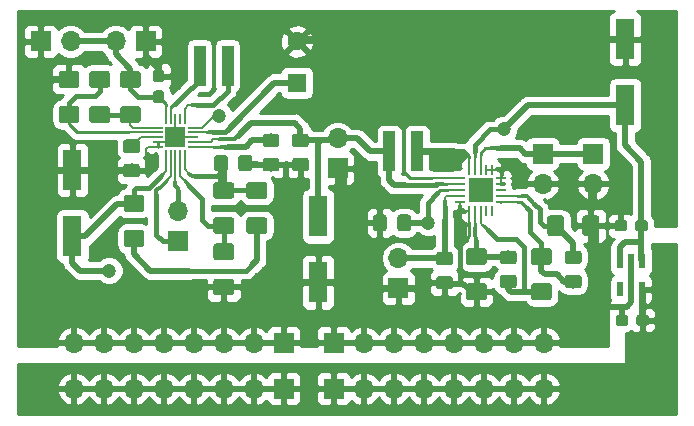
<source format=gtl>
G04 #@! TF.GenerationSoftware,KiCad,Pcbnew,(5.0.1)-3*
G04 #@! TF.CreationDate,2020-04-08T16:21:39+02:00*
G04 #@! TF.ProjectId,schema_pcb,736368656D615F7063622E6B69636164,rev?*
G04 #@! TF.SameCoordinates,Original*
G04 #@! TF.FileFunction,Copper,L1,Top,Signal*
G04 #@! TF.FilePolarity,Positive*
%FSLAX46Y46*%
G04 Gerber Fmt 4.6, Leading zero omitted, Abs format (unit mm)*
G04 Created by KiCad (PCBNEW (5.0.1)-3) date 08/04/2020 16:21:39*
%MOMM*%
%LPD*%
G01*
G04 APERTURE LIST*
G04 #@! TA.AperFunction,ComponentPad*
%ADD10O,1.700000X1.700000*%
G04 #@! TD*
G04 #@! TA.AperFunction,ComponentPad*
%ADD11R,1.700000X1.700000*%
G04 #@! TD*
G04 #@! TA.AperFunction,Conductor*
%ADD12C,0.020000*%
G04 #@! TD*
G04 #@! TA.AperFunction,SMDPad,CuDef*
%ADD13C,1.150000*%
G04 #@! TD*
G04 #@! TA.AperFunction,SMDPad,CuDef*
%ADD14C,0.950000*%
G04 #@! TD*
G04 #@! TA.AperFunction,SMDPad,CuDef*
%ADD15R,1.600000X3.500000*%
G04 #@! TD*
G04 #@! TA.AperFunction,SMDPad,CuDef*
%ADD16R,0.980000X3.400000*%
G04 #@! TD*
G04 #@! TA.AperFunction,SMDPad,CuDef*
%ADD17C,1.425000*%
G04 #@! TD*
G04 #@! TA.AperFunction,ComponentPad*
%ADD18C,1.600000*%
G04 #@! TD*
G04 #@! TA.AperFunction,ComponentPad*
%ADD19R,1.600000X1.600000*%
G04 #@! TD*
G04 #@! TA.AperFunction,SMDPad,CuDef*
%ADD20R,0.850000X0.200000*%
G04 #@! TD*
G04 #@! TA.AperFunction,SMDPad,CuDef*
%ADD21R,0.200000X0.850000*%
G04 #@! TD*
G04 #@! TA.AperFunction,SMDPad,CuDef*
%ADD22R,1.700000X1.700000*%
G04 #@! TD*
G04 #@! TA.AperFunction,SMDPad,CuDef*
%ADD23R,0.850000X0.280000*%
G04 #@! TD*
G04 #@! TA.AperFunction,SMDPad,CuDef*
%ADD24R,0.280000X0.850000*%
G04 #@! TD*
G04 #@! TA.AperFunction,SMDPad,CuDef*
%ADD25R,2.050000X2.050000*%
G04 #@! TD*
G04 #@! TA.AperFunction,ComponentPad*
%ADD26C,0.508000*%
G04 #@! TD*
G04 #@! TA.AperFunction,SMDPad,CuDef*
%ADD27R,0.550800X1.311200*%
G04 #@! TD*
G04 #@! TA.AperFunction,ViaPad*
%ADD28C,1.200000*%
G04 #@! TD*
G04 #@! TA.AperFunction,Conductor*
%ADD29C,0.250000*%
G04 #@! TD*
G04 #@! TA.AperFunction,Conductor*
%ADD30C,0.200000*%
G04 #@! TD*
G04 #@! TA.AperFunction,Conductor*
%ADD31C,0.500000*%
G04 #@! TD*
G04 #@! TA.AperFunction,Conductor*
%ADD32C,0.300000*%
G04 #@! TD*
G04 #@! TA.AperFunction,Conductor*
%ADD33C,0.400000*%
G04 #@! TD*
G04 #@! TA.AperFunction,Conductor*
%ADD34C,0.254000*%
G04 #@! TD*
G04 APERTURE END LIST*
D10*
G04 #@! TO.P,BT1,2*
G04 #@! TO.N,GND*
X164500000Y-99140000D03*
D11*
G04 #@! TO.P,BT1,1*
G04 #@! TO.N,Net-(BT1-Pad1)*
X164500000Y-96600000D03*
G04 #@! TD*
G04 #@! TO.P,J4,1*
G04 #@! TO.N,GND*
X147150000Y-97850000D03*
D10*
G04 #@! TO.P,J4,2*
G04 #@! TO.N,/BatteryLoader/input*
X147150000Y-95310000D03*
G04 #@! TD*
D12*
G04 #@! TO.N,Net-(C1-Pad2)*
G04 #@! TO.C,C1*
G36*
X130174505Y-95401204D02*
X130198773Y-95404804D01*
X130222572Y-95410765D01*
X130245671Y-95419030D01*
X130267850Y-95429520D01*
X130288893Y-95442132D01*
X130308599Y-95456747D01*
X130326777Y-95473223D01*
X130343253Y-95491401D01*
X130357868Y-95511107D01*
X130370480Y-95532150D01*
X130380970Y-95554329D01*
X130389235Y-95577428D01*
X130395196Y-95601227D01*
X130398796Y-95625495D01*
X130400000Y-95649999D01*
X130400000Y-96300001D01*
X130398796Y-96324505D01*
X130395196Y-96348773D01*
X130389235Y-96372572D01*
X130380970Y-96395671D01*
X130370480Y-96417850D01*
X130357868Y-96438893D01*
X130343253Y-96458599D01*
X130326777Y-96476777D01*
X130308599Y-96493253D01*
X130288893Y-96507868D01*
X130267850Y-96520480D01*
X130245671Y-96530970D01*
X130222572Y-96539235D01*
X130198773Y-96545196D01*
X130174505Y-96548796D01*
X130150001Y-96550000D01*
X129249999Y-96550000D01*
X129225495Y-96548796D01*
X129201227Y-96545196D01*
X129177428Y-96539235D01*
X129154329Y-96530970D01*
X129132150Y-96520480D01*
X129111107Y-96507868D01*
X129091401Y-96493253D01*
X129073223Y-96476777D01*
X129056747Y-96458599D01*
X129042132Y-96438893D01*
X129029520Y-96417850D01*
X129019030Y-96395671D01*
X129010765Y-96372572D01*
X129004804Y-96348773D01*
X129001204Y-96324505D01*
X129000000Y-96300001D01*
X129000000Y-95649999D01*
X129001204Y-95625495D01*
X129004804Y-95601227D01*
X129010765Y-95577428D01*
X129019030Y-95554329D01*
X129029520Y-95532150D01*
X129042132Y-95511107D01*
X129056747Y-95491401D01*
X129073223Y-95473223D01*
X129091401Y-95456747D01*
X129111107Y-95442132D01*
X129132150Y-95429520D01*
X129154329Y-95419030D01*
X129177428Y-95410765D01*
X129201227Y-95404804D01*
X129225495Y-95401204D01*
X129249999Y-95400000D01*
X130150001Y-95400000D01*
X130174505Y-95401204D01*
X130174505Y-95401204D01*
G37*
D13*
G04 #@! TD*
G04 #@! TO.P,C1,2*
G04 #@! TO.N,Net-(C1-Pad2)*
X129700000Y-95975000D03*
D12*
G04 #@! TO.N,GND*
G04 #@! TO.C,C1*
G36*
X130174505Y-97451204D02*
X130198773Y-97454804D01*
X130222572Y-97460765D01*
X130245671Y-97469030D01*
X130267850Y-97479520D01*
X130288893Y-97492132D01*
X130308599Y-97506747D01*
X130326777Y-97523223D01*
X130343253Y-97541401D01*
X130357868Y-97561107D01*
X130370480Y-97582150D01*
X130380970Y-97604329D01*
X130389235Y-97627428D01*
X130395196Y-97651227D01*
X130398796Y-97675495D01*
X130400000Y-97699999D01*
X130400000Y-98350001D01*
X130398796Y-98374505D01*
X130395196Y-98398773D01*
X130389235Y-98422572D01*
X130380970Y-98445671D01*
X130370480Y-98467850D01*
X130357868Y-98488893D01*
X130343253Y-98508599D01*
X130326777Y-98526777D01*
X130308599Y-98543253D01*
X130288893Y-98557868D01*
X130267850Y-98570480D01*
X130245671Y-98580970D01*
X130222572Y-98589235D01*
X130198773Y-98595196D01*
X130174505Y-98598796D01*
X130150001Y-98600000D01*
X129249999Y-98600000D01*
X129225495Y-98598796D01*
X129201227Y-98595196D01*
X129177428Y-98589235D01*
X129154329Y-98580970D01*
X129132150Y-98570480D01*
X129111107Y-98557868D01*
X129091401Y-98543253D01*
X129073223Y-98526777D01*
X129056747Y-98508599D01*
X129042132Y-98488893D01*
X129029520Y-98467850D01*
X129019030Y-98445671D01*
X129010765Y-98422572D01*
X129004804Y-98398773D01*
X129001204Y-98374505D01*
X129000000Y-98350001D01*
X129000000Y-97699999D01*
X129001204Y-97675495D01*
X129004804Y-97651227D01*
X129010765Y-97627428D01*
X129019030Y-97604329D01*
X129029520Y-97582150D01*
X129042132Y-97561107D01*
X129056747Y-97541401D01*
X129073223Y-97523223D01*
X129091401Y-97506747D01*
X129111107Y-97492132D01*
X129132150Y-97479520D01*
X129154329Y-97469030D01*
X129177428Y-97460765D01*
X129201227Y-97454804D01*
X129225495Y-97451204D01*
X129249999Y-97450000D01*
X130150001Y-97450000D01*
X130174505Y-97451204D01*
X130174505Y-97451204D01*
G37*
D13*
G04 #@! TD*
G04 #@! TO.P,C1,1*
G04 #@! TO.N,GND*
X129700000Y-98025000D03*
D12*
G04 #@! TO.N,Net-(C2-Pad1)*
G04 #@! TO.C,C2*
G36*
X137624505Y-96701204D02*
X137648773Y-96704804D01*
X137672572Y-96710765D01*
X137695671Y-96719030D01*
X137717850Y-96729520D01*
X137738893Y-96742132D01*
X137758599Y-96756747D01*
X137776777Y-96773223D01*
X137793253Y-96791401D01*
X137807868Y-96811107D01*
X137820480Y-96832150D01*
X137830970Y-96854329D01*
X137839235Y-96877428D01*
X137845196Y-96901227D01*
X137848796Y-96925495D01*
X137850000Y-96949999D01*
X137850000Y-97850001D01*
X137848796Y-97874505D01*
X137845196Y-97898773D01*
X137839235Y-97922572D01*
X137830970Y-97945671D01*
X137820480Y-97967850D01*
X137807868Y-97988893D01*
X137793253Y-98008599D01*
X137776777Y-98026777D01*
X137758599Y-98043253D01*
X137738893Y-98057868D01*
X137717850Y-98070480D01*
X137695671Y-98080970D01*
X137672572Y-98089235D01*
X137648773Y-98095196D01*
X137624505Y-98098796D01*
X137600001Y-98100000D01*
X136949999Y-98100000D01*
X136925495Y-98098796D01*
X136901227Y-98095196D01*
X136877428Y-98089235D01*
X136854329Y-98080970D01*
X136832150Y-98070480D01*
X136811107Y-98057868D01*
X136791401Y-98043253D01*
X136773223Y-98026777D01*
X136756747Y-98008599D01*
X136742132Y-97988893D01*
X136729520Y-97967850D01*
X136719030Y-97945671D01*
X136710765Y-97922572D01*
X136704804Y-97898773D01*
X136701204Y-97874505D01*
X136700000Y-97850001D01*
X136700000Y-96949999D01*
X136701204Y-96925495D01*
X136704804Y-96901227D01*
X136710765Y-96877428D01*
X136719030Y-96854329D01*
X136729520Y-96832150D01*
X136742132Y-96811107D01*
X136756747Y-96791401D01*
X136773223Y-96773223D01*
X136791401Y-96756747D01*
X136811107Y-96742132D01*
X136832150Y-96729520D01*
X136854329Y-96719030D01*
X136877428Y-96710765D01*
X136901227Y-96704804D01*
X136925495Y-96701204D01*
X136949999Y-96700000D01*
X137600001Y-96700000D01*
X137624505Y-96701204D01*
X137624505Y-96701204D01*
G37*
D13*
G04 #@! TD*
G04 #@! TO.P,C2,1*
G04 #@! TO.N,Net-(C2-Pad1)*
X137275000Y-97400000D03*
D12*
G04 #@! TO.N,GND*
G04 #@! TO.C,C2*
G36*
X139674505Y-96701204D02*
X139698773Y-96704804D01*
X139722572Y-96710765D01*
X139745671Y-96719030D01*
X139767850Y-96729520D01*
X139788893Y-96742132D01*
X139808599Y-96756747D01*
X139826777Y-96773223D01*
X139843253Y-96791401D01*
X139857868Y-96811107D01*
X139870480Y-96832150D01*
X139880970Y-96854329D01*
X139889235Y-96877428D01*
X139895196Y-96901227D01*
X139898796Y-96925495D01*
X139900000Y-96949999D01*
X139900000Y-97850001D01*
X139898796Y-97874505D01*
X139895196Y-97898773D01*
X139889235Y-97922572D01*
X139880970Y-97945671D01*
X139870480Y-97967850D01*
X139857868Y-97988893D01*
X139843253Y-98008599D01*
X139826777Y-98026777D01*
X139808599Y-98043253D01*
X139788893Y-98057868D01*
X139767850Y-98070480D01*
X139745671Y-98080970D01*
X139722572Y-98089235D01*
X139698773Y-98095196D01*
X139674505Y-98098796D01*
X139650001Y-98100000D01*
X138999999Y-98100000D01*
X138975495Y-98098796D01*
X138951227Y-98095196D01*
X138927428Y-98089235D01*
X138904329Y-98080970D01*
X138882150Y-98070480D01*
X138861107Y-98057868D01*
X138841401Y-98043253D01*
X138823223Y-98026777D01*
X138806747Y-98008599D01*
X138792132Y-97988893D01*
X138779520Y-97967850D01*
X138769030Y-97945671D01*
X138760765Y-97922572D01*
X138754804Y-97898773D01*
X138751204Y-97874505D01*
X138750000Y-97850001D01*
X138750000Y-96949999D01*
X138751204Y-96925495D01*
X138754804Y-96901227D01*
X138760765Y-96877428D01*
X138769030Y-96854329D01*
X138779520Y-96832150D01*
X138792132Y-96811107D01*
X138806747Y-96791401D01*
X138823223Y-96773223D01*
X138841401Y-96756747D01*
X138861107Y-96742132D01*
X138882150Y-96729520D01*
X138904329Y-96719030D01*
X138927428Y-96710765D01*
X138951227Y-96704804D01*
X138975495Y-96701204D01*
X138999999Y-96700000D01*
X139650001Y-96700000D01*
X139674505Y-96701204D01*
X139674505Y-96701204D01*
G37*
D13*
G04 #@! TD*
G04 #@! TO.P,C2,2*
G04 #@! TO.N,GND*
X139325000Y-97400000D03*
D12*
G04 #@! TO.N,/BatteryLoader/input*
G04 #@! TO.C,C3*
G36*
X144474505Y-94901204D02*
X144498773Y-94904804D01*
X144522572Y-94910765D01*
X144545671Y-94919030D01*
X144567850Y-94929520D01*
X144588893Y-94942132D01*
X144608599Y-94956747D01*
X144626777Y-94973223D01*
X144643253Y-94991401D01*
X144657868Y-95011107D01*
X144670480Y-95032150D01*
X144680970Y-95054329D01*
X144689235Y-95077428D01*
X144695196Y-95101227D01*
X144698796Y-95125495D01*
X144700000Y-95149999D01*
X144700000Y-95800001D01*
X144698796Y-95824505D01*
X144695196Y-95848773D01*
X144689235Y-95872572D01*
X144680970Y-95895671D01*
X144670480Y-95917850D01*
X144657868Y-95938893D01*
X144643253Y-95958599D01*
X144626777Y-95976777D01*
X144608599Y-95993253D01*
X144588893Y-96007868D01*
X144567850Y-96020480D01*
X144545671Y-96030970D01*
X144522572Y-96039235D01*
X144498773Y-96045196D01*
X144474505Y-96048796D01*
X144450001Y-96050000D01*
X143549999Y-96050000D01*
X143525495Y-96048796D01*
X143501227Y-96045196D01*
X143477428Y-96039235D01*
X143454329Y-96030970D01*
X143432150Y-96020480D01*
X143411107Y-96007868D01*
X143391401Y-95993253D01*
X143373223Y-95976777D01*
X143356747Y-95958599D01*
X143342132Y-95938893D01*
X143329520Y-95917850D01*
X143319030Y-95895671D01*
X143310765Y-95872572D01*
X143304804Y-95848773D01*
X143301204Y-95824505D01*
X143300000Y-95800001D01*
X143300000Y-95149999D01*
X143301204Y-95125495D01*
X143304804Y-95101227D01*
X143310765Y-95077428D01*
X143319030Y-95054329D01*
X143329520Y-95032150D01*
X143342132Y-95011107D01*
X143356747Y-94991401D01*
X143373223Y-94973223D01*
X143391401Y-94956747D01*
X143411107Y-94942132D01*
X143432150Y-94929520D01*
X143454329Y-94919030D01*
X143477428Y-94910765D01*
X143501227Y-94904804D01*
X143525495Y-94901204D01*
X143549999Y-94900000D01*
X144450001Y-94900000D01*
X144474505Y-94901204D01*
X144474505Y-94901204D01*
G37*
D13*
G04 #@! TD*
G04 #@! TO.P,C3,1*
G04 #@! TO.N,/BatteryLoader/input*
X144000000Y-95475000D03*
D12*
G04 #@! TO.N,GND*
G04 #@! TO.C,C3*
G36*
X144474505Y-96951204D02*
X144498773Y-96954804D01*
X144522572Y-96960765D01*
X144545671Y-96969030D01*
X144567850Y-96979520D01*
X144588893Y-96992132D01*
X144608599Y-97006747D01*
X144626777Y-97023223D01*
X144643253Y-97041401D01*
X144657868Y-97061107D01*
X144670480Y-97082150D01*
X144680970Y-97104329D01*
X144689235Y-97127428D01*
X144695196Y-97151227D01*
X144698796Y-97175495D01*
X144700000Y-97199999D01*
X144700000Y-97850001D01*
X144698796Y-97874505D01*
X144695196Y-97898773D01*
X144689235Y-97922572D01*
X144680970Y-97945671D01*
X144670480Y-97967850D01*
X144657868Y-97988893D01*
X144643253Y-98008599D01*
X144626777Y-98026777D01*
X144608599Y-98043253D01*
X144588893Y-98057868D01*
X144567850Y-98070480D01*
X144545671Y-98080970D01*
X144522572Y-98089235D01*
X144498773Y-98095196D01*
X144474505Y-98098796D01*
X144450001Y-98100000D01*
X143549999Y-98100000D01*
X143525495Y-98098796D01*
X143501227Y-98095196D01*
X143477428Y-98089235D01*
X143454329Y-98080970D01*
X143432150Y-98070480D01*
X143411107Y-98057868D01*
X143391401Y-98043253D01*
X143373223Y-98026777D01*
X143356747Y-98008599D01*
X143342132Y-97988893D01*
X143329520Y-97967850D01*
X143319030Y-97945671D01*
X143310765Y-97922572D01*
X143304804Y-97898773D01*
X143301204Y-97874505D01*
X143300000Y-97850001D01*
X143300000Y-97199999D01*
X143301204Y-97175495D01*
X143304804Y-97151227D01*
X143310765Y-97127428D01*
X143319030Y-97104329D01*
X143329520Y-97082150D01*
X143342132Y-97061107D01*
X143356747Y-97041401D01*
X143373223Y-97023223D01*
X143391401Y-97006747D01*
X143411107Y-96992132D01*
X143432150Y-96979520D01*
X143454329Y-96969030D01*
X143477428Y-96960765D01*
X143501227Y-96954804D01*
X143525495Y-96951204D01*
X143549999Y-96950000D01*
X144450001Y-96950000D01*
X144474505Y-96951204D01*
X144474505Y-96951204D01*
G37*
D13*
G04 #@! TD*
G04 #@! TO.P,C3,2*
G04 #@! TO.N,GND*
X144000000Y-97525000D03*
D12*
G04 #@! TO.N,GND*
G04 #@! TO.C,C4*
G36*
X141974505Y-96951204D02*
X141998773Y-96954804D01*
X142022572Y-96960765D01*
X142045671Y-96969030D01*
X142067850Y-96979520D01*
X142088893Y-96992132D01*
X142108599Y-97006747D01*
X142126777Y-97023223D01*
X142143253Y-97041401D01*
X142157868Y-97061107D01*
X142170480Y-97082150D01*
X142180970Y-97104329D01*
X142189235Y-97127428D01*
X142195196Y-97151227D01*
X142198796Y-97175495D01*
X142200000Y-97199999D01*
X142200000Y-97850001D01*
X142198796Y-97874505D01*
X142195196Y-97898773D01*
X142189235Y-97922572D01*
X142180970Y-97945671D01*
X142170480Y-97967850D01*
X142157868Y-97988893D01*
X142143253Y-98008599D01*
X142126777Y-98026777D01*
X142108599Y-98043253D01*
X142088893Y-98057868D01*
X142067850Y-98070480D01*
X142045671Y-98080970D01*
X142022572Y-98089235D01*
X141998773Y-98095196D01*
X141974505Y-98098796D01*
X141950001Y-98100000D01*
X141049999Y-98100000D01*
X141025495Y-98098796D01*
X141001227Y-98095196D01*
X140977428Y-98089235D01*
X140954329Y-98080970D01*
X140932150Y-98070480D01*
X140911107Y-98057868D01*
X140891401Y-98043253D01*
X140873223Y-98026777D01*
X140856747Y-98008599D01*
X140842132Y-97988893D01*
X140829520Y-97967850D01*
X140819030Y-97945671D01*
X140810765Y-97922572D01*
X140804804Y-97898773D01*
X140801204Y-97874505D01*
X140800000Y-97850001D01*
X140800000Y-97199999D01*
X140801204Y-97175495D01*
X140804804Y-97151227D01*
X140810765Y-97127428D01*
X140819030Y-97104329D01*
X140829520Y-97082150D01*
X140842132Y-97061107D01*
X140856747Y-97041401D01*
X140873223Y-97023223D01*
X140891401Y-97006747D01*
X140911107Y-96992132D01*
X140932150Y-96979520D01*
X140954329Y-96969030D01*
X140977428Y-96960765D01*
X141001227Y-96954804D01*
X141025495Y-96951204D01*
X141049999Y-96950000D01*
X141950001Y-96950000D01*
X141974505Y-96951204D01*
X141974505Y-96951204D01*
G37*
D13*
G04 #@! TD*
G04 #@! TO.P,C4,2*
G04 #@! TO.N,GND*
X141500000Y-97525000D03*
D12*
G04 #@! TO.N,Net-(C4-Pad1)*
G04 #@! TO.C,C4*
G36*
X141974505Y-94901204D02*
X141998773Y-94904804D01*
X142022572Y-94910765D01*
X142045671Y-94919030D01*
X142067850Y-94929520D01*
X142088893Y-94942132D01*
X142108599Y-94956747D01*
X142126777Y-94973223D01*
X142143253Y-94991401D01*
X142157868Y-95011107D01*
X142170480Y-95032150D01*
X142180970Y-95054329D01*
X142189235Y-95077428D01*
X142195196Y-95101227D01*
X142198796Y-95125495D01*
X142200000Y-95149999D01*
X142200000Y-95800001D01*
X142198796Y-95824505D01*
X142195196Y-95848773D01*
X142189235Y-95872572D01*
X142180970Y-95895671D01*
X142170480Y-95917850D01*
X142157868Y-95938893D01*
X142143253Y-95958599D01*
X142126777Y-95976777D01*
X142108599Y-95993253D01*
X142088893Y-96007868D01*
X142067850Y-96020480D01*
X142045671Y-96030970D01*
X142022572Y-96039235D01*
X141998773Y-96045196D01*
X141974505Y-96048796D01*
X141950001Y-96050000D01*
X141049999Y-96050000D01*
X141025495Y-96048796D01*
X141001227Y-96045196D01*
X140977428Y-96039235D01*
X140954329Y-96030970D01*
X140932150Y-96020480D01*
X140911107Y-96007868D01*
X140891401Y-95993253D01*
X140873223Y-95976777D01*
X140856747Y-95958599D01*
X140842132Y-95938893D01*
X140829520Y-95917850D01*
X140819030Y-95895671D01*
X140810765Y-95872572D01*
X140804804Y-95848773D01*
X140801204Y-95824505D01*
X140800000Y-95800001D01*
X140800000Y-95149999D01*
X140801204Y-95125495D01*
X140804804Y-95101227D01*
X140810765Y-95077428D01*
X140819030Y-95054329D01*
X140829520Y-95032150D01*
X140842132Y-95011107D01*
X140856747Y-94991401D01*
X140873223Y-94973223D01*
X140891401Y-94956747D01*
X140911107Y-94942132D01*
X140932150Y-94929520D01*
X140954329Y-94919030D01*
X140977428Y-94910765D01*
X141001227Y-94904804D01*
X141025495Y-94901204D01*
X141049999Y-94900000D01*
X141950001Y-94900000D01*
X141974505Y-94901204D01*
X141974505Y-94901204D01*
G37*
D13*
G04 #@! TD*
G04 #@! TO.P,C4,1*
G04 #@! TO.N,Net-(C4-Pad1)*
X141500000Y-95475000D03*
D12*
G04 #@! TO.N,Net-(C5-Pad1)*
G04 #@! TO.C,C5*
G36*
X173185779Y-102226144D02*
X173208834Y-102229563D01*
X173231443Y-102235227D01*
X173253387Y-102243079D01*
X173274457Y-102253044D01*
X173294448Y-102265026D01*
X173313168Y-102278910D01*
X173330438Y-102294562D01*
X173346090Y-102311832D01*
X173359974Y-102330552D01*
X173371956Y-102350543D01*
X173381921Y-102371613D01*
X173389773Y-102393557D01*
X173395437Y-102416166D01*
X173398856Y-102439221D01*
X173400000Y-102462500D01*
X173400000Y-102937500D01*
X173398856Y-102960779D01*
X173395437Y-102983834D01*
X173389773Y-103006443D01*
X173381921Y-103028387D01*
X173371956Y-103049457D01*
X173359974Y-103069448D01*
X173346090Y-103088168D01*
X173330438Y-103105438D01*
X173313168Y-103121090D01*
X173294448Y-103134974D01*
X173274457Y-103146956D01*
X173253387Y-103156921D01*
X173231443Y-103164773D01*
X173208834Y-103170437D01*
X173185779Y-103173856D01*
X173162500Y-103175000D01*
X172587500Y-103175000D01*
X172564221Y-103173856D01*
X172541166Y-103170437D01*
X172518557Y-103164773D01*
X172496613Y-103156921D01*
X172475543Y-103146956D01*
X172455552Y-103134974D01*
X172436832Y-103121090D01*
X172419562Y-103105438D01*
X172403910Y-103088168D01*
X172390026Y-103069448D01*
X172378044Y-103049457D01*
X172368079Y-103028387D01*
X172360227Y-103006443D01*
X172354563Y-102983834D01*
X172351144Y-102960779D01*
X172350000Y-102937500D01*
X172350000Y-102462500D01*
X172351144Y-102439221D01*
X172354563Y-102416166D01*
X172360227Y-102393557D01*
X172368079Y-102371613D01*
X172378044Y-102350543D01*
X172390026Y-102330552D01*
X172403910Y-102311832D01*
X172419562Y-102294562D01*
X172436832Y-102278910D01*
X172455552Y-102265026D01*
X172475543Y-102253044D01*
X172496613Y-102243079D01*
X172518557Y-102235227D01*
X172541166Y-102229563D01*
X172564221Y-102226144D01*
X172587500Y-102225000D01*
X173162500Y-102225000D01*
X173185779Y-102226144D01*
X173185779Y-102226144D01*
G37*
D14*
G04 #@! TD*
G04 #@! TO.P,C5,1*
G04 #@! TO.N,Net-(C5-Pad1)*
X172875000Y-102700000D03*
D12*
G04 #@! TO.N,GND*
G04 #@! TO.C,C5*
G36*
X171435779Y-102226144D02*
X171458834Y-102229563D01*
X171481443Y-102235227D01*
X171503387Y-102243079D01*
X171524457Y-102253044D01*
X171544448Y-102265026D01*
X171563168Y-102278910D01*
X171580438Y-102294562D01*
X171596090Y-102311832D01*
X171609974Y-102330552D01*
X171621956Y-102350543D01*
X171631921Y-102371613D01*
X171639773Y-102393557D01*
X171645437Y-102416166D01*
X171648856Y-102439221D01*
X171650000Y-102462500D01*
X171650000Y-102937500D01*
X171648856Y-102960779D01*
X171645437Y-102983834D01*
X171639773Y-103006443D01*
X171631921Y-103028387D01*
X171621956Y-103049457D01*
X171609974Y-103069448D01*
X171596090Y-103088168D01*
X171580438Y-103105438D01*
X171563168Y-103121090D01*
X171544448Y-103134974D01*
X171524457Y-103146956D01*
X171503387Y-103156921D01*
X171481443Y-103164773D01*
X171458834Y-103170437D01*
X171435779Y-103173856D01*
X171412500Y-103175000D01*
X170837500Y-103175000D01*
X170814221Y-103173856D01*
X170791166Y-103170437D01*
X170768557Y-103164773D01*
X170746613Y-103156921D01*
X170725543Y-103146956D01*
X170705552Y-103134974D01*
X170686832Y-103121090D01*
X170669562Y-103105438D01*
X170653910Y-103088168D01*
X170640026Y-103069448D01*
X170628044Y-103049457D01*
X170618079Y-103028387D01*
X170610227Y-103006443D01*
X170604563Y-102983834D01*
X170601144Y-102960779D01*
X170600000Y-102937500D01*
X170600000Y-102462500D01*
X170601144Y-102439221D01*
X170604563Y-102416166D01*
X170610227Y-102393557D01*
X170618079Y-102371613D01*
X170628044Y-102350543D01*
X170640026Y-102330552D01*
X170653910Y-102311832D01*
X170669562Y-102294562D01*
X170686832Y-102278910D01*
X170705552Y-102265026D01*
X170725543Y-102253044D01*
X170746613Y-102243079D01*
X170768557Y-102235227D01*
X170791166Y-102229563D01*
X170814221Y-102226144D01*
X170837500Y-102225000D01*
X171412500Y-102225000D01*
X171435779Y-102226144D01*
X171435779Y-102226144D01*
G37*
D14*
G04 #@! TD*
G04 #@! TO.P,C5,2*
G04 #@! TO.N,GND*
X171125000Y-102700000D03*
D12*
G04 #@! TO.N,GND*
G04 #@! TO.C,C6*
G36*
X171535779Y-110226144D02*
X171558834Y-110229563D01*
X171581443Y-110235227D01*
X171603387Y-110243079D01*
X171624457Y-110253044D01*
X171644448Y-110265026D01*
X171663168Y-110278910D01*
X171680438Y-110294562D01*
X171696090Y-110311832D01*
X171709974Y-110330552D01*
X171721956Y-110350543D01*
X171731921Y-110371613D01*
X171739773Y-110393557D01*
X171745437Y-110416166D01*
X171748856Y-110439221D01*
X171750000Y-110462500D01*
X171750000Y-110937500D01*
X171748856Y-110960779D01*
X171745437Y-110983834D01*
X171739773Y-111006443D01*
X171731921Y-111028387D01*
X171721956Y-111049457D01*
X171709974Y-111069448D01*
X171696090Y-111088168D01*
X171680438Y-111105438D01*
X171663168Y-111121090D01*
X171644448Y-111134974D01*
X171624457Y-111146956D01*
X171603387Y-111156921D01*
X171581443Y-111164773D01*
X171558834Y-111170437D01*
X171535779Y-111173856D01*
X171512500Y-111175000D01*
X170937500Y-111175000D01*
X170914221Y-111173856D01*
X170891166Y-111170437D01*
X170868557Y-111164773D01*
X170846613Y-111156921D01*
X170825543Y-111146956D01*
X170805552Y-111134974D01*
X170786832Y-111121090D01*
X170769562Y-111105438D01*
X170753910Y-111088168D01*
X170740026Y-111069448D01*
X170728044Y-111049457D01*
X170718079Y-111028387D01*
X170710227Y-111006443D01*
X170704563Y-110983834D01*
X170701144Y-110960779D01*
X170700000Y-110937500D01*
X170700000Y-110462500D01*
X170701144Y-110439221D01*
X170704563Y-110416166D01*
X170710227Y-110393557D01*
X170718079Y-110371613D01*
X170728044Y-110350543D01*
X170740026Y-110330552D01*
X170753910Y-110311832D01*
X170769562Y-110294562D01*
X170786832Y-110278910D01*
X170805552Y-110265026D01*
X170825543Y-110253044D01*
X170846613Y-110243079D01*
X170868557Y-110235227D01*
X170891166Y-110229563D01*
X170914221Y-110226144D01*
X170937500Y-110225000D01*
X171512500Y-110225000D01*
X171535779Y-110226144D01*
X171535779Y-110226144D01*
G37*
D14*
G04 #@! TD*
G04 #@! TO.P,C6,2*
G04 #@! TO.N,GND*
X171225000Y-110700000D03*
D12*
G04 #@! TO.N,Net-(C6-Pad1)*
G04 #@! TO.C,C6*
G36*
X173285779Y-110226144D02*
X173308834Y-110229563D01*
X173331443Y-110235227D01*
X173353387Y-110243079D01*
X173374457Y-110253044D01*
X173394448Y-110265026D01*
X173413168Y-110278910D01*
X173430438Y-110294562D01*
X173446090Y-110311832D01*
X173459974Y-110330552D01*
X173471956Y-110350543D01*
X173481921Y-110371613D01*
X173489773Y-110393557D01*
X173495437Y-110416166D01*
X173498856Y-110439221D01*
X173500000Y-110462500D01*
X173500000Y-110937500D01*
X173498856Y-110960779D01*
X173495437Y-110983834D01*
X173489773Y-111006443D01*
X173481921Y-111028387D01*
X173471956Y-111049457D01*
X173459974Y-111069448D01*
X173446090Y-111088168D01*
X173430438Y-111105438D01*
X173413168Y-111121090D01*
X173394448Y-111134974D01*
X173374457Y-111146956D01*
X173353387Y-111156921D01*
X173331443Y-111164773D01*
X173308834Y-111170437D01*
X173285779Y-111173856D01*
X173262500Y-111175000D01*
X172687500Y-111175000D01*
X172664221Y-111173856D01*
X172641166Y-111170437D01*
X172618557Y-111164773D01*
X172596613Y-111156921D01*
X172575543Y-111146956D01*
X172555552Y-111134974D01*
X172536832Y-111121090D01*
X172519562Y-111105438D01*
X172503910Y-111088168D01*
X172490026Y-111069448D01*
X172478044Y-111049457D01*
X172468079Y-111028387D01*
X172460227Y-111006443D01*
X172454563Y-110983834D01*
X172451144Y-110960779D01*
X172450000Y-110937500D01*
X172450000Y-110462500D01*
X172451144Y-110439221D01*
X172454563Y-110416166D01*
X172460227Y-110393557D01*
X172468079Y-110371613D01*
X172478044Y-110350543D01*
X172490026Y-110330552D01*
X172503910Y-110311832D01*
X172519562Y-110294562D01*
X172536832Y-110278910D01*
X172555552Y-110265026D01*
X172575543Y-110253044D01*
X172596613Y-110243079D01*
X172618557Y-110235227D01*
X172641166Y-110229563D01*
X172664221Y-110226144D01*
X172687500Y-110225000D01*
X173262500Y-110225000D01*
X173285779Y-110226144D01*
X173285779Y-110226144D01*
G37*
D14*
G04 #@! TD*
G04 #@! TO.P,C6,1*
G04 #@! TO.N,Net-(C6-Pad1)*
X172975000Y-110700000D03*
D12*
G04 #@! TO.N,Net-(C5-Pad1)*
G04 #@! TO.C,CBYP1*
G36*
X153124505Y-101751204D02*
X153148773Y-101754804D01*
X153172572Y-101760765D01*
X153195671Y-101769030D01*
X153217850Y-101779520D01*
X153238893Y-101792132D01*
X153258599Y-101806747D01*
X153276777Y-101823223D01*
X153293253Y-101841401D01*
X153307868Y-101861107D01*
X153320480Y-101882150D01*
X153330970Y-101904329D01*
X153339235Y-101927428D01*
X153345196Y-101951227D01*
X153348796Y-101975495D01*
X153350000Y-101999999D01*
X153350000Y-102900001D01*
X153348796Y-102924505D01*
X153345196Y-102948773D01*
X153339235Y-102972572D01*
X153330970Y-102995671D01*
X153320480Y-103017850D01*
X153307868Y-103038893D01*
X153293253Y-103058599D01*
X153276777Y-103076777D01*
X153258599Y-103093253D01*
X153238893Y-103107868D01*
X153217850Y-103120480D01*
X153195671Y-103130970D01*
X153172572Y-103139235D01*
X153148773Y-103145196D01*
X153124505Y-103148796D01*
X153100001Y-103150000D01*
X152449999Y-103150000D01*
X152425495Y-103148796D01*
X152401227Y-103145196D01*
X152377428Y-103139235D01*
X152354329Y-103130970D01*
X152332150Y-103120480D01*
X152311107Y-103107868D01*
X152291401Y-103093253D01*
X152273223Y-103076777D01*
X152256747Y-103058599D01*
X152242132Y-103038893D01*
X152229520Y-103017850D01*
X152219030Y-102995671D01*
X152210765Y-102972572D01*
X152204804Y-102948773D01*
X152201204Y-102924505D01*
X152200000Y-102900001D01*
X152200000Y-101999999D01*
X152201204Y-101975495D01*
X152204804Y-101951227D01*
X152210765Y-101927428D01*
X152219030Y-101904329D01*
X152229520Y-101882150D01*
X152242132Y-101861107D01*
X152256747Y-101841401D01*
X152273223Y-101823223D01*
X152291401Y-101806747D01*
X152311107Y-101792132D01*
X152332150Y-101779520D01*
X152354329Y-101769030D01*
X152377428Y-101760765D01*
X152401227Y-101754804D01*
X152425495Y-101751204D01*
X152449999Y-101750000D01*
X153100001Y-101750000D01*
X153124505Y-101751204D01*
X153124505Y-101751204D01*
G37*
D13*
G04 #@! TD*
G04 #@! TO.P,CBYP1,1*
G04 #@! TO.N,Net-(C5-Pad1)*
X152775000Y-102450000D03*
D12*
G04 #@! TO.N,GND*
G04 #@! TO.C,CBYP1*
G36*
X151074505Y-101751204D02*
X151098773Y-101754804D01*
X151122572Y-101760765D01*
X151145671Y-101769030D01*
X151167850Y-101779520D01*
X151188893Y-101792132D01*
X151208599Y-101806747D01*
X151226777Y-101823223D01*
X151243253Y-101841401D01*
X151257868Y-101861107D01*
X151270480Y-101882150D01*
X151280970Y-101904329D01*
X151289235Y-101927428D01*
X151295196Y-101951227D01*
X151298796Y-101975495D01*
X151300000Y-101999999D01*
X151300000Y-102900001D01*
X151298796Y-102924505D01*
X151295196Y-102948773D01*
X151289235Y-102972572D01*
X151280970Y-102995671D01*
X151270480Y-103017850D01*
X151257868Y-103038893D01*
X151243253Y-103058599D01*
X151226777Y-103076777D01*
X151208599Y-103093253D01*
X151188893Y-103107868D01*
X151167850Y-103120480D01*
X151145671Y-103130970D01*
X151122572Y-103139235D01*
X151098773Y-103145196D01*
X151074505Y-103148796D01*
X151050001Y-103150000D01*
X150399999Y-103150000D01*
X150375495Y-103148796D01*
X150351227Y-103145196D01*
X150327428Y-103139235D01*
X150304329Y-103130970D01*
X150282150Y-103120480D01*
X150261107Y-103107868D01*
X150241401Y-103093253D01*
X150223223Y-103076777D01*
X150206747Y-103058599D01*
X150192132Y-103038893D01*
X150179520Y-103017850D01*
X150169030Y-102995671D01*
X150160765Y-102972572D01*
X150154804Y-102948773D01*
X150151204Y-102924505D01*
X150150000Y-102900001D01*
X150150000Y-101999999D01*
X150151204Y-101975495D01*
X150154804Y-101951227D01*
X150160765Y-101927428D01*
X150169030Y-101904329D01*
X150179520Y-101882150D01*
X150192132Y-101861107D01*
X150206747Y-101841401D01*
X150223223Y-101823223D01*
X150241401Y-101806747D01*
X150261107Y-101792132D01*
X150282150Y-101779520D01*
X150304329Y-101769030D01*
X150327428Y-101760765D01*
X150351227Y-101754804D01*
X150375495Y-101751204D01*
X150399999Y-101750000D01*
X151050001Y-101750000D01*
X151074505Y-101751204D01*
X151074505Y-101751204D01*
G37*
D13*
G04 #@! TD*
G04 #@! TO.P,CBYP1,2*
G04 #@! TO.N,GND*
X150725000Y-102450000D03*
D12*
G04 #@! TO.N,Net-(Cin1_1-Pad1)*
G04 #@! TO.C,Cin1_1*
G36*
X132260779Y-91251144D02*
X132283834Y-91254563D01*
X132306443Y-91260227D01*
X132328387Y-91268079D01*
X132349457Y-91278044D01*
X132369448Y-91290026D01*
X132388168Y-91303910D01*
X132405438Y-91319562D01*
X132421090Y-91336832D01*
X132434974Y-91355552D01*
X132446956Y-91375543D01*
X132456921Y-91396613D01*
X132464773Y-91418557D01*
X132470437Y-91441166D01*
X132473856Y-91464221D01*
X132475000Y-91487500D01*
X132475000Y-92062500D01*
X132473856Y-92085779D01*
X132470437Y-92108834D01*
X132464773Y-92131443D01*
X132456921Y-92153387D01*
X132446956Y-92174457D01*
X132434974Y-92194448D01*
X132421090Y-92213168D01*
X132405438Y-92230438D01*
X132388168Y-92246090D01*
X132369448Y-92259974D01*
X132349457Y-92271956D01*
X132328387Y-92281921D01*
X132306443Y-92289773D01*
X132283834Y-92295437D01*
X132260779Y-92298856D01*
X132237500Y-92300000D01*
X131762500Y-92300000D01*
X131739221Y-92298856D01*
X131716166Y-92295437D01*
X131693557Y-92289773D01*
X131671613Y-92281921D01*
X131650543Y-92271956D01*
X131630552Y-92259974D01*
X131611832Y-92246090D01*
X131594562Y-92230438D01*
X131578910Y-92213168D01*
X131565026Y-92194448D01*
X131553044Y-92174457D01*
X131543079Y-92153387D01*
X131535227Y-92131443D01*
X131529563Y-92108834D01*
X131526144Y-92085779D01*
X131525000Y-92062500D01*
X131525000Y-91487500D01*
X131526144Y-91464221D01*
X131529563Y-91441166D01*
X131535227Y-91418557D01*
X131543079Y-91396613D01*
X131553044Y-91375543D01*
X131565026Y-91355552D01*
X131578910Y-91336832D01*
X131594562Y-91319562D01*
X131611832Y-91303910D01*
X131630552Y-91290026D01*
X131650543Y-91278044D01*
X131671613Y-91268079D01*
X131693557Y-91260227D01*
X131716166Y-91254563D01*
X131739221Y-91251144D01*
X131762500Y-91250000D01*
X132237500Y-91250000D01*
X132260779Y-91251144D01*
X132260779Y-91251144D01*
G37*
D14*
G04 #@! TD*
G04 #@! TO.P,Cin1_1,1*
G04 #@! TO.N,Net-(Cin1_1-Pad1)*
X132000000Y-91775000D03*
D12*
G04 #@! TO.N,GND*
G04 #@! TO.C,Cin1_1*
G36*
X132260779Y-89501144D02*
X132283834Y-89504563D01*
X132306443Y-89510227D01*
X132328387Y-89518079D01*
X132349457Y-89528044D01*
X132369448Y-89540026D01*
X132388168Y-89553910D01*
X132405438Y-89569562D01*
X132421090Y-89586832D01*
X132434974Y-89605552D01*
X132446956Y-89625543D01*
X132456921Y-89646613D01*
X132464773Y-89668557D01*
X132470437Y-89691166D01*
X132473856Y-89714221D01*
X132475000Y-89737500D01*
X132475000Y-90312500D01*
X132473856Y-90335779D01*
X132470437Y-90358834D01*
X132464773Y-90381443D01*
X132456921Y-90403387D01*
X132446956Y-90424457D01*
X132434974Y-90444448D01*
X132421090Y-90463168D01*
X132405438Y-90480438D01*
X132388168Y-90496090D01*
X132369448Y-90509974D01*
X132349457Y-90521956D01*
X132328387Y-90531921D01*
X132306443Y-90539773D01*
X132283834Y-90545437D01*
X132260779Y-90548856D01*
X132237500Y-90550000D01*
X131762500Y-90550000D01*
X131739221Y-90548856D01*
X131716166Y-90545437D01*
X131693557Y-90539773D01*
X131671613Y-90531921D01*
X131650543Y-90521956D01*
X131630552Y-90509974D01*
X131611832Y-90496090D01*
X131594562Y-90480438D01*
X131578910Y-90463168D01*
X131565026Y-90444448D01*
X131553044Y-90424457D01*
X131543079Y-90403387D01*
X131535227Y-90381443D01*
X131529563Y-90358834D01*
X131526144Y-90335779D01*
X131525000Y-90312500D01*
X131525000Y-89737500D01*
X131526144Y-89714221D01*
X131529563Y-89691166D01*
X131535227Y-89668557D01*
X131543079Y-89646613D01*
X131553044Y-89625543D01*
X131565026Y-89605552D01*
X131578910Y-89586832D01*
X131594562Y-89569562D01*
X131611832Y-89553910D01*
X131630552Y-89540026D01*
X131650543Y-89528044D01*
X131671613Y-89518079D01*
X131693557Y-89510227D01*
X131716166Y-89504563D01*
X131739221Y-89501144D01*
X131762500Y-89500000D01*
X132237500Y-89500000D01*
X132260779Y-89501144D01*
X132260779Y-89501144D01*
G37*
D14*
G04 #@! TD*
G04 #@! TO.P,Cin1_1,2*
G04 #@! TO.N,GND*
X132000000Y-90025000D03*
D15*
G04 #@! TO.P,CIN1_2,2*
G04 #@! TO.N,GND*
X145500000Y-107500000D03*
G04 #@! TO.P,CIN1_2,1*
G04 #@! TO.N,/BatteryLoader/input*
X145500000Y-101900000D03*
G04 #@! TD*
D12*
G04 #@! TO.N,GND*
G04 #@! TO.C,CREF2*
G36*
X156674505Y-106951204D02*
X156698773Y-106954804D01*
X156722572Y-106960765D01*
X156745671Y-106969030D01*
X156767850Y-106979520D01*
X156788893Y-106992132D01*
X156808599Y-107006747D01*
X156826777Y-107023223D01*
X156843253Y-107041401D01*
X156857868Y-107061107D01*
X156870480Y-107082150D01*
X156880970Y-107104329D01*
X156889235Y-107127428D01*
X156895196Y-107151227D01*
X156898796Y-107175495D01*
X156900000Y-107199999D01*
X156900000Y-107850001D01*
X156898796Y-107874505D01*
X156895196Y-107898773D01*
X156889235Y-107922572D01*
X156880970Y-107945671D01*
X156870480Y-107967850D01*
X156857868Y-107988893D01*
X156843253Y-108008599D01*
X156826777Y-108026777D01*
X156808599Y-108043253D01*
X156788893Y-108057868D01*
X156767850Y-108070480D01*
X156745671Y-108080970D01*
X156722572Y-108089235D01*
X156698773Y-108095196D01*
X156674505Y-108098796D01*
X156650001Y-108100000D01*
X155749999Y-108100000D01*
X155725495Y-108098796D01*
X155701227Y-108095196D01*
X155677428Y-108089235D01*
X155654329Y-108080970D01*
X155632150Y-108070480D01*
X155611107Y-108057868D01*
X155591401Y-108043253D01*
X155573223Y-108026777D01*
X155556747Y-108008599D01*
X155542132Y-107988893D01*
X155529520Y-107967850D01*
X155519030Y-107945671D01*
X155510765Y-107922572D01*
X155504804Y-107898773D01*
X155501204Y-107874505D01*
X155500000Y-107850001D01*
X155500000Y-107199999D01*
X155501204Y-107175495D01*
X155504804Y-107151227D01*
X155510765Y-107127428D01*
X155519030Y-107104329D01*
X155529520Y-107082150D01*
X155542132Y-107061107D01*
X155556747Y-107041401D01*
X155573223Y-107023223D01*
X155591401Y-107006747D01*
X155611107Y-106992132D01*
X155632150Y-106979520D01*
X155654329Y-106969030D01*
X155677428Y-106960765D01*
X155701227Y-106954804D01*
X155725495Y-106951204D01*
X155749999Y-106950000D01*
X156650001Y-106950000D01*
X156674505Y-106951204D01*
X156674505Y-106951204D01*
G37*
D13*
G04 #@! TD*
G04 #@! TO.P,CREF2,2*
G04 #@! TO.N,GND*
X156200000Y-107525000D03*
D12*
G04 #@! TO.N,Net-(CREF2-Pad1)*
G04 #@! TO.C,CREF2*
G36*
X156674505Y-104901204D02*
X156698773Y-104904804D01*
X156722572Y-104910765D01*
X156745671Y-104919030D01*
X156767850Y-104929520D01*
X156788893Y-104942132D01*
X156808599Y-104956747D01*
X156826777Y-104973223D01*
X156843253Y-104991401D01*
X156857868Y-105011107D01*
X156870480Y-105032150D01*
X156880970Y-105054329D01*
X156889235Y-105077428D01*
X156895196Y-105101227D01*
X156898796Y-105125495D01*
X156900000Y-105149999D01*
X156900000Y-105800001D01*
X156898796Y-105824505D01*
X156895196Y-105848773D01*
X156889235Y-105872572D01*
X156880970Y-105895671D01*
X156870480Y-105917850D01*
X156857868Y-105938893D01*
X156843253Y-105958599D01*
X156826777Y-105976777D01*
X156808599Y-105993253D01*
X156788893Y-106007868D01*
X156767850Y-106020480D01*
X156745671Y-106030970D01*
X156722572Y-106039235D01*
X156698773Y-106045196D01*
X156674505Y-106048796D01*
X156650001Y-106050000D01*
X155749999Y-106050000D01*
X155725495Y-106048796D01*
X155701227Y-106045196D01*
X155677428Y-106039235D01*
X155654329Y-106030970D01*
X155632150Y-106020480D01*
X155611107Y-106007868D01*
X155591401Y-105993253D01*
X155573223Y-105976777D01*
X155556747Y-105958599D01*
X155542132Y-105938893D01*
X155529520Y-105917850D01*
X155519030Y-105895671D01*
X155510765Y-105872572D01*
X155504804Y-105848773D01*
X155501204Y-105824505D01*
X155500000Y-105800001D01*
X155500000Y-105149999D01*
X155501204Y-105125495D01*
X155504804Y-105101227D01*
X155510765Y-105077428D01*
X155519030Y-105054329D01*
X155529520Y-105032150D01*
X155542132Y-105011107D01*
X155556747Y-104991401D01*
X155573223Y-104973223D01*
X155591401Y-104956747D01*
X155611107Y-104942132D01*
X155632150Y-104929520D01*
X155654329Y-104919030D01*
X155677428Y-104910765D01*
X155701227Y-104904804D01*
X155725495Y-104901204D01*
X155749999Y-104900000D01*
X156650001Y-104900000D01*
X156674505Y-104901204D01*
X156674505Y-104901204D01*
G37*
D13*
G04 #@! TD*
G04 #@! TO.P,CREF2,1*
G04 #@! TO.N,Net-(CREF2-Pad1)*
X156200000Y-105475000D03*
D15*
G04 #@! TO.P,CSTORE2,1*
G04 #@! TO.N,Net-(C5-Pad1)*
X171500000Y-92500000D03*
G04 #@! TO.P,CSTORE2,2*
G04 #@! TO.N,GND*
X171500000Y-86900000D03*
G04 #@! TD*
G04 #@! TO.P,CSTORE1,1*
G04 #@! TO.N,Net-(CSTORE1-Pad1)*
X124700000Y-103600000D03*
G04 #@! TO.P,CSTORE1,2*
G04 #@! TO.N,GND*
X124700000Y-98000000D03*
G04 #@! TD*
D10*
G04 #@! TO.P,SolarPanel IN,2*
G04 #@! TO.N,Net-(Cin1_1-Pad1)*
X124540000Y-87100000D03*
D11*
G04 #@! TO.P,SolarPanel IN,1*
G04 #@! TO.N,GND*
X122000000Y-87100000D03*
G04 #@! TD*
D10*
G04 #@! TO.P,meas,2*
G04 #@! TO.N,Net-(Cin1_1-Pad1)*
X128360000Y-87100000D03*
D11*
G04 #@! TO.P,meas,1*
G04 #@! TO.N,GND*
X130900000Y-87100000D03*
G04 #@! TD*
G04 #@! TO.P,J3,1*
G04 #@! TO.N,Net-(J3-Pad1)*
X133600000Y-104000000D03*
D10*
G04 #@! TO.P,J3,2*
G04 #@! TO.N,Net-(J3-Pad2)*
X133600000Y-101460000D03*
G04 #@! TD*
D11*
G04 #@! TO.P,J5,1*
G04 #@! TO.N,GND*
X152300000Y-108000000D03*
D10*
G04 #@! TO.P,J5,2*
G04 #@! TO.N,Net-(CREF2-Pad1)*
X152300000Y-105460000D03*
G04 #@! TD*
D11*
G04 #@! TO.P,J6,1*
G04 #@! TO.N,Net-(BT1-Pad1)*
X168800000Y-96600000D03*
D10*
G04 #@! TO.P,J6,2*
G04 #@! TO.N,GND*
X168800000Y-99140000D03*
G04 #@! TD*
G04 #@! TO.P,3.3V,8*
G04 #@! TO.N,Net-(C6-Pad1)*
X124820000Y-116500000D03*
G04 #@! TO.P,3.3V,7*
X127360000Y-116500000D03*
G04 #@! TO.P,3.3V,6*
X129900000Y-116500000D03*
G04 #@! TO.P,3.3V,5*
X132440000Y-116500000D03*
G04 #@! TO.P,3.3V,4*
X134980000Y-116500000D03*
G04 #@! TO.P,3.3V,3*
X137520000Y-116500000D03*
G04 #@! TO.P,3.3V,2*
X140060000Y-116500000D03*
D11*
G04 #@! TO.P,3.3V,1*
X142600000Y-116500000D03*
G04 #@! TD*
G04 #@! TO.P,,1*
G04 #@! TO.N,Net-(C6-Pad1)*
X146800000Y-116500000D03*
D10*
G04 #@! TO.P,,2*
X149340000Y-116500000D03*
G04 #@! TO.P,,3*
X151880000Y-116500000D03*
G04 #@! TO.P,,4*
X154420000Y-116500000D03*
G04 #@! TO.P,,5*
X156960000Y-116500000D03*
G04 #@! TO.P,,6*
X159500000Y-116500000D03*
G04 #@! TO.P,,7*
X162040000Y-116500000D03*
G04 #@! TO.P,,8*
X164580000Y-116500000D03*
G04 #@! TD*
G04 #@! TO.P,GND,8*
G04 #@! TO.N,GND*
X164580000Y-112600000D03*
G04 #@! TO.P,GND,7*
X162040000Y-112600000D03*
G04 #@! TO.P,GND,6*
X159500000Y-112600000D03*
G04 #@! TO.P,GND,5*
X156960000Y-112600000D03*
G04 #@! TO.P,GND,4*
X154420000Y-112600000D03*
G04 #@! TO.P,GND,3*
X151880000Y-112600000D03*
G04 #@! TO.P,GND,2*
X149340000Y-112600000D03*
D11*
G04 #@! TO.P,GND,1*
X146800000Y-112600000D03*
G04 #@! TD*
G04 #@! TO.P,,1*
G04 #@! TO.N,GND*
X142600000Y-112600000D03*
D10*
G04 #@! TO.P,,2*
X140060000Y-112600000D03*
G04 #@! TO.P,,3*
X137520000Y-112600000D03*
G04 #@! TO.P,,4*
X134980000Y-112600000D03*
G04 #@! TO.P,,5*
X132440000Y-112600000D03*
G04 #@! TO.P,,6*
X129900000Y-112600000D03*
G04 #@! TO.P,,7*
X127360000Y-112600000D03*
G04 #@! TO.P,,8*
X124820000Y-112600000D03*
G04 #@! TD*
D16*
G04 #@! TO.P,L1,2*
G04 #@! TO.N,Net-(L1-Pad2)*
X137835000Y-89150000D03*
G04 #@! TO.P,L1,1*
G04 #@! TO.N,Net-(L1-Pad1)*
X135465000Y-89150000D03*
G04 #@! TD*
G04 #@! TO.P,L2,1*
G04 #@! TO.N,Net-(L2-Pad1)*
X153885000Y-96405700D03*
G04 #@! TO.P,L2,2*
G04 #@! TO.N,/BatteryLoader/input*
X151515000Y-96405700D03*
G04 #@! TD*
D12*
G04 #@! TO.N,Net-(R1-Pad2)*
G04 #@! TO.C,R1*
G36*
X130249504Y-92576204D02*
X130273773Y-92579804D01*
X130297571Y-92585765D01*
X130320671Y-92594030D01*
X130342849Y-92604520D01*
X130363893Y-92617133D01*
X130383598Y-92631747D01*
X130401777Y-92648223D01*
X130418253Y-92666402D01*
X130432867Y-92686107D01*
X130445480Y-92707151D01*
X130455970Y-92729329D01*
X130464235Y-92752429D01*
X130470196Y-92776227D01*
X130473796Y-92800496D01*
X130475000Y-92825000D01*
X130475000Y-93750000D01*
X130473796Y-93774504D01*
X130470196Y-93798773D01*
X130464235Y-93822571D01*
X130455970Y-93845671D01*
X130445480Y-93867849D01*
X130432867Y-93888893D01*
X130418253Y-93908598D01*
X130401777Y-93926777D01*
X130383598Y-93943253D01*
X130363893Y-93957867D01*
X130342849Y-93970480D01*
X130320671Y-93980970D01*
X130297571Y-93989235D01*
X130273773Y-93995196D01*
X130249504Y-93998796D01*
X130225000Y-94000000D01*
X128975000Y-94000000D01*
X128950496Y-93998796D01*
X128926227Y-93995196D01*
X128902429Y-93989235D01*
X128879329Y-93980970D01*
X128857151Y-93970480D01*
X128836107Y-93957867D01*
X128816402Y-93943253D01*
X128798223Y-93926777D01*
X128781747Y-93908598D01*
X128767133Y-93888893D01*
X128754520Y-93867849D01*
X128744030Y-93845671D01*
X128735765Y-93822571D01*
X128729804Y-93798773D01*
X128726204Y-93774504D01*
X128725000Y-93750000D01*
X128725000Y-92825000D01*
X128726204Y-92800496D01*
X128729804Y-92776227D01*
X128735765Y-92752429D01*
X128744030Y-92729329D01*
X128754520Y-92707151D01*
X128767133Y-92686107D01*
X128781747Y-92666402D01*
X128798223Y-92648223D01*
X128816402Y-92631747D01*
X128836107Y-92617133D01*
X128857151Y-92604520D01*
X128879329Y-92594030D01*
X128902429Y-92585765D01*
X128926227Y-92579804D01*
X128950496Y-92576204D01*
X128975000Y-92575000D01*
X130225000Y-92575000D01*
X130249504Y-92576204D01*
X130249504Y-92576204D01*
G37*
D17*
G04 #@! TD*
G04 #@! TO.P,R1,2*
G04 #@! TO.N,Net-(R1-Pad2)*
X129600000Y-93287500D03*
D12*
G04 #@! TO.N,Net-(Cin1_1-Pad1)*
G04 #@! TO.C,R1*
G36*
X130249504Y-89601204D02*
X130273773Y-89604804D01*
X130297571Y-89610765D01*
X130320671Y-89619030D01*
X130342849Y-89629520D01*
X130363893Y-89642133D01*
X130383598Y-89656747D01*
X130401777Y-89673223D01*
X130418253Y-89691402D01*
X130432867Y-89711107D01*
X130445480Y-89732151D01*
X130455970Y-89754329D01*
X130464235Y-89777429D01*
X130470196Y-89801227D01*
X130473796Y-89825496D01*
X130475000Y-89850000D01*
X130475000Y-90775000D01*
X130473796Y-90799504D01*
X130470196Y-90823773D01*
X130464235Y-90847571D01*
X130455970Y-90870671D01*
X130445480Y-90892849D01*
X130432867Y-90913893D01*
X130418253Y-90933598D01*
X130401777Y-90951777D01*
X130383598Y-90968253D01*
X130363893Y-90982867D01*
X130342849Y-90995480D01*
X130320671Y-91005970D01*
X130297571Y-91014235D01*
X130273773Y-91020196D01*
X130249504Y-91023796D01*
X130225000Y-91025000D01*
X128975000Y-91025000D01*
X128950496Y-91023796D01*
X128926227Y-91020196D01*
X128902429Y-91014235D01*
X128879329Y-91005970D01*
X128857151Y-90995480D01*
X128836107Y-90982867D01*
X128816402Y-90968253D01*
X128798223Y-90951777D01*
X128781747Y-90933598D01*
X128767133Y-90913893D01*
X128754520Y-90892849D01*
X128744030Y-90870671D01*
X128735765Y-90847571D01*
X128729804Y-90823773D01*
X128726204Y-90799504D01*
X128725000Y-90775000D01*
X128725000Y-89850000D01*
X128726204Y-89825496D01*
X128729804Y-89801227D01*
X128735765Y-89777429D01*
X128744030Y-89754329D01*
X128754520Y-89732151D01*
X128767133Y-89711107D01*
X128781747Y-89691402D01*
X128798223Y-89673223D01*
X128816402Y-89656747D01*
X128836107Y-89642133D01*
X128857151Y-89629520D01*
X128879329Y-89619030D01*
X128902429Y-89610765D01*
X128926227Y-89604804D01*
X128950496Y-89601204D01*
X128975000Y-89600000D01*
X130225000Y-89600000D01*
X130249504Y-89601204D01*
X130249504Y-89601204D01*
G37*
D17*
G04 #@! TD*
G04 #@! TO.P,R1,1*
G04 #@! TO.N,Net-(Cin1_1-Pad1)*
X129600000Y-90312500D03*
D12*
G04 #@! TO.N,Net-(R1-Pad2)*
G04 #@! TO.C,R2*
G36*
X127649504Y-92576204D02*
X127673773Y-92579804D01*
X127697571Y-92585765D01*
X127720671Y-92594030D01*
X127742849Y-92604520D01*
X127763893Y-92617133D01*
X127783598Y-92631747D01*
X127801777Y-92648223D01*
X127818253Y-92666402D01*
X127832867Y-92686107D01*
X127845480Y-92707151D01*
X127855970Y-92729329D01*
X127864235Y-92752429D01*
X127870196Y-92776227D01*
X127873796Y-92800496D01*
X127875000Y-92825000D01*
X127875000Y-93750000D01*
X127873796Y-93774504D01*
X127870196Y-93798773D01*
X127864235Y-93822571D01*
X127855970Y-93845671D01*
X127845480Y-93867849D01*
X127832867Y-93888893D01*
X127818253Y-93908598D01*
X127801777Y-93926777D01*
X127783598Y-93943253D01*
X127763893Y-93957867D01*
X127742849Y-93970480D01*
X127720671Y-93980970D01*
X127697571Y-93989235D01*
X127673773Y-93995196D01*
X127649504Y-93998796D01*
X127625000Y-94000000D01*
X126375000Y-94000000D01*
X126350496Y-93998796D01*
X126326227Y-93995196D01*
X126302429Y-93989235D01*
X126279329Y-93980970D01*
X126257151Y-93970480D01*
X126236107Y-93957867D01*
X126216402Y-93943253D01*
X126198223Y-93926777D01*
X126181747Y-93908598D01*
X126167133Y-93888893D01*
X126154520Y-93867849D01*
X126144030Y-93845671D01*
X126135765Y-93822571D01*
X126129804Y-93798773D01*
X126126204Y-93774504D01*
X126125000Y-93750000D01*
X126125000Y-92825000D01*
X126126204Y-92800496D01*
X126129804Y-92776227D01*
X126135765Y-92752429D01*
X126144030Y-92729329D01*
X126154520Y-92707151D01*
X126167133Y-92686107D01*
X126181747Y-92666402D01*
X126198223Y-92648223D01*
X126216402Y-92631747D01*
X126236107Y-92617133D01*
X126257151Y-92604520D01*
X126279329Y-92594030D01*
X126302429Y-92585765D01*
X126326227Y-92579804D01*
X126350496Y-92576204D01*
X126375000Y-92575000D01*
X127625000Y-92575000D01*
X127649504Y-92576204D01*
X127649504Y-92576204D01*
G37*
D17*
G04 #@! TD*
G04 #@! TO.P,R2,1*
G04 #@! TO.N,Net-(R1-Pad2)*
X127000000Y-93287500D03*
D12*
G04 #@! TO.N,Net-(R2-Pad2)*
G04 #@! TO.C,R2*
G36*
X127649504Y-89601204D02*
X127673773Y-89604804D01*
X127697571Y-89610765D01*
X127720671Y-89619030D01*
X127742849Y-89629520D01*
X127763893Y-89642133D01*
X127783598Y-89656747D01*
X127801777Y-89673223D01*
X127818253Y-89691402D01*
X127832867Y-89711107D01*
X127845480Y-89732151D01*
X127855970Y-89754329D01*
X127864235Y-89777429D01*
X127870196Y-89801227D01*
X127873796Y-89825496D01*
X127875000Y-89850000D01*
X127875000Y-90775000D01*
X127873796Y-90799504D01*
X127870196Y-90823773D01*
X127864235Y-90847571D01*
X127855970Y-90870671D01*
X127845480Y-90892849D01*
X127832867Y-90913893D01*
X127818253Y-90933598D01*
X127801777Y-90951777D01*
X127783598Y-90968253D01*
X127763893Y-90982867D01*
X127742849Y-90995480D01*
X127720671Y-91005970D01*
X127697571Y-91014235D01*
X127673773Y-91020196D01*
X127649504Y-91023796D01*
X127625000Y-91025000D01*
X126375000Y-91025000D01*
X126350496Y-91023796D01*
X126326227Y-91020196D01*
X126302429Y-91014235D01*
X126279329Y-91005970D01*
X126257151Y-90995480D01*
X126236107Y-90982867D01*
X126216402Y-90968253D01*
X126198223Y-90951777D01*
X126181747Y-90933598D01*
X126167133Y-90913893D01*
X126154520Y-90892849D01*
X126144030Y-90870671D01*
X126135765Y-90847571D01*
X126129804Y-90823773D01*
X126126204Y-90799504D01*
X126125000Y-90775000D01*
X126125000Y-89850000D01*
X126126204Y-89825496D01*
X126129804Y-89801227D01*
X126135765Y-89777429D01*
X126144030Y-89754329D01*
X126154520Y-89732151D01*
X126167133Y-89711107D01*
X126181747Y-89691402D01*
X126198223Y-89673223D01*
X126216402Y-89656747D01*
X126236107Y-89642133D01*
X126257151Y-89629520D01*
X126279329Y-89619030D01*
X126302429Y-89610765D01*
X126326227Y-89604804D01*
X126350496Y-89601204D01*
X126375000Y-89600000D01*
X127625000Y-89600000D01*
X127649504Y-89601204D01*
X127649504Y-89601204D01*
G37*
D17*
G04 #@! TD*
G04 #@! TO.P,R2,2*
G04 #@! TO.N,Net-(R2-Pad2)*
X127000000Y-90312500D03*
D12*
G04 #@! TO.N,Net-(R2-Pad2)*
G04 #@! TO.C,R3*
G36*
X125049504Y-92576204D02*
X125073773Y-92579804D01*
X125097571Y-92585765D01*
X125120671Y-92594030D01*
X125142849Y-92604520D01*
X125163893Y-92617133D01*
X125183598Y-92631747D01*
X125201777Y-92648223D01*
X125218253Y-92666402D01*
X125232867Y-92686107D01*
X125245480Y-92707151D01*
X125255970Y-92729329D01*
X125264235Y-92752429D01*
X125270196Y-92776227D01*
X125273796Y-92800496D01*
X125275000Y-92825000D01*
X125275000Y-93750000D01*
X125273796Y-93774504D01*
X125270196Y-93798773D01*
X125264235Y-93822571D01*
X125255970Y-93845671D01*
X125245480Y-93867849D01*
X125232867Y-93888893D01*
X125218253Y-93908598D01*
X125201777Y-93926777D01*
X125183598Y-93943253D01*
X125163893Y-93957867D01*
X125142849Y-93970480D01*
X125120671Y-93980970D01*
X125097571Y-93989235D01*
X125073773Y-93995196D01*
X125049504Y-93998796D01*
X125025000Y-94000000D01*
X123775000Y-94000000D01*
X123750496Y-93998796D01*
X123726227Y-93995196D01*
X123702429Y-93989235D01*
X123679329Y-93980970D01*
X123657151Y-93970480D01*
X123636107Y-93957867D01*
X123616402Y-93943253D01*
X123598223Y-93926777D01*
X123581747Y-93908598D01*
X123567133Y-93888893D01*
X123554520Y-93867849D01*
X123544030Y-93845671D01*
X123535765Y-93822571D01*
X123529804Y-93798773D01*
X123526204Y-93774504D01*
X123525000Y-93750000D01*
X123525000Y-92825000D01*
X123526204Y-92800496D01*
X123529804Y-92776227D01*
X123535765Y-92752429D01*
X123544030Y-92729329D01*
X123554520Y-92707151D01*
X123567133Y-92686107D01*
X123581747Y-92666402D01*
X123598223Y-92648223D01*
X123616402Y-92631747D01*
X123636107Y-92617133D01*
X123657151Y-92604520D01*
X123679329Y-92594030D01*
X123702429Y-92585765D01*
X123726227Y-92579804D01*
X123750496Y-92576204D01*
X123775000Y-92575000D01*
X125025000Y-92575000D01*
X125049504Y-92576204D01*
X125049504Y-92576204D01*
G37*
D17*
G04 #@! TD*
G04 #@! TO.P,R3,1*
G04 #@! TO.N,Net-(R2-Pad2)*
X124400000Y-93287500D03*
D12*
G04 #@! TO.N,GND*
G04 #@! TO.C,R3*
G36*
X125049504Y-89601204D02*
X125073773Y-89604804D01*
X125097571Y-89610765D01*
X125120671Y-89619030D01*
X125142849Y-89629520D01*
X125163893Y-89642133D01*
X125183598Y-89656747D01*
X125201777Y-89673223D01*
X125218253Y-89691402D01*
X125232867Y-89711107D01*
X125245480Y-89732151D01*
X125255970Y-89754329D01*
X125264235Y-89777429D01*
X125270196Y-89801227D01*
X125273796Y-89825496D01*
X125275000Y-89850000D01*
X125275000Y-90775000D01*
X125273796Y-90799504D01*
X125270196Y-90823773D01*
X125264235Y-90847571D01*
X125255970Y-90870671D01*
X125245480Y-90892849D01*
X125232867Y-90913893D01*
X125218253Y-90933598D01*
X125201777Y-90951777D01*
X125183598Y-90968253D01*
X125163893Y-90982867D01*
X125142849Y-90995480D01*
X125120671Y-91005970D01*
X125097571Y-91014235D01*
X125073773Y-91020196D01*
X125049504Y-91023796D01*
X125025000Y-91025000D01*
X123775000Y-91025000D01*
X123750496Y-91023796D01*
X123726227Y-91020196D01*
X123702429Y-91014235D01*
X123679329Y-91005970D01*
X123657151Y-90995480D01*
X123636107Y-90982867D01*
X123616402Y-90968253D01*
X123598223Y-90951777D01*
X123581747Y-90933598D01*
X123567133Y-90913893D01*
X123554520Y-90892849D01*
X123544030Y-90870671D01*
X123535765Y-90847571D01*
X123529804Y-90823773D01*
X123526204Y-90799504D01*
X123525000Y-90775000D01*
X123525000Y-89850000D01*
X123526204Y-89825496D01*
X123529804Y-89801227D01*
X123535765Y-89777429D01*
X123544030Y-89754329D01*
X123554520Y-89732151D01*
X123567133Y-89711107D01*
X123581747Y-89691402D01*
X123598223Y-89673223D01*
X123616402Y-89656747D01*
X123636107Y-89642133D01*
X123657151Y-89629520D01*
X123679329Y-89619030D01*
X123702429Y-89610765D01*
X123726227Y-89604804D01*
X123750496Y-89601204D01*
X123775000Y-89600000D01*
X125025000Y-89600000D01*
X125049504Y-89601204D01*
X125049504Y-89601204D01*
G37*
D17*
G04 #@! TD*
G04 #@! TO.P,R3,2*
G04 #@! TO.N,GND*
X124400000Y-90312500D03*
D12*
G04 #@! TO.N,Net-(R4-Pad2)*
G04 #@! TO.C,R4*
G36*
X140949504Y-101976204D02*
X140973773Y-101979804D01*
X140997571Y-101985765D01*
X141020671Y-101994030D01*
X141042849Y-102004520D01*
X141063893Y-102017133D01*
X141083598Y-102031747D01*
X141101777Y-102048223D01*
X141118253Y-102066402D01*
X141132867Y-102086107D01*
X141145480Y-102107151D01*
X141155970Y-102129329D01*
X141164235Y-102152429D01*
X141170196Y-102176227D01*
X141173796Y-102200496D01*
X141175000Y-102225000D01*
X141175000Y-103150000D01*
X141173796Y-103174504D01*
X141170196Y-103198773D01*
X141164235Y-103222571D01*
X141155970Y-103245671D01*
X141145480Y-103267849D01*
X141132867Y-103288893D01*
X141118253Y-103308598D01*
X141101777Y-103326777D01*
X141083598Y-103343253D01*
X141063893Y-103357867D01*
X141042849Y-103370480D01*
X141020671Y-103380970D01*
X140997571Y-103389235D01*
X140973773Y-103395196D01*
X140949504Y-103398796D01*
X140925000Y-103400000D01*
X139675000Y-103400000D01*
X139650496Y-103398796D01*
X139626227Y-103395196D01*
X139602429Y-103389235D01*
X139579329Y-103380970D01*
X139557151Y-103370480D01*
X139536107Y-103357867D01*
X139516402Y-103343253D01*
X139498223Y-103326777D01*
X139481747Y-103308598D01*
X139467133Y-103288893D01*
X139454520Y-103267849D01*
X139444030Y-103245671D01*
X139435765Y-103222571D01*
X139429804Y-103198773D01*
X139426204Y-103174504D01*
X139425000Y-103150000D01*
X139425000Y-102225000D01*
X139426204Y-102200496D01*
X139429804Y-102176227D01*
X139435765Y-102152429D01*
X139444030Y-102129329D01*
X139454520Y-102107151D01*
X139467133Y-102086107D01*
X139481747Y-102066402D01*
X139498223Y-102048223D01*
X139516402Y-102031747D01*
X139536107Y-102017133D01*
X139557151Y-102004520D01*
X139579329Y-101994030D01*
X139602429Y-101985765D01*
X139626227Y-101979804D01*
X139650496Y-101976204D01*
X139675000Y-101975000D01*
X140925000Y-101975000D01*
X140949504Y-101976204D01*
X140949504Y-101976204D01*
G37*
D17*
G04 #@! TD*
G04 #@! TO.P,R4,2*
G04 #@! TO.N,Net-(R4-Pad2)*
X140300000Y-102687500D03*
D12*
G04 #@! TO.N,Net-(C2-Pad1)*
G04 #@! TO.C,R4*
G36*
X140949504Y-99001204D02*
X140973773Y-99004804D01*
X140997571Y-99010765D01*
X141020671Y-99019030D01*
X141042849Y-99029520D01*
X141063893Y-99042133D01*
X141083598Y-99056747D01*
X141101777Y-99073223D01*
X141118253Y-99091402D01*
X141132867Y-99111107D01*
X141145480Y-99132151D01*
X141155970Y-99154329D01*
X141164235Y-99177429D01*
X141170196Y-99201227D01*
X141173796Y-99225496D01*
X141175000Y-99250000D01*
X141175000Y-100175000D01*
X141173796Y-100199504D01*
X141170196Y-100223773D01*
X141164235Y-100247571D01*
X141155970Y-100270671D01*
X141145480Y-100292849D01*
X141132867Y-100313893D01*
X141118253Y-100333598D01*
X141101777Y-100351777D01*
X141083598Y-100368253D01*
X141063893Y-100382867D01*
X141042849Y-100395480D01*
X141020671Y-100405970D01*
X140997571Y-100414235D01*
X140973773Y-100420196D01*
X140949504Y-100423796D01*
X140925000Y-100425000D01*
X139675000Y-100425000D01*
X139650496Y-100423796D01*
X139626227Y-100420196D01*
X139602429Y-100414235D01*
X139579329Y-100405970D01*
X139557151Y-100395480D01*
X139536107Y-100382867D01*
X139516402Y-100368253D01*
X139498223Y-100351777D01*
X139481747Y-100333598D01*
X139467133Y-100313893D01*
X139454520Y-100292849D01*
X139444030Y-100270671D01*
X139435765Y-100247571D01*
X139429804Y-100223773D01*
X139426204Y-100199504D01*
X139425000Y-100175000D01*
X139425000Y-99250000D01*
X139426204Y-99225496D01*
X139429804Y-99201227D01*
X139435765Y-99177429D01*
X139444030Y-99154329D01*
X139454520Y-99132151D01*
X139467133Y-99111107D01*
X139481747Y-99091402D01*
X139498223Y-99073223D01*
X139516402Y-99056747D01*
X139536107Y-99042133D01*
X139557151Y-99029520D01*
X139579329Y-99019030D01*
X139602429Y-99010765D01*
X139626227Y-99004804D01*
X139650496Y-99001204D01*
X139675000Y-99000000D01*
X140925000Y-99000000D01*
X140949504Y-99001204D01*
X140949504Y-99001204D01*
G37*
D17*
G04 #@! TD*
G04 #@! TO.P,R4,1*
G04 #@! TO.N,Net-(C2-Pad1)*
X140300000Y-99712500D03*
D12*
G04 #@! TO.N,Net-(R5-Pad1)*
G04 #@! TO.C,R5*
G36*
X138149504Y-101976204D02*
X138173773Y-101979804D01*
X138197571Y-101985765D01*
X138220671Y-101994030D01*
X138242849Y-102004520D01*
X138263893Y-102017133D01*
X138283598Y-102031747D01*
X138301777Y-102048223D01*
X138318253Y-102066402D01*
X138332867Y-102086107D01*
X138345480Y-102107151D01*
X138355970Y-102129329D01*
X138364235Y-102152429D01*
X138370196Y-102176227D01*
X138373796Y-102200496D01*
X138375000Y-102225000D01*
X138375000Y-103150000D01*
X138373796Y-103174504D01*
X138370196Y-103198773D01*
X138364235Y-103222571D01*
X138355970Y-103245671D01*
X138345480Y-103267849D01*
X138332867Y-103288893D01*
X138318253Y-103308598D01*
X138301777Y-103326777D01*
X138283598Y-103343253D01*
X138263893Y-103357867D01*
X138242849Y-103370480D01*
X138220671Y-103380970D01*
X138197571Y-103389235D01*
X138173773Y-103395196D01*
X138149504Y-103398796D01*
X138125000Y-103400000D01*
X136875000Y-103400000D01*
X136850496Y-103398796D01*
X136826227Y-103395196D01*
X136802429Y-103389235D01*
X136779329Y-103380970D01*
X136757151Y-103370480D01*
X136736107Y-103357867D01*
X136716402Y-103343253D01*
X136698223Y-103326777D01*
X136681747Y-103308598D01*
X136667133Y-103288893D01*
X136654520Y-103267849D01*
X136644030Y-103245671D01*
X136635765Y-103222571D01*
X136629804Y-103198773D01*
X136626204Y-103174504D01*
X136625000Y-103150000D01*
X136625000Y-102225000D01*
X136626204Y-102200496D01*
X136629804Y-102176227D01*
X136635765Y-102152429D01*
X136644030Y-102129329D01*
X136654520Y-102107151D01*
X136667133Y-102086107D01*
X136681747Y-102066402D01*
X136698223Y-102048223D01*
X136716402Y-102031747D01*
X136736107Y-102017133D01*
X136757151Y-102004520D01*
X136779329Y-101994030D01*
X136802429Y-101985765D01*
X136826227Y-101979804D01*
X136850496Y-101976204D01*
X136875000Y-101975000D01*
X138125000Y-101975000D01*
X138149504Y-101976204D01*
X138149504Y-101976204D01*
G37*
D17*
G04 #@! TD*
G04 #@! TO.P,R5,1*
G04 #@! TO.N,Net-(R5-Pad1)*
X137500000Y-102687500D03*
D12*
G04 #@! TO.N,Net-(C2-Pad1)*
G04 #@! TO.C,R5*
G36*
X138149504Y-99001204D02*
X138173773Y-99004804D01*
X138197571Y-99010765D01*
X138220671Y-99019030D01*
X138242849Y-99029520D01*
X138263893Y-99042133D01*
X138283598Y-99056747D01*
X138301777Y-99073223D01*
X138318253Y-99091402D01*
X138332867Y-99111107D01*
X138345480Y-99132151D01*
X138355970Y-99154329D01*
X138364235Y-99177429D01*
X138370196Y-99201227D01*
X138373796Y-99225496D01*
X138375000Y-99250000D01*
X138375000Y-100175000D01*
X138373796Y-100199504D01*
X138370196Y-100223773D01*
X138364235Y-100247571D01*
X138355970Y-100270671D01*
X138345480Y-100292849D01*
X138332867Y-100313893D01*
X138318253Y-100333598D01*
X138301777Y-100351777D01*
X138283598Y-100368253D01*
X138263893Y-100382867D01*
X138242849Y-100395480D01*
X138220671Y-100405970D01*
X138197571Y-100414235D01*
X138173773Y-100420196D01*
X138149504Y-100423796D01*
X138125000Y-100425000D01*
X136875000Y-100425000D01*
X136850496Y-100423796D01*
X136826227Y-100420196D01*
X136802429Y-100414235D01*
X136779329Y-100405970D01*
X136757151Y-100395480D01*
X136736107Y-100382867D01*
X136716402Y-100368253D01*
X136698223Y-100351777D01*
X136681747Y-100333598D01*
X136667133Y-100313893D01*
X136654520Y-100292849D01*
X136644030Y-100270671D01*
X136635765Y-100247571D01*
X136629804Y-100223773D01*
X136626204Y-100199504D01*
X136625000Y-100175000D01*
X136625000Y-99250000D01*
X136626204Y-99225496D01*
X136629804Y-99201227D01*
X136635765Y-99177429D01*
X136644030Y-99154329D01*
X136654520Y-99132151D01*
X136667133Y-99111107D01*
X136681747Y-99091402D01*
X136698223Y-99073223D01*
X136716402Y-99056747D01*
X136736107Y-99042133D01*
X136757151Y-99029520D01*
X136779329Y-99019030D01*
X136802429Y-99010765D01*
X136826227Y-99004804D01*
X136850496Y-99001204D01*
X136875000Y-99000000D01*
X138125000Y-99000000D01*
X138149504Y-99001204D01*
X138149504Y-99001204D01*
G37*
D17*
G04 #@! TD*
G04 #@! TO.P,R5,2*
G04 #@! TO.N,Net-(C2-Pad1)*
X137500000Y-99712500D03*
D12*
G04 #@! TO.N,Net-(R5-Pad1)*
G04 #@! TO.C,R6*
G36*
X138149504Y-104201204D02*
X138173773Y-104204804D01*
X138197571Y-104210765D01*
X138220671Y-104219030D01*
X138242849Y-104229520D01*
X138263893Y-104242133D01*
X138283598Y-104256747D01*
X138301777Y-104273223D01*
X138318253Y-104291402D01*
X138332867Y-104311107D01*
X138345480Y-104332151D01*
X138355970Y-104354329D01*
X138364235Y-104377429D01*
X138370196Y-104401227D01*
X138373796Y-104425496D01*
X138375000Y-104450000D01*
X138375000Y-105375000D01*
X138373796Y-105399504D01*
X138370196Y-105423773D01*
X138364235Y-105447571D01*
X138355970Y-105470671D01*
X138345480Y-105492849D01*
X138332867Y-105513893D01*
X138318253Y-105533598D01*
X138301777Y-105551777D01*
X138283598Y-105568253D01*
X138263893Y-105582867D01*
X138242849Y-105595480D01*
X138220671Y-105605970D01*
X138197571Y-105614235D01*
X138173773Y-105620196D01*
X138149504Y-105623796D01*
X138125000Y-105625000D01*
X136875000Y-105625000D01*
X136850496Y-105623796D01*
X136826227Y-105620196D01*
X136802429Y-105614235D01*
X136779329Y-105605970D01*
X136757151Y-105595480D01*
X136736107Y-105582867D01*
X136716402Y-105568253D01*
X136698223Y-105551777D01*
X136681747Y-105533598D01*
X136667133Y-105513893D01*
X136654520Y-105492849D01*
X136644030Y-105470671D01*
X136635765Y-105447571D01*
X136629804Y-105423773D01*
X136626204Y-105399504D01*
X136625000Y-105375000D01*
X136625000Y-104450000D01*
X136626204Y-104425496D01*
X136629804Y-104401227D01*
X136635765Y-104377429D01*
X136644030Y-104354329D01*
X136654520Y-104332151D01*
X136667133Y-104311107D01*
X136681747Y-104291402D01*
X136698223Y-104273223D01*
X136716402Y-104256747D01*
X136736107Y-104242133D01*
X136757151Y-104229520D01*
X136779329Y-104219030D01*
X136802429Y-104210765D01*
X136826227Y-104204804D01*
X136850496Y-104201204D01*
X136875000Y-104200000D01*
X138125000Y-104200000D01*
X138149504Y-104201204D01*
X138149504Y-104201204D01*
G37*
D17*
G04 #@! TD*
G04 #@! TO.P,R6,2*
G04 #@! TO.N,Net-(R5-Pad1)*
X137500000Y-104912500D03*
D12*
G04 #@! TO.N,GND*
G04 #@! TO.C,R6*
G36*
X138149504Y-107176204D02*
X138173773Y-107179804D01*
X138197571Y-107185765D01*
X138220671Y-107194030D01*
X138242849Y-107204520D01*
X138263893Y-107217133D01*
X138283598Y-107231747D01*
X138301777Y-107248223D01*
X138318253Y-107266402D01*
X138332867Y-107286107D01*
X138345480Y-107307151D01*
X138355970Y-107329329D01*
X138364235Y-107352429D01*
X138370196Y-107376227D01*
X138373796Y-107400496D01*
X138375000Y-107425000D01*
X138375000Y-108350000D01*
X138373796Y-108374504D01*
X138370196Y-108398773D01*
X138364235Y-108422571D01*
X138355970Y-108445671D01*
X138345480Y-108467849D01*
X138332867Y-108488893D01*
X138318253Y-108508598D01*
X138301777Y-108526777D01*
X138283598Y-108543253D01*
X138263893Y-108557867D01*
X138242849Y-108570480D01*
X138220671Y-108580970D01*
X138197571Y-108589235D01*
X138173773Y-108595196D01*
X138149504Y-108598796D01*
X138125000Y-108600000D01*
X136875000Y-108600000D01*
X136850496Y-108598796D01*
X136826227Y-108595196D01*
X136802429Y-108589235D01*
X136779329Y-108580970D01*
X136757151Y-108570480D01*
X136736107Y-108557867D01*
X136716402Y-108543253D01*
X136698223Y-108526777D01*
X136681747Y-108508598D01*
X136667133Y-108488893D01*
X136654520Y-108467849D01*
X136644030Y-108445671D01*
X136635765Y-108422571D01*
X136629804Y-108398773D01*
X136626204Y-108374504D01*
X136625000Y-108350000D01*
X136625000Y-107425000D01*
X136626204Y-107400496D01*
X136629804Y-107376227D01*
X136635765Y-107352429D01*
X136644030Y-107329329D01*
X136654520Y-107307151D01*
X136667133Y-107286107D01*
X136681747Y-107266402D01*
X136698223Y-107248223D01*
X136716402Y-107231747D01*
X136736107Y-107217133D01*
X136757151Y-107204520D01*
X136779329Y-107194030D01*
X136802429Y-107185765D01*
X136826227Y-107179804D01*
X136850496Y-107176204D01*
X136875000Y-107175000D01*
X138125000Y-107175000D01*
X138149504Y-107176204D01*
X138149504Y-107176204D01*
G37*
D17*
G04 #@! TD*
G04 #@! TO.P,R6,1*
G04 #@! TO.N,GND*
X137500000Y-107887500D03*
D12*
G04 #@! TO.N,Net-(R4-Pad2)*
G04 #@! TO.C,R7*
G36*
X130549504Y-103076204D02*
X130573773Y-103079804D01*
X130597571Y-103085765D01*
X130620671Y-103094030D01*
X130642849Y-103104520D01*
X130663893Y-103117133D01*
X130683598Y-103131747D01*
X130701777Y-103148223D01*
X130718253Y-103166402D01*
X130732867Y-103186107D01*
X130745480Y-103207151D01*
X130755970Y-103229329D01*
X130764235Y-103252429D01*
X130770196Y-103276227D01*
X130773796Y-103300496D01*
X130775000Y-103325000D01*
X130775000Y-104250000D01*
X130773796Y-104274504D01*
X130770196Y-104298773D01*
X130764235Y-104322571D01*
X130755970Y-104345671D01*
X130745480Y-104367849D01*
X130732867Y-104388893D01*
X130718253Y-104408598D01*
X130701777Y-104426777D01*
X130683598Y-104443253D01*
X130663893Y-104457867D01*
X130642849Y-104470480D01*
X130620671Y-104480970D01*
X130597571Y-104489235D01*
X130573773Y-104495196D01*
X130549504Y-104498796D01*
X130525000Y-104500000D01*
X129275000Y-104500000D01*
X129250496Y-104498796D01*
X129226227Y-104495196D01*
X129202429Y-104489235D01*
X129179329Y-104480970D01*
X129157151Y-104470480D01*
X129136107Y-104457867D01*
X129116402Y-104443253D01*
X129098223Y-104426777D01*
X129081747Y-104408598D01*
X129067133Y-104388893D01*
X129054520Y-104367849D01*
X129044030Y-104345671D01*
X129035765Y-104322571D01*
X129029804Y-104298773D01*
X129026204Y-104274504D01*
X129025000Y-104250000D01*
X129025000Y-103325000D01*
X129026204Y-103300496D01*
X129029804Y-103276227D01*
X129035765Y-103252429D01*
X129044030Y-103229329D01*
X129054520Y-103207151D01*
X129067133Y-103186107D01*
X129081747Y-103166402D01*
X129098223Y-103148223D01*
X129116402Y-103131747D01*
X129136107Y-103117133D01*
X129157151Y-103104520D01*
X129179329Y-103094030D01*
X129202429Y-103085765D01*
X129226227Y-103079804D01*
X129250496Y-103076204D01*
X129275000Y-103075000D01*
X130525000Y-103075000D01*
X130549504Y-103076204D01*
X130549504Y-103076204D01*
G37*
D17*
G04 #@! TD*
G04 #@! TO.P,R7,1*
G04 #@! TO.N,Net-(R4-Pad2)*
X129900000Y-103787500D03*
D12*
G04 #@! TO.N,Net-(CSTORE1-Pad1)*
G04 #@! TO.C,R7*
G36*
X130549504Y-100101204D02*
X130573773Y-100104804D01*
X130597571Y-100110765D01*
X130620671Y-100119030D01*
X130642849Y-100129520D01*
X130663893Y-100142133D01*
X130683598Y-100156747D01*
X130701777Y-100173223D01*
X130718253Y-100191402D01*
X130732867Y-100211107D01*
X130745480Y-100232151D01*
X130755970Y-100254329D01*
X130764235Y-100277429D01*
X130770196Y-100301227D01*
X130773796Y-100325496D01*
X130775000Y-100350000D01*
X130775000Y-101275000D01*
X130773796Y-101299504D01*
X130770196Y-101323773D01*
X130764235Y-101347571D01*
X130755970Y-101370671D01*
X130745480Y-101392849D01*
X130732867Y-101413893D01*
X130718253Y-101433598D01*
X130701777Y-101451777D01*
X130683598Y-101468253D01*
X130663893Y-101482867D01*
X130642849Y-101495480D01*
X130620671Y-101505970D01*
X130597571Y-101514235D01*
X130573773Y-101520196D01*
X130549504Y-101523796D01*
X130525000Y-101525000D01*
X129275000Y-101525000D01*
X129250496Y-101523796D01*
X129226227Y-101520196D01*
X129202429Y-101514235D01*
X129179329Y-101505970D01*
X129157151Y-101495480D01*
X129136107Y-101482867D01*
X129116402Y-101468253D01*
X129098223Y-101451777D01*
X129081747Y-101433598D01*
X129067133Y-101413893D01*
X129054520Y-101392849D01*
X129044030Y-101370671D01*
X129035765Y-101347571D01*
X129029804Y-101323773D01*
X129026204Y-101299504D01*
X129025000Y-101275000D01*
X129025000Y-100350000D01*
X129026204Y-100325496D01*
X129029804Y-100301227D01*
X129035765Y-100277429D01*
X129044030Y-100254329D01*
X129054520Y-100232151D01*
X129067133Y-100211107D01*
X129081747Y-100191402D01*
X129098223Y-100173223D01*
X129116402Y-100156747D01*
X129136107Y-100142133D01*
X129157151Y-100129520D01*
X129179329Y-100119030D01*
X129202429Y-100110765D01*
X129226227Y-100104804D01*
X129250496Y-100101204D01*
X129275000Y-100100000D01*
X130525000Y-100100000D01*
X130549504Y-100101204D01*
X130549504Y-100101204D01*
G37*
D17*
G04 #@! TD*
G04 #@! TO.P,R7,2*
G04 #@! TO.N,Net-(CSTORE1-Pad1)*
X129900000Y-100812500D03*
D12*
G04 #@! TO.N,GND*
G04 #@! TO.C,ROK1*
G36*
X169074504Y-101826204D02*
X169098773Y-101829804D01*
X169122571Y-101835765D01*
X169145671Y-101844030D01*
X169167849Y-101854520D01*
X169188893Y-101867133D01*
X169208598Y-101881747D01*
X169226777Y-101898223D01*
X169243253Y-101916402D01*
X169257867Y-101936107D01*
X169270480Y-101957151D01*
X169280970Y-101979329D01*
X169289235Y-102002429D01*
X169295196Y-102026227D01*
X169298796Y-102050496D01*
X169300000Y-102075000D01*
X169300000Y-103325000D01*
X169298796Y-103349504D01*
X169295196Y-103373773D01*
X169289235Y-103397571D01*
X169280970Y-103420671D01*
X169270480Y-103442849D01*
X169257867Y-103463893D01*
X169243253Y-103483598D01*
X169226777Y-103501777D01*
X169208598Y-103518253D01*
X169188893Y-103532867D01*
X169167849Y-103545480D01*
X169145671Y-103555970D01*
X169122571Y-103564235D01*
X169098773Y-103570196D01*
X169074504Y-103573796D01*
X169050000Y-103575000D01*
X168125000Y-103575000D01*
X168100496Y-103573796D01*
X168076227Y-103570196D01*
X168052429Y-103564235D01*
X168029329Y-103555970D01*
X168007151Y-103545480D01*
X167986107Y-103532867D01*
X167966402Y-103518253D01*
X167948223Y-103501777D01*
X167931747Y-103483598D01*
X167917133Y-103463893D01*
X167904520Y-103442849D01*
X167894030Y-103420671D01*
X167885765Y-103397571D01*
X167879804Y-103373773D01*
X167876204Y-103349504D01*
X167875000Y-103325000D01*
X167875000Y-102075000D01*
X167876204Y-102050496D01*
X167879804Y-102026227D01*
X167885765Y-102002429D01*
X167894030Y-101979329D01*
X167904520Y-101957151D01*
X167917133Y-101936107D01*
X167931747Y-101916402D01*
X167948223Y-101898223D01*
X167966402Y-101881747D01*
X167986107Y-101867133D01*
X168007151Y-101854520D01*
X168029329Y-101844030D01*
X168052429Y-101835765D01*
X168076227Y-101829804D01*
X168100496Y-101826204D01*
X168125000Y-101825000D01*
X169050000Y-101825000D01*
X169074504Y-101826204D01*
X169074504Y-101826204D01*
G37*
D17*
G04 #@! TD*
G04 #@! TO.P,ROK1,2*
G04 #@! TO.N,GND*
X168587500Y-102700000D03*
D12*
G04 #@! TO.N,Net-(ROK1-Pad1)*
G04 #@! TO.C,ROK1*
G36*
X166099504Y-101826204D02*
X166123773Y-101829804D01*
X166147571Y-101835765D01*
X166170671Y-101844030D01*
X166192849Y-101854520D01*
X166213893Y-101867133D01*
X166233598Y-101881747D01*
X166251777Y-101898223D01*
X166268253Y-101916402D01*
X166282867Y-101936107D01*
X166295480Y-101957151D01*
X166305970Y-101979329D01*
X166314235Y-102002429D01*
X166320196Y-102026227D01*
X166323796Y-102050496D01*
X166325000Y-102075000D01*
X166325000Y-103325000D01*
X166323796Y-103349504D01*
X166320196Y-103373773D01*
X166314235Y-103397571D01*
X166305970Y-103420671D01*
X166295480Y-103442849D01*
X166282867Y-103463893D01*
X166268253Y-103483598D01*
X166251777Y-103501777D01*
X166233598Y-103518253D01*
X166213893Y-103532867D01*
X166192849Y-103545480D01*
X166170671Y-103555970D01*
X166147571Y-103564235D01*
X166123773Y-103570196D01*
X166099504Y-103573796D01*
X166075000Y-103575000D01*
X165150000Y-103575000D01*
X165125496Y-103573796D01*
X165101227Y-103570196D01*
X165077429Y-103564235D01*
X165054329Y-103555970D01*
X165032151Y-103545480D01*
X165011107Y-103532867D01*
X164991402Y-103518253D01*
X164973223Y-103501777D01*
X164956747Y-103483598D01*
X164942133Y-103463893D01*
X164929520Y-103442849D01*
X164919030Y-103420671D01*
X164910765Y-103397571D01*
X164904804Y-103373773D01*
X164901204Y-103349504D01*
X164900000Y-103325000D01*
X164900000Y-102075000D01*
X164901204Y-102050496D01*
X164904804Y-102026227D01*
X164910765Y-102002429D01*
X164919030Y-101979329D01*
X164929520Y-101957151D01*
X164942133Y-101936107D01*
X164956747Y-101916402D01*
X164973223Y-101898223D01*
X164991402Y-101881747D01*
X165011107Y-101867133D01*
X165032151Y-101854520D01*
X165054329Y-101844030D01*
X165077429Y-101835765D01*
X165101227Y-101829804D01*
X165125496Y-101826204D01*
X165150000Y-101825000D01*
X166075000Y-101825000D01*
X166099504Y-101826204D01*
X166099504Y-101826204D01*
G37*
D17*
G04 #@! TD*
G04 #@! TO.P,ROK1,1*
G04 #@! TO.N,Net-(ROK1-Pad1)*
X165612500Y-102700000D03*
D12*
G04 #@! TO.N,Net-(ROK2-Pad1)*
G04 #@! TO.C,ROK2*
G36*
X167574505Y-106851204D02*
X167598773Y-106854804D01*
X167622572Y-106860765D01*
X167645671Y-106869030D01*
X167667850Y-106879520D01*
X167688893Y-106892132D01*
X167708599Y-106906747D01*
X167726777Y-106923223D01*
X167743253Y-106941401D01*
X167757868Y-106961107D01*
X167770480Y-106982150D01*
X167780970Y-107004329D01*
X167789235Y-107027428D01*
X167795196Y-107051227D01*
X167798796Y-107075495D01*
X167800000Y-107099999D01*
X167800000Y-107750001D01*
X167798796Y-107774505D01*
X167795196Y-107798773D01*
X167789235Y-107822572D01*
X167780970Y-107845671D01*
X167770480Y-107867850D01*
X167757868Y-107888893D01*
X167743253Y-107908599D01*
X167726777Y-107926777D01*
X167708599Y-107943253D01*
X167688893Y-107957868D01*
X167667850Y-107970480D01*
X167645671Y-107980970D01*
X167622572Y-107989235D01*
X167598773Y-107995196D01*
X167574505Y-107998796D01*
X167550001Y-108000000D01*
X166649999Y-108000000D01*
X166625495Y-107998796D01*
X166601227Y-107995196D01*
X166577428Y-107989235D01*
X166554329Y-107980970D01*
X166532150Y-107970480D01*
X166511107Y-107957868D01*
X166491401Y-107943253D01*
X166473223Y-107926777D01*
X166456747Y-107908599D01*
X166442132Y-107888893D01*
X166429520Y-107867850D01*
X166419030Y-107845671D01*
X166410765Y-107822572D01*
X166404804Y-107798773D01*
X166401204Y-107774505D01*
X166400000Y-107750001D01*
X166400000Y-107099999D01*
X166401204Y-107075495D01*
X166404804Y-107051227D01*
X166410765Y-107027428D01*
X166419030Y-107004329D01*
X166429520Y-106982150D01*
X166442132Y-106961107D01*
X166456747Y-106941401D01*
X166473223Y-106923223D01*
X166491401Y-106906747D01*
X166511107Y-106892132D01*
X166532150Y-106879520D01*
X166554329Y-106869030D01*
X166577428Y-106860765D01*
X166601227Y-106854804D01*
X166625495Y-106851204D01*
X166649999Y-106850000D01*
X167550001Y-106850000D01*
X167574505Y-106851204D01*
X167574505Y-106851204D01*
G37*
D13*
G04 #@! TD*
G04 #@! TO.P,ROK2,1*
G04 #@! TO.N,Net-(ROK2-Pad1)*
X167100000Y-107425000D03*
D12*
G04 #@! TO.N,Net-(ROK1-Pad1)*
G04 #@! TO.C,ROK2*
G36*
X167574505Y-104801204D02*
X167598773Y-104804804D01*
X167622572Y-104810765D01*
X167645671Y-104819030D01*
X167667850Y-104829520D01*
X167688893Y-104842132D01*
X167708599Y-104856747D01*
X167726777Y-104873223D01*
X167743253Y-104891401D01*
X167757868Y-104911107D01*
X167770480Y-104932150D01*
X167780970Y-104954329D01*
X167789235Y-104977428D01*
X167795196Y-105001227D01*
X167798796Y-105025495D01*
X167800000Y-105049999D01*
X167800000Y-105700001D01*
X167798796Y-105724505D01*
X167795196Y-105748773D01*
X167789235Y-105772572D01*
X167780970Y-105795671D01*
X167770480Y-105817850D01*
X167757868Y-105838893D01*
X167743253Y-105858599D01*
X167726777Y-105876777D01*
X167708599Y-105893253D01*
X167688893Y-105907868D01*
X167667850Y-105920480D01*
X167645671Y-105930970D01*
X167622572Y-105939235D01*
X167598773Y-105945196D01*
X167574505Y-105948796D01*
X167550001Y-105950000D01*
X166649999Y-105950000D01*
X166625495Y-105948796D01*
X166601227Y-105945196D01*
X166577428Y-105939235D01*
X166554329Y-105930970D01*
X166532150Y-105920480D01*
X166511107Y-105907868D01*
X166491401Y-105893253D01*
X166473223Y-105876777D01*
X166456747Y-105858599D01*
X166442132Y-105838893D01*
X166429520Y-105817850D01*
X166419030Y-105795671D01*
X166410765Y-105772572D01*
X166404804Y-105748773D01*
X166401204Y-105724505D01*
X166400000Y-105700001D01*
X166400000Y-105049999D01*
X166401204Y-105025495D01*
X166404804Y-105001227D01*
X166410765Y-104977428D01*
X166419030Y-104954329D01*
X166429520Y-104932150D01*
X166442132Y-104911107D01*
X166456747Y-104891401D01*
X166473223Y-104873223D01*
X166491401Y-104856747D01*
X166511107Y-104842132D01*
X166532150Y-104829520D01*
X166554329Y-104819030D01*
X166577428Y-104810765D01*
X166601227Y-104804804D01*
X166625495Y-104801204D01*
X166649999Y-104800000D01*
X167550001Y-104800000D01*
X167574505Y-104801204D01*
X167574505Y-104801204D01*
G37*
D13*
G04 #@! TD*
G04 #@! TO.P,ROK2,2*
G04 #@! TO.N,Net-(ROK1-Pad1)*
X167100000Y-105375000D03*
D12*
G04 #@! TO.N,Net-(ROK3-Pad1)*
G04 #@! TO.C,ROK3*
G36*
X165049504Y-107576204D02*
X165073773Y-107579804D01*
X165097571Y-107585765D01*
X165120671Y-107594030D01*
X165142849Y-107604520D01*
X165163893Y-107617133D01*
X165183598Y-107631747D01*
X165201777Y-107648223D01*
X165218253Y-107666402D01*
X165232867Y-107686107D01*
X165245480Y-107707151D01*
X165255970Y-107729329D01*
X165264235Y-107752429D01*
X165270196Y-107776227D01*
X165273796Y-107800496D01*
X165275000Y-107825000D01*
X165275000Y-108750000D01*
X165273796Y-108774504D01*
X165270196Y-108798773D01*
X165264235Y-108822571D01*
X165255970Y-108845671D01*
X165245480Y-108867849D01*
X165232867Y-108888893D01*
X165218253Y-108908598D01*
X165201777Y-108926777D01*
X165183598Y-108943253D01*
X165163893Y-108957867D01*
X165142849Y-108970480D01*
X165120671Y-108980970D01*
X165097571Y-108989235D01*
X165073773Y-108995196D01*
X165049504Y-108998796D01*
X165025000Y-109000000D01*
X163775000Y-109000000D01*
X163750496Y-108998796D01*
X163726227Y-108995196D01*
X163702429Y-108989235D01*
X163679329Y-108980970D01*
X163657151Y-108970480D01*
X163636107Y-108957867D01*
X163616402Y-108943253D01*
X163598223Y-108926777D01*
X163581747Y-108908598D01*
X163567133Y-108888893D01*
X163554520Y-108867849D01*
X163544030Y-108845671D01*
X163535765Y-108822571D01*
X163529804Y-108798773D01*
X163526204Y-108774504D01*
X163525000Y-108750000D01*
X163525000Y-107825000D01*
X163526204Y-107800496D01*
X163529804Y-107776227D01*
X163535765Y-107752429D01*
X163544030Y-107729329D01*
X163554520Y-107707151D01*
X163567133Y-107686107D01*
X163581747Y-107666402D01*
X163598223Y-107648223D01*
X163616402Y-107631747D01*
X163636107Y-107617133D01*
X163657151Y-107604520D01*
X163679329Y-107594030D01*
X163702429Y-107585765D01*
X163726227Y-107579804D01*
X163750496Y-107576204D01*
X163775000Y-107575000D01*
X165025000Y-107575000D01*
X165049504Y-107576204D01*
X165049504Y-107576204D01*
G37*
D17*
G04 #@! TD*
G04 #@! TO.P,ROK3,1*
G04 #@! TO.N,Net-(ROK3-Pad1)*
X164400000Y-108287500D03*
D12*
G04 #@! TO.N,Net-(ROK2-Pad1)*
G04 #@! TO.C,ROK3*
G36*
X165049504Y-104601204D02*
X165073773Y-104604804D01*
X165097571Y-104610765D01*
X165120671Y-104619030D01*
X165142849Y-104629520D01*
X165163893Y-104642133D01*
X165183598Y-104656747D01*
X165201777Y-104673223D01*
X165218253Y-104691402D01*
X165232867Y-104711107D01*
X165245480Y-104732151D01*
X165255970Y-104754329D01*
X165264235Y-104777429D01*
X165270196Y-104801227D01*
X165273796Y-104825496D01*
X165275000Y-104850000D01*
X165275000Y-105775000D01*
X165273796Y-105799504D01*
X165270196Y-105823773D01*
X165264235Y-105847571D01*
X165255970Y-105870671D01*
X165245480Y-105892849D01*
X165232867Y-105913893D01*
X165218253Y-105933598D01*
X165201777Y-105951777D01*
X165183598Y-105968253D01*
X165163893Y-105982867D01*
X165142849Y-105995480D01*
X165120671Y-106005970D01*
X165097571Y-106014235D01*
X165073773Y-106020196D01*
X165049504Y-106023796D01*
X165025000Y-106025000D01*
X163775000Y-106025000D01*
X163750496Y-106023796D01*
X163726227Y-106020196D01*
X163702429Y-106014235D01*
X163679329Y-106005970D01*
X163657151Y-105995480D01*
X163636107Y-105982867D01*
X163616402Y-105968253D01*
X163598223Y-105951777D01*
X163581747Y-105933598D01*
X163567133Y-105913893D01*
X163554520Y-105892849D01*
X163544030Y-105870671D01*
X163535765Y-105847571D01*
X163529804Y-105823773D01*
X163526204Y-105799504D01*
X163525000Y-105775000D01*
X163525000Y-104850000D01*
X163526204Y-104825496D01*
X163529804Y-104801227D01*
X163535765Y-104777429D01*
X163544030Y-104754329D01*
X163554520Y-104732151D01*
X163567133Y-104711107D01*
X163581747Y-104691402D01*
X163598223Y-104673223D01*
X163616402Y-104656747D01*
X163636107Y-104642133D01*
X163657151Y-104629520D01*
X163679329Y-104619030D01*
X163702429Y-104610765D01*
X163726227Y-104604804D01*
X163750496Y-104601204D01*
X163775000Y-104600000D01*
X165025000Y-104600000D01*
X165049504Y-104601204D01*
X165049504Y-104601204D01*
G37*
D17*
G04 #@! TD*
G04 #@! TO.P,ROK3,2*
G04 #@! TO.N,Net-(ROK2-Pad1)*
X164400000Y-105312500D03*
D12*
G04 #@! TO.N,GND*
G04 #@! TO.C,ROV1*
G36*
X159549504Y-107576204D02*
X159573773Y-107579804D01*
X159597571Y-107585765D01*
X159620671Y-107594030D01*
X159642849Y-107604520D01*
X159663893Y-107617133D01*
X159683598Y-107631747D01*
X159701777Y-107648223D01*
X159718253Y-107666402D01*
X159732867Y-107686107D01*
X159745480Y-107707151D01*
X159755970Y-107729329D01*
X159764235Y-107752429D01*
X159770196Y-107776227D01*
X159773796Y-107800496D01*
X159775000Y-107825000D01*
X159775000Y-108750000D01*
X159773796Y-108774504D01*
X159770196Y-108798773D01*
X159764235Y-108822571D01*
X159755970Y-108845671D01*
X159745480Y-108867849D01*
X159732867Y-108888893D01*
X159718253Y-108908598D01*
X159701777Y-108926777D01*
X159683598Y-108943253D01*
X159663893Y-108957867D01*
X159642849Y-108970480D01*
X159620671Y-108980970D01*
X159597571Y-108989235D01*
X159573773Y-108995196D01*
X159549504Y-108998796D01*
X159525000Y-109000000D01*
X158275000Y-109000000D01*
X158250496Y-108998796D01*
X158226227Y-108995196D01*
X158202429Y-108989235D01*
X158179329Y-108980970D01*
X158157151Y-108970480D01*
X158136107Y-108957867D01*
X158116402Y-108943253D01*
X158098223Y-108926777D01*
X158081747Y-108908598D01*
X158067133Y-108888893D01*
X158054520Y-108867849D01*
X158044030Y-108845671D01*
X158035765Y-108822571D01*
X158029804Y-108798773D01*
X158026204Y-108774504D01*
X158025000Y-108750000D01*
X158025000Y-107825000D01*
X158026204Y-107800496D01*
X158029804Y-107776227D01*
X158035765Y-107752429D01*
X158044030Y-107729329D01*
X158054520Y-107707151D01*
X158067133Y-107686107D01*
X158081747Y-107666402D01*
X158098223Y-107648223D01*
X158116402Y-107631747D01*
X158136107Y-107617133D01*
X158157151Y-107604520D01*
X158179329Y-107594030D01*
X158202429Y-107585765D01*
X158226227Y-107579804D01*
X158250496Y-107576204D01*
X158275000Y-107575000D01*
X159525000Y-107575000D01*
X159549504Y-107576204D01*
X159549504Y-107576204D01*
G37*
D17*
G04 #@! TD*
G04 #@! TO.P,ROV1,2*
G04 #@! TO.N,GND*
X158900000Y-108287500D03*
D12*
G04 #@! TO.N,Net-(ROV1-Pad1)*
G04 #@! TO.C,ROV1*
G36*
X159549504Y-104601204D02*
X159573773Y-104604804D01*
X159597571Y-104610765D01*
X159620671Y-104619030D01*
X159642849Y-104629520D01*
X159663893Y-104642133D01*
X159683598Y-104656747D01*
X159701777Y-104673223D01*
X159718253Y-104691402D01*
X159732867Y-104711107D01*
X159745480Y-104732151D01*
X159755970Y-104754329D01*
X159764235Y-104777429D01*
X159770196Y-104801227D01*
X159773796Y-104825496D01*
X159775000Y-104850000D01*
X159775000Y-105775000D01*
X159773796Y-105799504D01*
X159770196Y-105823773D01*
X159764235Y-105847571D01*
X159755970Y-105870671D01*
X159745480Y-105892849D01*
X159732867Y-105913893D01*
X159718253Y-105933598D01*
X159701777Y-105951777D01*
X159683598Y-105968253D01*
X159663893Y-105982867D01*
X159642849Y-105995480D01*
X159620671Y-106005970D01*
X159597571Y-106014235D01*
X159573773Y-106020196D01*
X159549504Y-106023796D01*
X159525000Y-106025000D01*
X158275000Y-106025000D01*
X158250496Y-106023796D01*
X158226227Y-106020196D01*
X158202429Y-106014235D01*
X158179329Y-106005970D01*
X158157151Y-105995480D01*
X158136107Y-105982867D01*
X158116402Y-105968253D01*
X158098223Y-105951777D01*
X158081747Y-105933598D01*
X158067133Y-105913893D01*
X158054520Y-105892849D01*
X158044030Y-105870671D01*
X158035765Y-105847571D01*
X158029804Y-105823773D01*
X158026204Y-105799504D01*
X158025000Y-105775000D01*
X158025000Y-104850000D01*
X158026204Y-104825496D01*
X158029804Y-104801227D01*
X158035765Y-104777429D01*
X158044030Y-104754329D01*
X158054520Y-104732151D01*
X158067133Y-104711107D01*
X158081747Y-104691402D01*
X158098223Y-104673223D01*
X158116402Y-104656747D01*
X158136107Y-104642133D01*
X158157151Y-104629520D01*
X158179329Y-104619030D01*
X158202429Y-104610765D01*
X158226227Y-104604804D01*
X158250496Y-104601204D01*
X158275000Y-104600000D01*
X159525000Y-104600000D01*
X159549504Y-104601204D01*
X159549504Y-104601204D01*
G37*
D17*
G04 #@! TD*
G04 #@! TO.P,ROV1,1*
G04 #@! TO.N,Net-(ROV1-Pad1)*
X158900000Y-105312500D03*
D12*
G04 #@! TO.N,Net-(ROV1-Pad1)*
G04 #@! TO.C,ROV2*
G36*
X162074505Y-104801204D02*
X162098773Y-104804804D01*
X162122572Y-104810765D01*
X162145671Y-104819030D01*
X162167850Y-104829520D01*
X162188893Y-104842132D01*
X162208599Y-104856747D01*
X162226777Y-104873223D01*
X162243253Y-104891401D01*
X162257868Y-104911107D01*
X162270480Y-104932150D01*
X162280970Y-104954329D01*
X162289235Y-104977428D01*
X162295196Y-105001227D01*
X162298796Y-105025495D01*
X162300000Y-105049999D01*
X162300000Y-105700001D01*
X162298796Y-105724505D01*
X162295196Y-105748773D01*
X162289235Y-105772572D01*
X162280970Y-105795671D01*
X162270480Y-105817850D01*
X162257868Y-105838893D01*
X162243253Y-105858599D01*
X162226777Y-105876777D01*
X162208599Y-105893253D01*
X162188893Y-105907868D01*
X162167850Y-105920480D01*
X162145671Y-105930970D01*
X162122572Y-105939235D01*
X162098773Y-105945196D01*
X162074505Y-105948796D01*
X162050001Y-105950000D01*
X161149999Y-105950000D01*
X161125495Y-105948796D01*
X161101227Y-105945196D01*
X161077428Y-105939235D01*
X161054329Y-105930970D01*
X161032150Y-105920480D01*
X161011107Y-105907868D01*
X160991401Y-105893253D01*
X160973223Y-105876777D01*
X160956747Y-105858599D01*
X160942132Y-105838893D01*
X160929520Y-105817850D01*
X160919030Y-105795671D01*
X160910765Y-105772572D01*
X160904804Y-105748773D01*
X160901204Y-105724505D01*
X160900000Y-105700001D01*
X160900000Y-105049999D01*
X160901204Y-105025495D01*
X160904804Y-105001227D01*
X160910765Y-104977428D01*
X160919030Y-104954329D01*
X160929520Y-104932150D01*
X160942132Y-104911107D01*
X160956747Y-104891401D01*
X160973223Y-104873223D01*
X160991401Y-104856747D01*
X161011107Y-104842132D01*
X161032150Y-104829520D01*
X161054329Y-104819030D01*
X161077428Y-104810765D01*
X161101227Y-104804804D01*
X161125495Y-104801204D01*
X161149999Y-104800000D01*
X162050001Y-104800000D01*
X162074505Y-104801204D01*
X162074505Y-104801204D01*
G37*
D13*
G04 #@! TD*
G04 #@! TO.P,ROV2,2*
G04 #@! TO.N,Net-(ROV1-Pad1)*
X161600000Y-105375000D03*
D12*
G04 #@! TO.N,Net-(ROK3-Pad1)*
G04 #@! TO.C,ROV2*
G36*
X162074505Y-106851204D02*
X162098773Y-106854804D01*
X162122572Y-106860765D01*
X162145671Y-106869030D01*
X162167850Y-106879520D01*
X162188893Y-106892132D01*
X162208599Y-106906747D01*
X162226777Y-106923223D01*
X162243253Y-106941401D01*
X162257868Y-106961107D01*
X162270480Y-106982150D01*
X162280970Y-107004329D01*
X162289235Y-107027428D01*
X162295196Y-107051227D01*
X162298796Y-107075495D01*
X162300000Y-107099999D01*
X162300000Y-107750001D01*
X162298796Y-107774505D01*
X162295196Y-107798773D01*
X162289235Y-107822572D01*
X162280970Y-107845671D01*
X162270480Y-107867850D01*
X162257868Y-107888893D01*
X162243253Y-107908599D01*
X162226777Y-107926777D01*
X162208599Y-107943253D01*
X162188893Y-107957868D01*
X162167850Y-107970480D01*
X162145671Y-107980970D01*
X162122572Y-107989235D01*
X162098773Y-107995196D01*
X162074505Y-107998796D01*
X162050001Y-108000000D01*
X161149999Y-108000000D01*
X161125495Y-107998796D01*
X161101227Y-107995196D01*
X161077428Y-107989235D01*
X161054329Y-107980970D01*
X161032150Y-107970480D01*
X161011107Y-107957868D01*
X160991401Y-107943253D01*
X160973223Y-107926777D01*
X160956747Y-107908599D01*
X160942132Y-107888893D01*
X160929520Y-107867850D01*
X160919030Y-107845671D01*
X160910765Y-107822572D01*
X160904804Y-107798773D01*
X160901204Y-107774505D01*
X160900000Y-107750001D01*
X160900000Y-107099999D01*
X160901204Y-107075495D01*
X160904804Y-107051227D01*
X160910765Y-107027428D01*
X160919030Y-107004329D01*
X160929520Y-106982150D01*
X160942132Y-106961107D01*
X160956747Y-106941401D01*
X160973223Y-106923223D01*
X160991401Y-106906747D01*
X161011107Y-106892132D01*
X161032150Y-106879520D01*
X161054329Y-106869030D01*
X161077428Y-106860765D01*
X161101227Y-106854804D01*
X161125495Y-106851204D01*
X161149999Y-106850000D01*
X162050001Y-106850000D01*
X162074505Y-106851204D01*
X162074505Y-106851204D01*
G37*
D13*
G04 #@! TD*
G04 #@! TO.P,ROV2,1*
G04 #@! TO.N,Net-(ROK3-Pad1)*
X161600000Y-107425000D03*
D18*
G04 #@! TO.P,SUPERCAP,2*
G04 #@! TO.N,GND*
X143700000Y-87100000D03*
D19*
G04 #@! TO.P,SUPERCAP,1*
G04 #@! TO.N,Net-(SUPERCAP1-Pad1)*
X143700000Y-90600000D03*
G04 #@! TD*
D20*
G04 #@! TO.P,SPV1050,1*
G04 #@! TO.N,Net-(R1-Pad2)*
X131900000Y-94400000D03*
G04 #@! TO.P,SPV1050,2*
G04 #@! TO.N,Net-(R2-Pad2)*
X131900000Y-94800000D03*
G04 #@! TO.P,SPV1050,3*
G04 #@! TO.N,Net-(C1-Pad2)*
X131900000Y-95200000D03*
G04 #@! TO.P,SPV1050,4*
G04 #@! TO.N,GND*
X131900000Y-95600000D03*
G04 #@! TO.P,SPV1050,5*
X131900000Y-96000000D03*
D21*
G04 #@! TO.P,SPV1050,6*
G04 #@! TO.N,Net-(CSTORE1-Pad1)*
X132600000Y-96700000D03*
G04 #@! TO.P,SPV1050,7*
G04 #@! TO.N,Net-(J3-Pad1)*
X133000000Y-96700000D03*
G04 #@! TO.P,SPV1050,8*
G04 #@! TO.N,Net-(J3-Pad2)*
X133400000Y-96700000D03*
G04 #@! TO.P,SPV1050,9*
G04 #@! TO.N,Net-(R5-Pad1)*
X133800000Y-96700000D03*
G04 #@! TO.P,SPV1050,10*
G04 #@! TO.N,Net-(C2-Pad1)*
X134200000Y-96700000D03*
D20*
G04 #@! TO.P,SPV1050,11*
G04 #@! TO.N,Net-(C4-Pad1)*
X134900000Y-96000000D03*
G04 #@! TO.P,SPV1050,12*
G04 #@! TO.N,/BatteryLoader/input*
X134900000Y-95600000D03*
G04 #@! TO.P,SPV1050,13*
G04 #@! TO.N,GND*
X134900000Y-95200000D03*
G04 #@! TO.P,SPV1050,14*
G04 #@! TO.N,Net-(SUPERCAP1-Pad1)*
X134900000Y-94800000D03*
G04 #@! TO.P,SPV1050,15*
G04 #@! TO.N,Net-(CSTORE1-Pad1)*
X134900000Y-94400000D03*
D21*
G04 #@! TO.P,SPV1050,16*
G04 #@! TO.N,Net-(L1-Pad2)*
X134200000Y-93700000D03*
G04 #@! TO.P,SPV1050,17*
G04 #@! TO.N,N/C*
X133800000Y-93700000D03*
G04 #@! TO.P,SPV1050,18*
G04 #@! TO.N,GND*
X133400000Y-93700000D03*
G04 #@! TO.P,SPV1050,19*
G04 #@! TO.N,Net-(L1-Pad1)*
X133000000Y-93700000D03*
G04 #@! TO.P,SPV1050,20*
G04 #@! TO.N,Net-(Cin1_1-Pad1)*
X132600000Y-93700000D03*
D22*
G04 #@! TO.P,SPV1050,21*
G04 #@! TO.N,GND*
X133400000Y-95200000D03*
G04 #@! TD*
D23*
G04 #@! TO.P,,1*
G04 #@! TO.N,GND*
X157525000Y-98699999D03*
G04 #@! TO.P,,2*
G04 #@! TO.N,/BatteryLoader/input*
X157525000Y-99200001D03*
G04 #@! TO.P,,3*
G04 #@! TO.N,Net-(C5-Pad1)*
X157525000Y-99700000D03*
G04 #@! TO.P,,4*
G04 #@! TO.N,Net-(CREF2-Pad1)*
X157525000Y-100199999D03*
G04 #@! TO.P,,5*
G04 #@! TO.N,GND*
X157525000Y-100700001D03*
D24*
G04 #@! TO.P,,6*
X158249748Y-101425000D03*
G04 #@! TO.P,,7*
G04 #@! TO.N,Net-(ROV1-Pad1)*
X158749874Y-101425000D03*
G04 #@! TO.P,,8*
G04 #@! TO.N,Net-(ROK3-Pad1)*
X159250000Y-101425000D03*
G04 #@! TO.P,,9*
G04 #@! TO.N,Net-(U2-Pad9)*
X159750126Y-101425000D03*
G04 #@! TO.P,,10*
G04 #@! TO.N,Net-(U2-Pad10)*
X160250252Y-101425000D03*
D23*
G04 #@! TO.P,,11*
G04 #@! TO.N,Net-(ROK2-Pad1)*
X160975000Y-100700001D03*
G04 #@! TO.P,,12*
G04 #@! TO.N,Net-(ROK1-Pad1)*
X160975000Y-100199999D03*
G04 #@! TO.P,,13*
G04 #@! TO.N,Net-(U2-Pad13)*
X160975000Y-99700000D03*
G04 #@! TO.P,,14*
G04 #@! TO.N,GND*
X160975000Y-99200001D03*
G04 #@! TO.P,,15*
X160975000Y-98699999D03*
D24*
G04 #@! TO.P,,16*
X160250252Y-97975000D03*
G04 #@! TO.P,,17*
X159750126Y-97975000D03*
G04 #@! TO.P,,18*
G04 #@! TO.N,Net-(BT1-Pad1)*
X159250000Y-97975000D03*
G04 #@! TO.P,,19*
G04 #@! TO.N,Net-(C5-Pad1)*
X158749874Y-97975000D03*
G04 #@! TO.P,,20*
G04 #@! TO.N,Net-(L2-Pad1)*
X158249748Y-97975000D03*
D25*
G04 #@! TO.P,,21*
G04 #@! TO.N,Net-(U2-Pad21)*
X159250000Y-99700000D03*
D26*
G04 #@! TO.P,,V*
G04 #@! TO.N,N/C*
X158856300Y-100093700D03*
X158856300Y-99306300D03*
X159643700Y-100093700D03*
X159643700Y-99306300D03*
G04 #@! TD*
D27*
G04 #@! TO.P,,1*
G04 #@! TO.N,Net-(C5-Pad1)*
X172950001Y-105700000D03*
G04 #@! TO.P,,2*
G04 #@! TO.N,GND*
X172000000Y-105700000D03*
G04 #@! TO.P,,3*
G04 #@! TO.N,Net-(C5-Pad1)*
X171049999Y-105700000D03*
G04 #@! TO.P,,4*
G04 #@! TO.N,Net-(U3-Pad4)*
X171049999Y-108100000D03*
G04 #@! TO.P,,5*
G04 #@! TO.N,Net-(C6-Pad1)*
X172950001Y-108100000D03*
G04 #@! TD*
D28*
G04 #@! TO.N,Net-(C5-Pad1)*
X161200000Y-94550000D03*
X154800002Y-102450000D03*
G04 #@! TO.N,Net-(CSTORE1-Pad1)*
X127800000Y-106500000D03*
X137099999Y-93400000D03*
G04 #@! TD*
D29*
G04 #@! TO.N,GND*
X131900000Y-96000000D02*
X131900000Y-95625001D01*
D30*
X130675000Y-98025000D02*
X129700000Y-98025000D01*
X130900000Y-97800000D02*
X130675000Y-98025000D01*
X130900000Y-96200000D02*
X130900000Y-97800000D01*
X131900000Y-96000000D02*
X131100000Y-96000000D01*
X131100000Y-96000000D02*
X130900000Y-96200000D01*
X133400000Y-93700000D02*
X133400000Y-95200000D01*
X134900000Y-95200000D02*
X133400000Y-95200000D01*
X133000000Y-95600000D02*
X133400000Y-95200000D01*
X131900000Y-95600000D02*
X133000000Y-95600000D01*
D31*
X123412500Y-90300000D02*
X122000000Y-90300000D01*
X123425000Y-90312500D02*
X123412500Y-90300000D01*
X124400000Y-90312500D02*
X123425000Y-90312500D01*
X122000000Y-87100000D02*
X122000000Y-90300000D01*
X122000000Y-90300000D02*
X122000000Y-96800000D01*
X139450000Y-97525000D02*
X139325000Y-97400000D01*
X141500000Y-97525000D02*
X139450000Y-97525000D01*
X130900000Y-88300000D02*
X130900000Y-87100000D01*
X132000000Y-90025000D02*
X132000000Y-89400000D01*
X132000000Y-89400000D02*
X130900000Y-88300000D01*
X141500000Y-97525000D02*
X142200000Y-97525000D01*
X137500000Y-107887500D02*
X139512500Y-107887500D01*
X137500000Y-107887500D02*
X123887500Y-107887500D01*
X122000000Y-106000000D02*
X122000000Y-96800000D01*
X123887500Y-107887500D02*
X122000000Y-106000000D01*
X129675000Y-98000000D02*
X129700000Y-98025000D01*
X122000000Y-96800000D02*
X122000000Y-98000000D01*
X122000000Y-98000000D02*
X129675000Y-98000000D01*
X156275000Y-107600000D02*
X156200000Y-107525000D01*
X157800000Y-107600000D02*
X156275000Y-107600000D01*
X158900000Y-108287500D02*
X158487500Y-108287500D01*
X158487500Y-108287500D02*
X157800000Y-107600000D01*
X156125000Y-107600000D02*
X156200000Y-107525000D01*
D32*
X152700000Y-92800000D02*
X152700000Y-93600000D01*
D31*
X139512500Y-107887500D02*
X139900000Y-107500000D01*
X142800000Y-97525000D02*
X142800000Y-107500000D01*
X142800000Y-107500000D02*
X145500000Y-107500000D01*
X139900000Y-107500000D02*
X142800000Y-107500000D01*
X142800000Y-97525000D02*
X144000000Y-97525000D01*
X142200000Y-97525000D02*
X142800000Y-97525000D01*
X147700000Y-103525000D02*
X147700000Y-107500000D01*
D29*
X157500000Y-107525000D02*
X156200000Y-107525000D01*
D33*
X157500000Y-107525000D02*
X157500000Y-104600000D01*
D31*
X145900000Y-108100000D02*
X146000000Y-108200000D01*
X146000000Y-108200000D02*
X146000000Y-107525000D01*
X147775000Y-107500000D02*
X145500000Y-107500000D01*
X154575000Y-107525000D02*
X156200000Y-107525000D01*
X154100000Y-108000000D02*
X154575000Y-107525000D01*
X149875000Y-108000000D02*
X154100000Y-108000000D01*
X145500000Y-107500000D02*
X149375000Y-107500000D01*
X149375000Y-107500000D02*
X149875000Y-108000000D01*
X147775000Y-102525000D02*
X147700000Y-102600000D01*
X147700000Y-104700000D02*
X147700000Y-102600000D01*
X164500000Y-99140000D02*
X168800000Y-99140000D01*
X143900000Y-86900000D02*
X143700000Y-87100000D01*
X171500000Y-86900000D02*
X143900000Y-86900000D01*
X152700000Y-87100000D02*
X152700000Y-92800000D01*
X143700000Y-87100000D02*
X152700000Y-87100000D01*
D32*
X161000000Y-99200000D02*
X161200000Y-99200000D01*
D31*
X164440000Y-99200000D02*
X164500000Y-99140000D01*
X168587500Y-99352500D02*
X168800000Y-99140000D01*
X168587500Y-102700000D02*
X168587500Y-99352500D01*
X171125000Y-102700000D02*
X168587500Y-102700000D01*
X171225000Y-109575000D02*
X171225000Y-110700000D01*
X169000000Y-103112500D02*
X168587500Y-102700000D01*
X171625000Y-109575000D02*
X171225000Y-109575000D01*
X172000000Y-109200000D02*
X171625000Y-109575000D01*
X172000000Y-105700000D02*
X172000000Y-109200000D01*
X170175000Y-109575000D02*
X171225000Y-109575000D01*
X169000000Y-103112500D02*
X169000000Y-108400000D01*
X169000000Y-108400000D02*
X170175000Y-109575000D01*
X122000000Y-85750000D02*
X122000000Y-87100000D01*
X122450000Y-85300000D02*
X122000000Y-85750000D01*
X130900000Y-87100000D02*
X130900000Y-85300000D01*
X130900000Y-85300000D02*
X122450000Y-85300000D01*
X141900000Y-85300000D02*
X143700000Y-87100000D01*
X130900000Y-85300000D02*
X141900000Y-85300000D01*
X147850000Y-102450000D02*
X147700000Y-102600000D01*
X150725000Y-102450000D02*
X147850000Y-102450000D01*
X147700000Y-97900000D02*
X147325000Y-97525000D01*
X147700000Y-102600000D02*
X147700000Y-97900000D01*
D29*
X158250000Y-102424748D02*
X158250000Y-103550000D01*
X158250000Y-103550000D02*
X158000000Y-103800000D01*
D32*
X157500000Y-104300000D02*
X157500000Y-104600000D01*
X158100000Y-103700000D02*
X157500000Y-104300000D01*
D30*
X158249748Y-102424496D02*
X158250000Y-102424748D01*
X158250000Y-101450000D02*
X158249748Y-101450252D01*
X158249748Y-101450252D02*
X158249748Y-102424496D01*
X157525000Y-98699999D02*
X155100000Y-98699999D01*
X159750126Y-97975000D02*
X160250252Y-97975000D01*
X160975000Y-98275000D02*
X160975000Y-98699999D01*
X160250252Y-97975000D02*
X160675000Y-97975000D01*
X160675000Y-97975000D02*
X160975000Y-98275000D01*
X160975000Y-98699999D02*
X160975000Y-99200001D01*
X157775000Y-101425000D02*
X158249748Y-101425000D01*
X157525000Y-101175000D02*
X157775000Y-101425000D01*
X157525000Y-100700001D02*
X157525000Y-101175000D01*
D29*
X154799999Y-98699999D02*
X155100000Y-98699999D01*
X153299999Y-98699999D02*
X154799999Y-98699999D01*
X152700000Y-93600000D02*
X152700000Y-98100000D01*
X152700000Y-98100000D02*
X153299999Y-98699999D01*
D30*
G04 #@! TO.N,Net-(BT1-Pad1)*
X159250000Y-98075000D02*
X159250000Y-97450000D01*
D31*
X164500000Y-96600000D02*
X168800000Y-96600000D01*
D30*
X159250000Y-97450000D02*
X159250000Y-96750000D01*
D29*
X159250000Y-96750000D02*
X159250000Y-96550000D01*
X159250000Y-96550000D02*
X159650000Y-96150000D01*
X159650000Y-96150000D02*
X160100000Y-96150000D01*
D32*
X160100000Y-96150000D02*
X160600000Y-96150000D01*
D33*
X161950000Y-96150000D02*
X162000000Y-96100000D01*
X160600000Y-96150000D02*
X161950000Y-96150000D01*
D31*
X162600000Y-96150000D02*
X160950000Y-96150000D01*
X164500000Y-96600000D02*
X163050000Y-96600000D01*
X163050000Y-96600000D02*
X162600000Y-96150000D01*
D30*
G04 #@! TO.N,Net-(C1-Pad2)*
X130475000Y-95200000D02*
X129700000Y-95975000D01*
X131900000Y-95200000D02*
X130475000Y-95200000D01*
G04 #@! TO.N,Net-(C2-Pad1)*
X134200000Y-96700000D02*
X134200000Y-97900000D01*
X134200000Y-97900000D02*
X134600000Y-98300000D01*
D33*
X137500000Y-99712500D02*
X140300000Y-99712500D01*
X137275000Y-98200000D02*
X137275000Y-97400000D01*
X137175000Y-98300000D02*
X137275000Y-98200000D01*
X137500000Y-98625000D02*
X137500000Y-99712500D01*
X137175000Y-98300000D02*
X137500000Y-98625000D01*
X137500000Y-97625000D02*
X137275000Y-97400000D01*
X137500000Y-98625000D02*
X137500000Y-97625000D01*
X137175000Y-99387500D02*
X137500000Y-99712500D01*
X137275000Y-97400000D02*
X137175000Y-97500000D01*
X137175000Y-97500000D02*
X137175000Y-99387500D01*
D32*
X134600000Y-98300000D02*
X134800000Y-98500000D01*
X134800000Y-98500000D02*
X135100000Y-98500000D01*
D33*
X136975000Y-98500000D02*
X137175000Y-98300000D01*
X135100000Y-98500000D02*
X136975000Y-98500000D01*
D30*
G04 #@! TO.N,/BatteryLoader/input*
X136398946Y-95600000D02*
X136598946Y-95400000D01*
X134900000Y-95600000D02*
X136398946Y-95600000D01*
X136598946Y-95400000D02*
X137000000Y-95400000D01*
X143400000Y-94000000D02*
X143500000Y-94000000D01*
D31*
X144000000Y-94500000D02*
X144000000Y-95475000D01*
X143500000Y-94000000D02*
X144000000Y-94500000D01*
D29*
X138400000Y-95400000D02*
X138700000Y-95100000D01*
X137000000Y-95400000D02*
X138400000Y-95400000D01*
D32*
X138400000Y-95400000D02*
X139400000Y-94400000D01*
X137200000Y-95400000D02*
X138400000Y-95400000D01*
D33*
X139800000Y-94000000D02*
X140200000Y-94000000D01*
X138700000Y-95100000D02*
X139800000Y-94000000D01*
D31*
X139800000Y-94000000D02*
X143400000Y-94000000D01*
X138900000Y-94900000D02*
X139800000Y-94000000D01*
X144000000Y-95475000D02*
X145700000Y-95475000D01*
X145500000Y-101600000D02*
X146000000Y-102100000D01*
X145700000Y-95475000D02*
X145500000Y-95675000D01*
X145500000Y-95675000D02*
X145500000Y-101600000D01*
D30*
X156900000Y-99200001D02*
X156899699Y-99199700D01*
X157525000Y-99200001D02*
X156900000Y-99200001D01*
D29*
X156425900Y-99199700D02*
X155829000Y-99199700D01*
D30*
X156899699Y-99199700D02*
X156425900Y-99199700D01*
D32*
X156095700Y-99199700D02*
X155740100Y-99199700D01*
D30*
X156095700Y-99199700D02*
X155981400Y-99199700D01*
X156425900Y-99199700D02*
X156095700Y-99199700D01*
D32*
X155740100Y-99199700D02*
X155460700Y-99200009D01*
X155460700Y-99200009D02*
X155460700Y-99199700D01*
D33*
X152831709Y-99225009D02*
X155435391Y-99225009D01*
D31*
X151879209Y-99225009D02*
X152831709Y-99225009D01*
X151515000Y-98860800D02*
X151879209Y-99225009D01*
X151515000Y-96405700D02*
X151515000Y-98860800D01*
X149923500Y-96405700D02*
X151515000Y-96405700D01*
X148827800Y-95310000D02*
X149923500Y-96405700D01*
X147750000Y-95310000D02*
X148827800Y-95310000D01*
X145700000Y-95475000D02*
X147585000Y-95475000D01*
X147585000Y-95475000D02*
X147750000Y-95310000D01*
D30*
G04 #@! TO.N,Net-(C4-Pad1)*
X134900000Y-96000000D02*
X136600000Y-96000000D01*
D29*
X136600000Y-96000000D02*
X137100000Y-96000000D01*
X137100000Y-96000000D02*
X137300000Y-96000000D01*
D32*
X137300000Y-96000000D02*
X137600000Y-96000000D01*
D33*
X137600000Y-96000000D02*
X137900000Y-96000000D01*
D31*
X137900000Y-96000000D02*
X139400000Y-96000000D01*
X139925000Y-95475000D02*
X141500000Y-95475000D01*
X139400000Y-96000000D02*
X139925000Y-95475000D01*
G04 #@! TO.N,Net-(C5-Pad1)*
X171500000Y-92500000D02*
X171500000Y-95900000D01*
X172875000Y-97275000D02*
X172875000Y-102700000D01*
X171500000Y-95900000D02*
X172875000Y-97275000D01*
X172875000Y-105624999D02*
X172950001Y-105700000D01*
X171049999Y-104544400D02*
X171494399Y-104100000D01*
X171049999Y-105700000D02*
X171049999Y-104544400D01*
X172775000Y-104100000D02*
X172875000Y-104000000D01*
X171494399Y-104100000D02*
X172775000Y-104100000D01*
X172875000Y-102700000D02*
X172875000Y-104000000D01*
X172875000Y-104000000D02*
X172875000Y-105624999D01*
X171500000Y-92500000D02*
X163250000Y-92500000D01*
X161799999Y-93950001D02*
X161200000Y-94550000D01*
X163250000Y-92500000D02*
X161799999Y-93950001D01*
X154800001Y-102450001D02*
X154800002Y-102450000D01*
D29*
X156500000Y-99700000D02*
X155850000Y-99700000D01*
X155850000Y-99700000D02*
X155075000Y-100475000D01*
D30*
X157525000Y-99700000D02*
X156500000Y-99700000D01*
D31*
X152775000Y-102450000D02*
X154800002Y-102450000D01*
D33*
X154800002Y-100749998D02*
X154800002Y-102450000D01*
X155600000Y-99950000D02*
X154800002Y-100749998D01*
D30*
X158749874Y-97975000D02*
X158749874Y-96850126D01*
D29*
X158749874Y-96850126D02*
X158749874Y-96550126D01*
D32*
X158749874Y-96550126D02*
X158749874Y-96350126D01*
D33*
X160351472Y-94550000D02*
X161200000Y-94550000D01*
X160050000Y-94550000D02*
X160351472Y-94550000D01*
X158749874Y-96350126D02*
X158749874Y-95850126D01*
X158749874Y-95850126D02*
X160050000Y-94550000D01*
D31*
G04 #@! TO.N,Net-(C6-Pad1)*
X172950001Y-110675001D02*
X172975000Y-110700000D01*
X172950001Y-108100000D02*
X172950001Y-110675001D01*
D30*
G04 #@! TO.N,Net-(Cin1_1-Pad1)*
X132600000Y-93700000D02*
X132600000Y-92600000D01*
D29*
X132600000Y-92375000D02*
X132600000Y-92600000D01*
X132000000Y-91775000D02*
X132600000Y-92375000D01*
D33*
X129600000Y-91125000D02*
X129600000Y-90312500D01*
X132000000Y-91775000D02*
X130250000Y-91775000D01*
X130250000Y-91775000D02*
X129600000Y-91125000D01*
D31*
X124540000Y-87100000D02*
X128360000Y-87100000D01*
X128360000Y-88160000D02*
X128360000Y-87100000D01*
X129600000Y-90312500D02*
X129600000Y-89400000D01*
X129600000Y-89400000D02*
X128360000Y-88160000D01*
G04 #@! TO.N,Net-(CREF2-Pad1)*
X152315000Y-105475000D02*
X152300000Y-105460000D01*
X156200000Y-105475000D02*
X152315000Y-105475000D01*
X156200000Y-102200000D02*
X156200000Y-105475000D01*
D30*
X156200000Y-100350000D02*
X156200000Y-100600000D01*
X157525000Y-100199999D02*
X156350001Y-100199999D01*
X156350001Y-100199999D02*
X156200000Y-100350000D01*
D32*
X156200000Y-100600000D02*
X156200000Y-101100000D01*
D33*
X156200000Y-101100000D02*
X156200000Y-102200000D01*
D31*
G04 #@! TO.N,Net-(CSTORE1-Pad1)*
X129812500Y-100900000D02*
X129900000Y-100812500D01*
X128500000Y-100900000D02*
X129812500Y-100900000D01*
X124700000Y-103600000D02*
X125800000Y-103600000D01*
X125800000Y-103600000D02*
X128500000Y-100900000D01*
D33*
X130100000Y-99500000D02*
X131200000Y-99500000D01*
X129900000Y-100812500D02*
X129900000Y-99700000D01*
X129900000Y-99700000D02*
X130100000Y-99500000D01*
D30*
X132600000Y-98100000D02*
X132400000Y-98300000D01*
X132600000Y-96700000D02*
X132600000Y-98100000D01*
D32*
X132300000Y-98400000D02*
X131800000Y-98900000D01*
D33*
X131800000Y-98900000D02*
X132100000Y-98600000D01*
X131200000Y-99500000D02*
X131800000Y-98900000D01*
D29*
X132300000Y-98400000D02*
X132100000Y-98600000D01*
X132400000Y-98300000D02*
X132300000Y-98400000D01*
D31*
X126951472Y-106500000D02*
X127800000Y-106500000D01*
X125350000Y-106500000D02*
X126951472Y-106500000D01*
X124700000Y-105850000D02*
X125350000Y-106500000D01*
X124700000Y-103600000D02*
X124700000Y-105850000D01*
D30*
X136700000Y-93400000D02*
X137099999Y-93400000D01*
X134900000Y-94400000D02*
X135700000Y-94400000D01*
X135700000Y-94400000D02*
X136700000Y-93400000D01*
G04 #@! TO.N,Net-(J3-Pad1)*
X133000000Y-98500000D02*
X132700000Y-98800000D01*
X133000000Y-96700000D02*
X133000000Y-98500000D01*
D33*
X132350000Y-104000000D02*
X133600000Y-104000000D01*
X131800000Y-100100000D02*
X131800000Y-103450000D01*
X131800000Y-103450000D02*
X132350000Y-104000000D01*
D32*
X131800000Y-99700000D02*
X131800000Y-100100000D01*
X131800000Y-99700000D02*
X132000000Y-99500000D01*
D29*
X132700000Y-98800000D02*
X132000000Y-99500000D01*
D30*
G04 #@! TO.N,Net-(J3-Pad2)*
X133400000Y-96700000D02*
X133400000Y-98900000D01*
D33*
X133600000Y-99800000D02*
X133600000Y-101460000D01*
D32*
X133600000Y-99500000D02*
X133400000Y-99300000D01*
X133400000Y-99300000D02*
X133400000Y-99000000D01*
D29*
X133400000Y-98900000D02*
X133400000Y-99000000D01*
D32*
X133600000Y-99500000D02*
X133600000Y-99800000D01*
D30*
G04 #@! TO.N,Net-(L1-Pad2)*
X134200000Y-93700000D02*
X134200000Y-92780699D01*
X134200000Y-92780699D02*
X134480699Y-92500000D01*
D32*
X135200000Y-92500000D02*
X134800000Y-92500000D01*
D30*
X134480699Y-92500000D02*
X134800000Y-92500000D01*
X134800000Y-92500000D02*
X134900000Y-92500000D01*
D33*
X137835000Y-91265000D02*
X137835000Y-89150000D01*
X135200000Y-92500000D02*
X136600000Y-92500000D01*
X136600000Y-92500000D02*
X137835000Y-91265000D01*
D30*
G04 #@! TO.N,Net-(L1-Pad1)*
X133000000Y-93700000D02*
X133000000Y-92801054D01*
D33*
X133401054Y-92398946D02*
X134050000Y-91750000D01*
X135465000Y-90360000D02*
X135465000Y-89150000D01*
X134075000Y-91750000D02*
X135465000Y-90360000D01*
X134050000Y-91750000D02*
X134075000Y-91750000D01*
D32*
X133401054Y-92400000D02*
X133151054Y-92650000D01*
X133401054Y-92398946D02*
X133401054Y-92400000D01*
D30*
X133000000Y-92801054D02*
X133151054Y-92650000D01*
G04 #@! TO.N,Net-(L2-Pad1)*
X158249748Y-96769048D02*
X158242000Y-96761300D01*
D29*
X158249748Y-97002600D02*
X158249748Y-96781748D01*
D30*
X158249748Y-97002600D02*
X158249748Y-96769048D01*
X158249748Y-97975000D02*
X158249748Y-97002600D01*
D29*
X158249748Y-96781748D02*
X158064200Y-96596200D01*
D32*
X157873700Y-96405700D02*
X158064200Y-96596200D01*
D33*
X157480000Y-96405700D02*
X157035500Y-96405700D01*
D32*
X157480000Y-96405700D02*
X157873700Y-96405700D01*
X157327600Y-96405700D02*
X157480000Y-96405700D01*
D31*
X154290700Y-96405700D02*
X153885000Y-96000000D01*
X157035500Y-96405700D02*
X154290700Y-96405700D01*
D33*
G04 #@! TO.N,Net-(R1-Pad2)*
X127000000Y-93287500D02*
X129600000Y-93287500D01*
D30*
X129600000Y-94200000D02*
X129600000Y-93287500D01*
X131900000Y-94400000D02*
X129800000Y-94400000D01*
X129800000Y-94400000D02*
X129600000Y-94200000D01*
G04 #@! TO.N,Net-(R2-Pad2)*
X131900000Y-94800000D02*
X129500000Y-94800000D01*
D29*
X125100000Y-94800000D02*
X126700000Y-94800000D01*
X124400000Y-94100000D02*
X125100000Y-94800000D01*
X124400000Y-93287500D02*
X124400000Y-94100000D01*
D30*
X126700000Y-94800000D02*
X125900000Y-94800000D01*
D29*
X129500000Y-94800000D02*
X126700000Y-94800000D01*
D33*
X126600000Y-91700000D02*
X127000000Y-91300000D01*
X125000000Y-91700000D02*
X126600000Y-91700000D01*
X124400000Y-93287500D02*
X124400000Y-92300000D01*
X124400000Y-92300000D02*
X125000000Y-91700000D01*
X127000000Y-91300000D02*
X127000000Y-90312500D01*
D31*
G04 #@! TO.N,Net-(R4-Pad2)*
X131300000Y-106500000D02*
X134600000Y-106500000D01*
X129900000Y-103787500D02*
X129900000Y-105100000D01*
X129900000Y-105100000D02*
X131300000Y-106500000D01*
D33*
X134600000Y-106500000D02*
X139400000Y-106500000D01*
D31*
X140300000Y-105600000D02*
X139900000Y-106000000D01*
X140300000Y-102687500D02*
X140300000Y-105600000D01*
D33*
X139400000Y-106500000D02*
X139900000Y-106000000D01*
D30*
G04 #@! TO.N,Net-(R5-Pad1)*
X133800000Y-96700000D02*
X133800000Y-98500000D01*
X133800000Y-98500000D02*
X134100000Y-98800000D01*
D29*
X134100000Y-98800000D02*
X134400000Y-99100000D01*
D32*
X134400000Y-99100000D02*
X134600000Y-99300000D01*
D33*
X136187500Y-102687500D02*
X137500000Y-102687500D01*
X135700000Y-102200000D02*
X136187500Y-102687500D01*
X134600000Y-99300000D02*
X135700000Y-100400000D01*
X135700000Y-100400000D02*
X135700000Y-102200000D01*
X137500000Y-102687500D02*
X137500000Y-104912500D01*
D31*
G04 #@! TO.N,Net-(ROK1-Pad1)*
X167100000Y-104187500D02*
X167100000Y-105375000D01*
X165612500Y-102700000D02*
X167100000Y-104187500D01*
D30*
X160975000Y-100199999D02*
X161600001Y-100200000D01*
X162300000Y-100200000D02*
X162500000Y-100200000D01*
X161600001Y-100200000D02*
X162300000Y-100200000D01*
D32*
X162800000Y-100200000D02*
X163150000Y-100200000D01*
D29*
X162800000Y-100200000D02*
X163100000Y-100200000D01*
X162300000Y-100200000D02*
X162800000Y-100200000D01*
D32*
X163150000Y-100200000D02*
X163800000Y-100850000D01*
D33*
X164600000Y-102700000D02*
X165612500Y-102700000D01*
X164250000Y-102350000D02*
X164600000Y-102700000D01*
X163800000Y-100850000D02*
X164250000Y-101300000D01*
X164250000Y-101300000D02*
X164250000Y-102350000D01*
D31*
G04 #@! TO.N,Net-(ROK2-Pad1)*
X166325000Y-107425000D02*
X167100000Y-107425000D01*
X165700000Y-106800000D02*
X166325000Y-107425000D01*
X164700000Y-106800000D02*
X165700000Y-106800000D01*
X164400000Y-105312500D02*
X164400000Y-106500000D01*
X164400000Y-106500000D02*
X164700000Y-106800000D01*
D29*
X160900000Y-100700001D02*
X161000001Y-100700001D01*
D33*
X164400000Y-105312500D02*
X164400000Y-104200000D01*
D30*
X160975000Y-100700001D02*
X161600001Y-100700000D01*
D29*
X162300000Y-100700000D02*
X162700000Y-100700000D01*
D30*
X162300000Y-100700000D02*
X162500000Y-100700000D01*
X161600001Y-100700000D02*
X162300000Y-100700000D01*
D29*
X162700000Y-100700000D02*
X162950000Y-100950000D01*
D32*
X162950000Y-100950000D02*
X163200000Y-101200000D01*
X163200000Y-101200000D02*
X163350000Y-101350000D01*
D33*
X164400000Y-104200000D02*
X163650000Y-103450000D01*
X163650000Y-103450000D02*
X163450000Y-103250000D01*
X163417857Y-103217857D02*
X163650000Y-103450000D01*
X163200000Y-101200000D02*
X163417857Y-101417857D01*
X163417857Y-101417857D02*
X163417857Y-103217857D01*
D31*
G04 #@! TO.N,Net-(ROK3-Pad1)*
X161600000Y-108100000D02*
X161600000Y-107425000D01*
X161787500Y-108287500D02*
X161600000Y-108100000D01*
X164400000Y-108287500D02*
X162800000Y-108287500D01*
X162800000Y-108287500D02*
X161787500Y-108287500D01*
D30*
X162900000Y-108187500D02*
X162800000Y-108287500D01*
X159250000Y-101425000D02*
X159250000Y-102450000D01*
X159250000Y-102450000D02*
X159400000Y-102600000D01*
D32*
X160200000Y-103400000D02*
X159650000Y-102850000D01*
X160200000Y-103450000D02*
X160200000Y-103400000D01*
D29*
X159400000Y-102600000D02*
X159650000Y-102850000D01*
X159650000Y-102850000D02*
X159900000Y-103100000D01*
D33*
X162900000Y-104500000D02*
X162900000Y-108187500D01*
X162250000Y-103850000D02*
X162900000Y-104500000D01*
X159900000Y-103100000D02*
X160650000Y-103850000D01*
X160650000Y-103850000D02*
X162250000Y-103850000D01*
D29*
G04 #@! TO.N,Net-(ROV1-Pad1)*
X158749874Y-102499874D02*
X158749874Y-102899874D01*
D31*
X161537500Y-105312500D02*
X161600000Y-105375000D01*
X158900000Y-105312500D02*
X161537500Y-105312500D01*
D30*
X158749874Y-101525126D02*
X158749874Y-102499874D01*
X158750000Y-101525000D02*
X158749874Y-101525126D01*
D32*
X158900000Y-103700000D02*
X158900000Y-105312500D01*
X158749874Y-102899874D02*
X158749874Y-103549874D01*
X158749874Y-103549874D02*
X158900000Y-103700000D01*
D33*
X158900000Y-105312500D02*
X158900000Y-104000000D01*
D31*
G04 #@! TO.N,Net-(SUPERCAP1-Pad1)*
X141800000Y-90600000D02*
X138000000Y-94400000D01*
X143700000Y-90600000D02*
X141800000Y-90600000D01*
D33*
X138000000Y-94400000D02*
X137599980Y-94800020D01*
X137599980Y-94800020D02*
X136600000Y-94800020D01*
D32*
X136600000Y-94800020D02*
X136300020Y-94800020D01*
D29*
X136300020Y-94800020D02*
X136000020Y-94800020D01*
X136000000Y-94800000D02*
X136000020Y-94800020D01*
D30*
X136000000Y-94800000D02*
X134900000Y-94800000D01*
G04 #@! TD*
D34*
G04 #@! TO.N,Net-(C6-Pad1)*
G36*
X175820001Y-118670000D02*
X120090000Y-118670000D01*
X120090000Y-116856892D01*
X123378514Y-116856892D01*
X123624817Y-117381358D01*
X124053076Y-117771645D01*
X124463110Y-117941476D01*
X124693000Y-117820155D01*
X124693000Y-116627000D01*
X124947000Y-116627000D01*
X124947000Y-117820155D01*
X125176890Y-117941476D01*
X125586924Y-117771645D01*
X126015183Y-117381358D01*
X126090000Y-117222046D01*
X126164817Y-117381358D01*
X126593076Y-117771645D01*
X127003110Y-117941476D01*
X127233000Y-117820155D01*
X127233000Y-116627000D01*
X127487000Y-116627000D01*
X127487000Y-117820155D01*
X127716890Y-117941476D01*
X128126924Y-117771645D01*
X128555183Y-117381358D01*
X128630000Y-117222046D01*
X128704817Y-117381358D01*
X129133076Y-117771645D01*
X129543110Y-117941476D01*
X129773000Y-117820155D01*
X129773000Y-116627000D01*
X130027000Y-116627000D01*
X130027000Y-117820155D01*
X130256890Y-117941476D01*
X130666924Y-117771645D01*
X131095183Y-117381358D01*
X131170000Y-117222046D01*
X131244817Y-117381358D01*
X131673076Y-117771645D01*
X132083110Y-117941476D01*
X132313000Y-117820155D01*
X132313000Y-116627000D01*
X132567000Y-116627000D01*
X132567000Y-117820155D01*
X132796890Y-117941476D01*
X133206924Y-117771645D01*
X133635183Y-117381358D01*
X133710000Y-117222046D01*
X133784817Y-117381358D01*
X134213076Y-117771645D01*
X134623110Y-117941476D01*
X134853000Y-117820155D01*
X134853000Y-116627000D01*
X135107000Y-116627000D01*
X135107000Y-117820155D01*
X135336890Y-117941476D01*
X135746924Y-117771645D01*
X136175183Y-117381358D01*
X136250000Y-117222046D01*
X136324817Y-117381358D01*
X136753076Y-117771645D01*
X137163110Y-117941476D01*
X137393000Y-117820155D01*
X137393000Y-116627000D01*
X137647000Y-116627000D01*
X137647000Y-117820155D01*
X137876890Y-117941476D01*
X138286924Y-117771645D01*
X138715183Y-117381358D01*
X138790000Y-117222046D01*
X138864817Y-117381358D01*
X139293076Y-117771645D01*
X139703110Y-117941476D01*
X139933000Y-117820155D01*
X139933000Y-116627000D01*
X140187000Y-116627000D01*
X140187000Y-117820155D01*
X140416890Y-117941476D01*
X140826924Y-117771645D01*
X141124864Y-117500122D01*
X141211673Y-117709698D01*
X141390301Y-117888327D01*
X141623690Y-117985000D01*
X142314250Y-117985000D01*
X142473000Y-117826250D01*
X142473000Y-116627000D01*
X142727000Y-116627000D01*
X142727000Y-117826250D01*
X142885750Y-117985000D01*
X143576310Y-117985000D01*
X143809699Y-117888327D01*
X143988327Y-117709698D01*
X144085000Y-117476309D01*
X144085000Y-116785750D01*
X145315000Y-116785750D01*
X145315000Y-117476309D01*
X145411673Y-117709698D01*
X145590301Y-117888327D01*
X145823690Y-117985000D01*
X146514250Y-117985000D01*
X146673000Y-117826250D01*
X146673000Y-116627000D01*
X146927000Y-116627000D01*
X146927000Y-117826250D01*
X147085750Y-117985000D01*
X147776310Y-117985000D01*
X148009699Y-117888327D01*
X148188327Y-117709698D01*
X148275136Y-117500122D01*
X148573076Y-117771645D01*
X148983110Y-117941476D01*
X149213000Y-117820155D01*
X149213000Y-116627000D01*
X149467000Y-116627000D01*
X149467000Y-117820155D01*
X149696890Y-117941476D01*
X150106924Y-117771645D01*
X150535183Y-117381358D01*
X150610000Y-117222046D01*
X150684817Y-117381358D01*
X151113076Y-117771645D01*
X151523110Y-117941476D01*
X151753000Y-117820155D01*
X151753000Y-116627000D01*
X152007000Y-116627000D01*
X152007000Y-117820155D01*
X152236890Y-117941476D01*
X152646924Y-117771645D01*
X153075183Y-117381358D01*
X153150000Y-117222046D01*
X153224817Y-117381358D01*
X153653076Y-117771645D01*
X154063110Y-117941476D01*
X154293000Y-117820155D01*
X154293000Y-116627000D01*
X154547000Y-116627000D01*
X154547000Y-117820155D01*
X154776890Y-117941476D01*
X155186924Y-117771645D01*
X155615183Y-117381358D01*
X155690000Y-117222046D01*
X155764817Y-117381358D01*
X156193076Y-117771645D01*
X156603110Y-117941476D01*
X156833000Y-117820155D01*
X156833000Y-116627000D01*
X157087000Y-116627000D01*
X157087000Y-117820155D01*
X157316890Y-117941476D01*
X157726924Y-117771645D01*
X158155183Y-117381358D01*
X158230000Y-117222046D01*
X158304817Y-117381358D01*
X158733076Y-117771645D01*
X159143110Y-117941476D01*
X159373000Y-117820155D01*
X159373000Y-116627000D01*
X159627000Y-116627000D01*
X159627000Y-117820155D01*
X159856890Y-117941476D01*
X160266924Y-117771645D01*
X160695183Y-117381358D01*
X160770000Y-117222046D01*
X160844817Y-117381358D01*
X161273076Y-117771645D01*
X161683110Y-117941476D01*
X161913000Y-117820155D01*
X161913000Y-116627000D01*
X162167000Y-116627000D01*
X162167000Y-117820155D01*
X162396890Y-117941476D01*
X162806924Y-117771645D01*
X163235183Y-117381358D01*
X163310000Y-117222046D01*
X163384817Y-117381358D01*
X163813076Y-117771645D01*
X164223110Y-117941476D01*
X164453000Y-117820155D01*
X164453000Y-116627000D01*
X164707000Y-116627000D01*
X164707000Y-117820155D01*
X164936890Y-117941476D01*
X165346924Y-117771645D01*
X165775183Y-117381358D01*
X166021486Y-116856892D01*
X165900819Y-116627000D01*
X164707000Y-116627000D01*
X164453000Y-116627000D01*
X162167000Y-116627000D01*
X161913000Y-116627000D01*
X159627000Y-116627000D01*
X159373000Y-116627000D01*
X157087000Y-116627000D01*
X156833000Y-116627000D01*
X154547000Y-116627000D01*
X154293000Y-116627000D01*
X152007000Y-116627000D01*
X151753000Y-116627000D01*
X149467000Y-116627000D01*
X149213000Y-116627000D01*
X146927000Y-116627000D01*
X146673000Y-116627000D01*
X145473750Y-116627000D01*
X145315000Y-116785750D01*
X144085000Y-116785750D01*
X143926250Y-116627000D01*
X142727000Y-116627000D01*
X142473000Y-116627000D01*
X140187000Y-116627000D01*
X139933000Y-116627000D01*
X137647000Y-116627000D01*
X137393000Y-116627000D01*
X135107000Y-116627000D01*
X134853000Y-116627000D01*
X132567000Y-116627000D01*
X132313000Y-116627000D01*
X130027000Y-116627000D01*
X129773000Y-116627000D01*
X127487000Y-116627000D01*
X127233000Y-116627000D01*
X124947000Y-116627000D01*
X124693000Y-116627000D01*
X123499181Y-116627000D01*
X123378514Y-116856892D01*
X120090000Y-116856892D01*
X120090000Y-116143108D01*
X123378514Y-116143108D01*
X123499181Y-116373000D01*
X124693000Y-116373000D01*
X124693000Y-115179845D01*
X124947000Y-115179845D01*
X124947000Y-116373000D01*
X127233000Y-116373000D01*
X127233000Y-115179845D01*
X127487000Y-115179845D01*
X127487000Y-116373000D01*
X129773000Y-116373000D01*
X129773000Y-115179845D01*
X130027000Y-115179845D01*
X130027000Y-116373000D01*
X132313000Y-116373000D01*
X132313000Y-115179845D01*
X132567000Y-115179845D01*
X132567000Y-116373000D01*
X134853000Y-116373000D01*
X134853000Y-115179845D01*
X135107000Y-115179845D01*
X135107000Y-116373000D01*
X137393000Y-116373000D01*
X137393000Y-115179845D01*
X137647000Y-115179845D01*
X137647000Y-116373000D01*
X139933000Y-116373000D01*
X139933000Y-115179845D01*
X140187000Y-115179845D01*
X140187000Y-116373000D01*
X142473000Y-116373000D01*
X142473000Y-115173750D01*
X142727000Y-115173750D01*
X142727000Y-116373000D01*
X143926250Y-116373000D01*
X144085000Y-116214250D01*
X144085000Y-115523691D01*
X145315000Y-115523691D01*
X145315000Y-116214250D01*
X145473750Y-116373000D01*
X146673000Y-116373000D01*
X146673000Y-115173750D01*
X146927000Y-115173750D01*
X146927000Y-116373000D01*
X149213000Y-116373000D01*
X149213000Y-115179845D01*
X149467000Y-115179845D01*
X149467000Y-116373000D01*
X151753000Y-116373000D01*
X151753000Y-115179845D01*
X152007000Y-115179845D01*
X152007000Y-116373000D01*
X154293000Y-116373000D01*
X154293000Y-115179845D01*
X154547000Y-115179845D01*
X154547000Y-116373000D01*
X156833000Y-116373000D01*
X156833000Y-115179845D01*
X157087000Y-115179845D01*
X157087000Y-116373000D01*
X159373000Y-116373000D01*
X159373000Y-115179845D01*
X159627000Y-115179845D01*
X159627000Y-116373000D01*
X161913000Y-116373000D01*
X161913000Y-115179845D01*
X162167000Y-115179845D01*
X162167000Y-116373000D01*
X164453000Y-116373000D01*
X164453000Y-115179845D01*
X164707000Y-115179845D01*
X164707000Y-116373000D01*
X165900819Y-116373000D01*
X166021486Y-116143108D01*
X165775183Y-115618642D01*
X165346924Y-115228355D01*
X164936890Y-115058524D01*
X164707000Y-115179845D01*
X164453000Y-115179845D01*
X164223110Y-115058524D01*
X163813076Y-115228355D01*
X163384817Y-115618642D01*
X163310000Y-115777954D01*
X163235183Y-115618642D01*
X162806924Y-115228355D01*
X162396890Y-115058524D01*
X162167000Y-115179845D01*
X161913000Y-115179845D01*
X161683110Y-115058524D01*
X161273076Y-115228355D01*
X160844817Y-115618642D01*
X160770000Y-115777954D01*
X160695183Y-115618642D01*
X160266924Y-115228355D01*
X159856890Y-115058524D01*
X159627000Y-115179845D01*
X159373000Y-115179845D01*
X159143110Y-115058524D01*
X158733076Y-115228355D01*
X158304817Y-115618642D01*
X158230000Y-115777954D01*
X158155183Y-115618642D01*
X157726924Y-115228355D01*
X157316890Y-115058524D01*
X157087000Y-115179845D01*
X156833000Y-115179845D01*
X156603110Y-115058524D01*
X156193076Y-115228355D01*
X155764817Y-115618642D01*
X155690000Y-115777954D01*
X155615183Y-115618642D01*
X155186924Y-115228355D01*
X154776890Y-115058524D01*
X154547000Y-115179845D01*
X154293000Y-115179845D01*
X154063110Y-115058524D01*
X153653076Y-115228355D01*
X153224817Y-115618642D01*
X153150000Y-115777954D01*
X153075183Y-115618642D01*
X152646924Y-115228355D01*
X152236890Y-115058524D01*
X152007000Y-115179845D01*
X151753000Y-115179845D01*
X151523110Y-115058524D01*
X151113076Y-115228355D01*
X150684817Y-115618642D01*
X150610000Y-115777954D01*
X150535183Y-115618642D01*
X150106924Y-115228355D01*
X149696890Y-115058524D01*
X149467000Y-115179845D01*
X149213000Y-115179845D01*
X148983110Y-115058524D01*
X148573076Y-115228355D01*
X148275136Y-115499878D01*
X148188327Y-115290302D01*
X148009699Y-115111673D01*
X147776310Y-115015000D01*
X147085750Y-115015000D01*
X146927000Y-115173750D01*
X146673000Y-115173750D01*
X146514250Y-115015000D01*
X145823690Y-115015000D01*
X145590301Y-115111673D01*
X145411673Y-115290302D01*
X145315000Y-115523691D01*
X144085000Y-115523691D01*
X143988327Y-115290302D01*
X143809699Y-115111673D01*
X143576310Y-115015000D01*
X142885750Y-115015000D01*
X142727000Y-115173750D01*
X142473000Y-115173750D01*
X142314250Y-115015000D01*
X141623690Y-115015000D01*
X141390301Y-115111673D01*
X141211673Y-115290302D01*
X141124864Y-115499878D01*
X140826924Y-115228355D01*
X140416890Y-115058524D01*
X140187000Y-115179845D01*
X139933000Y-115179845D01*
X139703110Y-115058524D01*
X139293076Y-115228355D01*
X138864817Y-115618642D01*
X138790000Y-115777954D01*
X138715183Y-115618642D01*
X138286924Y-115228355D01*
X137876890Y-115058524D01*
X137647000Y-115179845D01*
X137393000Y-115179845D01*
X137163110Y-115058524D01*
X136753076Y-115228355D01*
X136324817Y-115618642D01*
X136250000Y-115777954D01*
X136175183Y-115618642D01*
X135746924Y-115228355D01*
X135336890Y-115058524D01*
X135107000Y-115179845D01*
X134853000Y-115179845D01*
X134623110Y-115058524D01*
X134213076Y-115228355D01*
X133784817Y-115618642D01*
X133710000Y-115777954D01*
X133635183Y-115618642D01*
X133206924Y-115228355D01*
X132796890Y-115058524D01*
X132567000Y-115179845D01*
X132313000Y-115179845D01*
X132083110Y-115058524D01*
X131673076Y-115228355D01*
X131244817Y-115618642D01*
X131170000Y-115777954D01*
X131095183Y-115618642D01*
X130666924Y-115228355D01*
X130256890Y-115058524D01*
X130027000Y-115179845D01*
X129773000Y-115179845D01*
X129543110Y-115058524D01*
X129133076Y-115228355D01*
X128704817Y-115618642D01*
X128630000Y-115777954D01*
X128555183Y-115618642D01*
X128126924Y-115228355D01*
X127716890Y-115058524D01*
X127487000Y-115179845D01*
X127233000Y-115179845D01*
X127003110Y-115058524D01*
X126593076Y-115228355D01*
X126164817Y-115618642D01*
X126090000Y-115777954D01*
X126015183Y-115618642D01*
X125586924Y-115228355D01*
X125176890Y-115058524D01*
X124947000Y-115179845D01*
X124693000Y-115179845D01*
X124463110Y-115058524D01*
X124053076Y-115228355D01*
X123624817Y-115618642D01*
X123378514Y-116143108D01*
X120090000Y-116143108D01*
X120090000Y-114427000D01*
X171450000Y-114427000D01*
X171498601Y-114417333D01*
X171539803Y-114389803D01*
X171567333Y-114348601D01*
X171577000Y-114300000D01*
X171577000Y-111809610D01*
X171851152Y-111755078D01*
X172019540Y-111642565D01*
X172090302Y-111713327D01*
X172323691Y-111810000D01*
X172689250Y-111810000D01*
X172848000Y-111651250D01*
X172848000Y-110827000D01*
X173102000Y-110827000D01*
X173102000Y-111651250D01*
X173260750Y-111810000D01*
X173626309Y-111810000D01*
X173859698Y-111713327D01*
X174038327Y-111534699D01*
X174135000Y-111301310D01*
X174135000Y-110985750D01*
X173976250Y-110827000D01*
X173102000Y-110827000D01*
X172848000Y-110827000D01*
X172828000Y-110827000D01*
X172828000Y-110573000D01*
X172848000Y-110573000D01*
X172848000Y-109748750D01*
X173102000Y-109748750D01*
X173102000Y-110573000D01*
X173976250Y-110573000D01*
X174135000Y-110414250D01*
X174135000Y-110098690D01*
X174038327Y-109865301D01*
X173859698Y-109686673D01*
X173626309Y-109590000D01*
X173260750Y-109590000D01*
X173102000Y-109748750D01*
X172848000Y-109748750D01*
X172757912Y-109658662D01*
X172833652Y-109545310D01*
X172885000Y-109287165D01*
X172885000Y-109287161D01*
X172902337Y-109200001D01*
X172885000Y-109112841D01*
X172885000Y-108227000D01*
X173077001Y-108227000D01*
X173077001Y-109231850D01*
X173235751Y-109390600D01*
X173351711Y-109390600D01*
X173585100Y-109293927D01*
X173763728Y-109115298D01*
X173860401Y-108881909D01*
X173860401Y-108385750D01*
X173701651Y-108227000D01*
X173077001Y-108227000D01*
X172885000Y-108227000D01*
X172885000Y-107953000D01*
X173077001Y-107953000D01*
X173077001Y-107973000D01*
X173701651Y-107973000D01*
X173860401Y-107814250D01*
X173860401Y-107318091D01*
X173763728Y-107084702D01*
X173585100Y-106906073D01*
X173560055Y-106895699D01*
X173683210Y-106813409D01*
X173823558Y-106603365D01*
X173872841Y-106355600D01*
X173872841Y-105044400D01*
X173823558Y-104796635D01*
X173760000Y-104701514D01*
X173760000Y-104267000D01*
X175820001Y-104267000D01*
X175820001Y-118670000D01*
X175820001Y-118670000D01*
G37*
X175820001Y-118670000D02*
X120090000Y-118670000D01*
X120090000Y-116856892D01*
X123378514Y-116856892D01*
X123624817Y-117381358D01*
X124053076Y-117771645D01*
X124463110Y-117941476D01*
X124693000Y-117820155D01*
X124693000Y-116627000D01*
X124947000Y-116627000D01*
X124947000Y-117820155D01*
X125176890Y-117941476D01*
X125586924Y-117771645D01*
X126015183Y-117381358D01*
X126090000Y-117222046D01*
X126164817Y-117381358D01*
X126593076Y-117771645D01*
X127003110Y-117941476D01*
X127233000Y-117820155D01*
X127233000Y-116627000D01*
X127487000Y-116627000D01*
X127487000Y-117820155D01*
X127716890Y-117941476D01*
X128126924Y-117771645D01*
X128555183Y-117381358D01*
X128630000Y-117222046D01*
X128704817Y-117381358D01*
X129133076Y-117771645D01*
X129543110Y-117941476D01*
X129773000Y-117820155D01*
X129773000Y-116627000D01*
X130027000Y-116627000D01*
X130027000Y-117820155D01*
X130256890Y-117941476D01*
X130666924Y-117771645D01*
X131095183Y-117381358D01*
X131170000Y-117222046D01*
X131244817Y-117381358D01*
X131673076Y-117771645D01*
X132083110Y-117941476D01*
X132313000Y-117820155D01*
X132313000Y-116627000D01*
X132567000Y-116627000D01*
X132567000Y-117820155D01*
X132796890Y-117941476D01*
X133206924Y-117771645D01*
X133635183Y-117381358D01*
X133710000Y-117222046D01*
X133784817Y-117381358D01*
X134213076Y-117771645D01*
X134623110Y-117941476D01*
X134853000Y-117820155D01*
X134853000Y-116627000D01*
X135107000Y-116627000D01*
X135107000Y-117820155D01*
X135336890Y-117941476D01*
X135746924Y-117771645D01*
X136175183Y-117381358D01*
X136250000Y-117222046D01*
X136324817Y-117381358D01*
X136753076Y-117771645D01*
X137163110Y-117941476D01*
X137393000Y-117820155D01*
X137393000Y-116627000D01*
X137647000Y-116627000D01*
X137647000Y-117820155D01*
X137876890Y-117941476D01*
X138286924Y-117771645D01*
X138715183Y-117381358D01*
X138790000Y-117222046D01*
X138864817Y-117381358D01*
X139293076Y-117771645D01*
X139703110Y-117941476D01*
X139933000Y-117820155D01*
X139933000Y-116627000D01*
X140187000Y-116627000D01*
X140187000Y-117820155D01*
X140416890Y-117941476D01*
X140826924Y-117771645D01*
X141124864Y-117500122D01*
X141211673Y-117709698D01*
X141390301Y-117888327D01*
X141623690Y-117985000D01*
X142314250Y-117985000D01*
X142473000Y-117826250D01*
X142473000Y-116627000D01*
X142727000Y-116627000D01*
X142727000Y-117826250D01*
X142885750Y-117985000D01*
X143576310Y-117985000D01*
X143809699Y-117888327D01*
X143988327Y-117709698D01*
X144085000Y-117476309D01*
X144085000Y-116785750D01*
X145315000Y-116785750D01*
X145315000Y-117476309D01*
X145411673Y-117709698D01*
X145590301Y-117888327D01*
X145823690Y-117985000D01*
X146514250Y-117985000D01*
X146673000Y-117826250D01*
X146673000Y-116627000D01*
X146927000Y-116627000D01*
X146927000Y-117826250D01*
X147085750Y-117985000D01*
X147776310Y-117985000D01*
X148009699Y-117888327D01*
X148188327Y-117709698D01*
X148275136Y-117500122D01*
X148573076Y-117771645D01*
X148983110Y-117941476D01*
X149213000Y-117820155D01*
X149213000Y-116627000D01*
X149467000Y-116627000D01*
X149467000Y-117820155D01*
X149696890Y-117941476D01*
X150106924Y-117771645D01*
X150535183Y-117381358D01*
X150610000Y-117222046D01*
X150684817Y-117381358D01*
X151113076Y-117771645D01*
X151523110Y-117941476D01*
X151753000Y-117820155D01*
X151753000Y-116627000D01*
X152007000Y-116627000D01*
X152007000Y-117820155D01*
X152236890Y-117941476D01*
X152646924Y-117771645D01*
X153075183Y-117381358D01*
X153150000Y-117222046D01*
X153224817Y-117381358D01*
X153653076Y-117771645D01*
X154063110Y-117941476D01*
X154293000Y-117820155D01*
X154293000Y-116627000D01*
X154547000Y-116627000D01*
X154547000Y-117820155D01*
X154776890Y-117941476D01*
X155186924Y-117771645D01*
X155615183Y-117381358D01*
X155690000Y-117222046D01*
X155764817Y-117381358D01*
X156193076Y-117771645D01*
X156603110Y-117941476D01*
X156833000Y-117820155D01*
X156833000Y-116627000D01*
X157087000Y-116627000D01*
X157087000Y-117820155D01*
X157316890Y-117941476D01*
X157726924Y-117771645D01*
X158155183Y-117381358D01*
X158230000Y-117222046D01*
X158304817Y-117381358D01*
X158733076Y-117771645D01*
X159143110Y-117941476D01*
X159373000Y-117820155D01*
X159373000Y-116627000D01*
X159627000Y-116627000D01*
X159627000Y-117820155D01*
X159856890Y-117941476D01*
X160266924Y-117771645D01*
X160695183Y-117381358D01*
X160770000Y-117222046D01*
X160844817Y-117381358D01*
X161273076Y-117771645D01*
X161683110Y-117941476D01*
X161913000Y-117820155D01*
X161913000Y-116627000D01*
X162167000Y-116627000D01*
X162167000Y-117820155D01*
X162396890Y-117941476D01*
X162806924Y-117771645D01*
X163235183Y-117381358D01*
X163310000Y-117222046D01*
X163384817Y-117381358D01*
X163813076Y-117771645D01*
X164223110Y-117941476D01*
X164453000Y-117820155D01*
X164453000Y-116627000D01*
X164707000Y-116627000D01*
X164707000Y-117820155D01*
X164936890Y-117941476D01*
X165346924Y-117771645D01*
X165775183Y-117381358D01*
X166021486Y-116856892D01*
X165900819Y-116627000D01*
X164707000Y-116627000D01*
X164453000Y-116627000D01*
X162167000Y-116627000D01*
X161913000Y-116627000D01*
X159627000Y-116627000D01*
X159373000Y-116627000D01*
X157087000Y-116627000D01*
X156833000Y-116627000D01*
X154547000Y-116627000D01*
X154293000Y-116627000D01*
X152007000Y-116627000D01*
X151753000Y-116627000D01*
X149467000Y-116627000D01*
X149213000Y-116627000D01*
X146927000Y-116627000D01*
X146673000Y-116627000D01*
X145473750Y-116627000D01*
X145315000Y-116785750D01*
X144085000Y-116785750D01*
X143926250Y-116627000D01*
X142727000Y-116627000D01*
X142473000Y-116627000D01*
X140187000Y-116627000D01*
X139933000Y-116627000D01*
X137647000Y-116627000D01*
X137393000Y-116627000D01*
X135107000Y-116627000D01*
X134853000Y-116627000D01*
X132567000Y-116627000D01*
X132313000Y-116627000D01*
X130027000Y-116627000D01*
X129773000Y-116627000D01*
X127487000Y-116627000D01*
X127233000Y-116627000D01*
X124947000Y-116627000D01*
X124693000Y-116627000D01*
X123499181Y-116627000D01*
X123378514Y-116856892D01*
X120090000Y-116856892D01*
X120090000Y-116143108D01*
X123378514Y-116143108D01*
X123499181Y-116373000D01*
X124693000Y-116373000D01*
X124693000Y-115179845D01*
X124947000Y-115179845D01*
X124947000Y-116373000D01*
X127233000Y-116373000D01*
X127233000Y-115179845D01*
X127487000Y-115179845D01*
X127487000Y-116373000D01*
X129773000Y-116373000D01*
X129773000Y-115179845D01*
X130027000Y-115179845D01*
X130027000Y-116373000D01*
X132313000Y-116373000D01*
X132313000Y-115179845D01*
X132567000Y-115179845D01*
X132567000Y-116373000D01*
X134853000Y-116373000D01*
X134853000Y-115179845D01*
X135107000Y-115179845D01*
X135107000Y-116373000D01*
X137393000Y-116373000D01*
X137393000Y-115179845D01*
X137647000Y-115179845D01*
X137647000Y-116373000D01*
X139933000Y-116373000D01*
X139933000Y-115179845D01*
X140187000Y-115179845D01*
X140187000Y-116373000D01*
X142473000Y-116373000D01*
X142473000Y-115173750D01*
X142727000Y-115173750D01*
X142727000Y-116373000D01*
X143926250Y-116373000D01*
X144085000Y-116214250D01*
X144085000Y-115523691D01*
X145315000Y-115523691D01*
X145315000Y-116214250D01*
X145473750Y-116373000D01*
X146673000Y-116373000D01*
X146673000Y-115173750D01*
X146927000Y-115173750D01*
X146927000Y-116373000D01*
X149213000Y-116373000D01*
X149213000Y-115179845D01*
X149467000Y-115179845D01*
X149467000Y-116373000D01*
X151753000Y-116373000D01*
X151753000Y-115179845D01*
X152007000Y-115179845D01*
X152007000Y-116373000D01*
X154293000Y-116373000D01*
X154293000Y-115179845D01*
X154547000Y-115179845D01*
X154547000Y-116373000D01*
X156833000Y-116373000D01*
X156833000Y-115179845D01*
X157087000Y-115179845D01*
X157087000Y-116373000D01*
X159373000Y-116373000D01*
X159373000Y-115179845D01*
X159627000Y-115179845D01*
X159627000Y-116373000D01*
X161913000Y-116373000D01*
X161913000Y-115179845D01*
X162167000Y-115179845D01*
X162167000Y-116373000D01*
X164453000Y-116373000D01*
X164453000Y-115179845D01*
X164707000Y-115179845D01*
X164707000Y-116373000D01*
X165900819Y-116373000D01*
X166021486Y-116143108D01*
X165775183Y-115618642D01*
X165346924Y-115228355D01*
X164936890Y-115058524D01*
X164707000Y-115179845D01*
X164453000Y-115179845D01*
X164223110Y-115058524D01*
X163813076Y-115228355D01*
X163384817Y-115618642D01*
X163310000Y-115777954D01*
X163235183Y-115618642D01*
X162806924Y-115228355D01*
X162396890Y-115058524D01*
X162167000Y-115179845D01*
X161913000Y-115179845D01*
X161683110Y-115058524D01*
X161273076Y-115228355D01*
X160844817Y-115618642D01*
X160770000Y-115777954D01*
X160695183Y-115618642D01*
X160266924Y-115228355D01*
X159856890Y-115058524D01*
X159627000Y-115179845D01*
X159373000Y-115179845D01*
X159143110Y-115058524D01*
X158733076Y-115228355D01*
X158304817Y-115618642D01*
X158230000Y-115777954D01*
X158155183Y-115618642D01*
X157726924Y-115228355D01*
X157316890Y-115058524D01*
X157087000Y-115179845D01*
X156833000Y-115179845D01*
X156603110Y-115058524D01*
X156193076Y-115228355D01*
X155764817Y-115618642D01*
X155690000Y-115777954D01*
X155615183Y-115618642D01*
X155186924Y-115228355D01*
X154776890Y-115058524D01*
X154547000Y-115179845D01*
X154293000Y-115179845D01*
X154063110Y-115058524D01*
X153653076Y-115228355D01*
X153224817Y-115618642D01*
X153150000Y-115777954D01*
X153075183Y-115618642D01*
X152646924Y-115228355D01*
X152236890Y-115058524D01*
X152007000Y-115179845D01*
X151753000Y-115179845D01*
X151523110Y-115058524D01*
X151113076Y-115228355D01*
X150684817Y-115618642D01*
X150610000Y-115777954D01*
X150535183Y-115618642D01*
X150106924Y-115228355D01*
X149696890Y-115058524D01*
X149467000Y-115179845D01*
X149213000Y-115179845D01*
X148983110Y-115058524D01*
X148573076Y-115228355D01*
X148275136Y-115499878D01*
X148188327Y-115290302D01*
X148009699Y-115111673D01*
X147776310Y-115015000D01*
X147085750Y-115015000D01*
X146927000Y-115173750D01*
X146673000Y-115173750D01*
X146514250Y-115015000D01*
X145823690Y-115015000D01*
X145590301Y-115111673D01*
X145411673Y-115290302D01*
X145315000Y-115523691D01*
X144085000Y-115523691D01*
X143988327Y-115290302D01*
X143809699Y-115111673D01*
X143576310Y-115015000D01*
X142885750Y-115015000D01*
X142727000Y-115173750D01*
X142473000Y-115173750D01*
X142314250Y-115015000D01*
X141623690Y-115015000D01*
X141390301Y-115111673D01*
X141211673Y-115290302D01*
X141124864Y-115499878D01*
X140826924Y-115228355D01*
X140416890Y-115058524D01*
X140187000Y-115179845D01*
X139933000Y-115179845D01*
X139703110Y-115058524D01*
X139293076Y-115228355D01*
X138864817Y-115618642D01*
X138790000Y-115777954D01*
X138715183Y-115618642D01*
X138286924Y-115228355D01*
X137876890Y-115058524D01*
X137647000Y-115179845D01*
X137393000Y-115179845D01*
X137163110Y-115058524D01*
X136753076Y-115228355D01*
X136324817Y-115618642D01*
X136250000Y-115777954D01*
X136175183Y-115618642D01*
X135746924Y-115228355D01*
X135336890Y-115058524D01*
X135107000Y-115179845D01*
X134853000Y-115179845D01*
X134623110Y-115058524D01*
X134213076Y-115228355D01*
X133784817Y-115618642D01*
X133710000Y-115777954D01*
X133635183Y-115618642D01*
X133206924Y-115228355D01*
X132796890Y-115058524D01*
X132567000Y-115179845D01*
X132313000Y-115179845D01*
X132083110Y-115058524D01*
X131673076Y-115228355D01*
X131244817Y-115618642D01*
X131170000Y-115777954D01*
X131095183Y-115618642D01*
X130666924Y-115228355D01*
X130256890Y-115058524D01*
X130027000Y-115179845D01*
X129773000Y-115179845D01*
X129543110Y-115058524D01*
X129133076Y-115228355D01*
X128704817Y-115618642D01*
X128630000Y-115777954D01*
X128555183Y-115618642D01*
X128126924Y-115228355D01*
X127716890Y-115058524D01*
X127487000Y-115179845D01*
X127233000Y-115179845D01*
X127003110Y-115058524D01*
X126593076Y-115228355D01*
X126164817Y-115618642D01*
X126090000Y-115777954D01*
X126015183Y-115618642D01*
X125586924Y-115228355D01*
X125176890Y-115058524D01*
X124947000Y-115179845D01*
X124693000Y-115179845D01*
X124463110Y-115058524D01*
X124053076Y-115228355D01*
X123624817Y-115618642D01*
X123378514Y-116143108D01*
X120090000Y-116143108D01*
X120090000Y-114427000D01*
X171450000Y-114427000D01*
X171498601Y-114417333D01*
X171539803Y-114389803D01*
X171567333Y-114348601D01*
X171577000Y-114300000D01*
X171577000Y-111809610D01*
X171851152Y-111755078D01*
X172019540Y-111642565D01*
X172090302Y-111713327D01*
X172323691Y-111810000D01*
X172689250Y-111810000D01*
X172848000Y-111651250D01*
X172848000Y-110827000D01*
X173102000Y-110827000D01*
X173102000Y-111651250D01*
X173260750Y-111810000D01*
X173626309Y-111810000D01*
X173859698Y-111713327D01*
X174038327Y-111534699D01*
X174135000Y-111301310D01*
X174135000Y-110985750D01*
X173976250Y-110827000D01*
X173102000Y-110827000D01*
X172848000Y-110827000D01*
X172828000Y-110827000D01*
X172828000Y-110573000D01*
X172848000Y-110573000D01*
X172848000Y-109748750D01*
X173102000Y-109748750D01*
X173102000Y-110573000D01*
X173976250Y-110573000D01*
X174135000Y-110414250D01*
X174135000Y-110098690D01*
X174038327Y-109865301D01*
X173859698Y-109686673D01*
X173626309Y-109590000D01*
X173260750Y-109590000D01*
X173102000Y-109748750D01*
X172848000Y-109748750D01*
X172757912Y-109658662D01*
X172833652Y-109545310D01*
X172885000Y-109287165D01*
X172885000Y-109287161D01*
X172902337Y-109200001D01*
X172885000Y-109112841D01*
X172885000Y-108227000D01*
X173077001Y-108227000D01*
X173077001Y-109231850D01*
X173235751Y-109390600D01*
X173351711Y-109390600D01*
X173585100Y-109293927D01*
X173763728Y-109115298D01*
X173860401Y-108881909D01*
X173860401Y-108385750D01*
X173701651Y-108227000D01*
X173077001Y-108227000D01*
X172885000Y-108227000D01*
X172885000Y-107953000D01*
X173077001Y-107953000D01*
X173077001Y-107973000D01*
X173701651Y-107973000D01*
X173860401Y-107814250D01*
X173860401Y-107318091D01*
X173763728Y-107084702D01*
X173585100Y-106906073D01*
X173560055Y-106895699D01*
X173683210Y-106813409D01*
X173823558Y-106603365D01*
X173872841Y-106355600D01*
X173872841Y-105044400D01*
X173823558Y-104796635D01*
X173760000Y-104701514D01*
X173760000Y-104267000D01*
X175820001Y-104267000D01*
X175820001Y-118670000D01*
G04 #@! TO.N,GND*
G36*
X170340301Y-84611673D02*
X170161673Y-84790302D01*
X170065000Y-85023691D01*
X170065000Y-86614250D01*
X170223750Y-86773000D01*
X171373000Y-86773000D01*
X171373000Y-86753000D01*
X171627000Y-86753000D01*
X171627000Y-86773000D01*
X172776250Y-86773000D01*
X172935000Y-86614250D01*
X172935000Y-85023691D01*
X172838327Y-84790302D01*
X172659699Y-84611673D01*
X172462523Y-84530000D01*
X175820000Y-84530000D01*
X175820001Y-102743000D01*
X174047440Y-102743000D01*
X174047440Y-102462500D01*
X173980078Y-102123848D01*
X173788247Y-101836753D01*
X173760000Y-101817879D01*
X173760000Y-97362161D01*
X173777337Y-97275000D01*
X173760000Y-97187839D01*
X173760000Y-97187835D01*
X173708652Y-96929690D01*
X173696613Y-96911673D01*
X173562424Y-96710845D01*
X173562423Y-96710844D01*
X173513049Y-96636951D01*
X173439156Y-96587577D01*
X172385000Y-95533422D01*
X172385000Y-94880533D01*
X172547765Y-94848157D01*
X172757809Y-94707809D01*
X172898157Y-94497765D01*
X172947440Y-94250000D01*
X172947440Y-90750000D01*
X172898157Y-90502235D01*
X172757809Y-90292191D01*
X172547765Y-90151843D01*
X172300000Y-90102560D01*
X170700000Y-90102560D01*
X170452235Y-90151843D01*
X170242191Y-90292191D01*
X170101843Y-90502235D01*
X170052560Y-90750000D01*
X170052560Y-91615000D01*
X163337159Y-91615000D01*
X163249999Y-91597663D01*
X163162840Y-91615000D01*
X163162835Y-91615000D01*
X162904690Y-91666348D01*
X162757048Y-91765000D01*
X162685845Y-91812576D01*
X162685844Y-91812577D01*
X162611951Y-91861951D01*
X162562577Y-91935844D01*
X161235847Y-93262575D01*
X161235844Y-93262577D01*
X161183421Y-93315000D01*
X160954343Y-93315000D01*
X160500429Y-93503018D01*
X160288447Y-93715000D01*
X160132237Y-93715000D01*
X160050000Y-93698642D01*
X159967763Y-93715000D01*
X159724199Y-93763448D01*
X159447999Y-93947999D01*
X159401415Y-94017718D01*
X158217592Y-95201541D01*
X158147874Y-95248125D01*
X157963322Y-95524325D01*
X157944413Y-95619387D01*
X157873700Y-95605322D01*
X157804996Y-95618988D01*
X157562237Y-95570700D01*
X157374033Y-95570700D01*
X157122665Y-95520700D01*
X155022440Y-95520700D01*
X155022440Y-94705700D01*
X154973157Y-94457935D01*
X154832809Y-94247891D01*
X154622765Y-94107543D01*
X154375000Y-94058260D01*
X153395000Y-94058260D01*
X153147235Y-94107543D01*
X152937191Y-94247891D01*
X152796843Y-94457935D01*
X152747560Y-94705700D01*
X152747560Y-98105700D01*
X152794166Y-98340009D01*
X152605834Y-98340009D01*
X152652440Y-98105700D01*
X152652440Y-94705700D01*
X152603157Y-94457935D01*
X152462809Y-94247891D01*
X152252765Y-94107543D01*
X152005000Y-94058260D01*
X151025000Y-94058260D01*
X150777235Y-94107543D01*
X150567191Y-94247891D01*
X150426843Y-94457935D01*
X150377560Y-94705700D01*
X150377560Y-95520700D01*
X150290079Y-95520700D01*
X149515225Y-94745847D01*
X149465849Y-94671951D01*
X149173110Y-94476348D01*
X148914965Y-94425000D01*
X148914961Y-94425000D01*
X148827800Y-94407663D01*
X148740639Y-94425000D01*
X148344656Y-94425000D01*
X148220625Y-94239375D01*
X147729418Y-93911161D01*
X147296256Y-93825000D01*
X147003744Y-93825000D01*
X146570582Y-93911161D01*
X146079375Y-94239375D01*
X145845095Y-94590000D01*
X145787161Y-94590000D01*
X145700000Y-94572663D01*
X145612839Y-94590000D01*
X145134423Y-94590000D01*
X145084586Y-94515414D01*
X144877939Y-94377336D01*
X144833652Y-94154690D01*
X144638049Y-93861951D01*
X144564154Y-93812576D01*
X144064154Y-93312576D01*
X143845309Y-93166348D01*
X143500000Y-93097663D01*
X143412839Y-93115000D01*
X140536579Y-93115000D01*
X142166579Y-91485000D01*
X142269467Y-91485000D01*
X142301843Y-91647765D01*
X142442191Y-91857809D01*
X142652235Y-91998157D01*
X142900000Y-92047440D01*
X144500000Y-92047440D01*
X144747765Y-91998157D01*
X144957809Y-91857809D01*
X145098157Y-91647765D01*
X145147440Y-91400000D01*
X145147440Y-89800000D01*
X145098157Y-89552235D01*
X144957809Y-89342191D01*
X144747765Y-89201843D01*
X144500000Y-89152560D01*
X142900000Y-89152560D01*
X142652235Y-89201843D01*
X142442191Y-89342191D01*
X142301843Y-89552235D01*
X142269467Y-89715000D01*
X141887161Y-89715000D01*
X141800000Y-89697663D01*
X141712839Y-89715000D01*
X141712835Y-89715000D01*
X141454690Y-89766348D01*
X141235845Y-89912576D01*
X141235844Y-89912577D01*
X141161951Y-89961951D01*
X141112577Y-90035844D01*
X138235146Y-92913276D01*
X138146981Y-92700429D01*
X137863710Y-92417158D01*
X138367283Y-91913585D01*
X138437001Y-91867001D01*
X138621552Y-91590801D01*
X138661753Y-91388697D01*
X138782809Y-91307809D01*
X138923157Y-91097765D01*
X138972440Y-90850000D01*
X138972440Y-88107745D01*
X142871861Y-88107745D01*
X142945995Y-88353864D01*
X143483223Y-88546965D01*
X144053454Y-88519778D01*
X144454005Y-88353864D01*
X144528139Y-88107745D01*
X143700000Y-87279605D01*
X142871861Y-88107745D01*
X138972440Y-88107745D01*
X138972440Y-87450000D01*
X138923157Y-87202235D01*
X138782809Y-86992191D01*
X138619729Y-86883223D01*
X142253035Y-86883223D01*
X142280222Y-87453454D01*
X142446136Y-87854005D01*
X142692255Y-87928139D01*
X143520395Y-87100000D01*
X143879605Y-87100000D01*
X144707745Y-87928139D01*
X144953864Y-87854005D01*
X145146965Y-87316777D01*
X145140719Y-87185750D01*
X170065000Y-87185750D01*
X170065000Y-88776309D01*
X170161673Y-89009698D01*
X170340301Y-89188327D01*
X170573690Y-89285000D01*
X171214250Y-89285000D01*
X171373000Y-89126250D01*
X171373000Y-87027000D01*
X171627000Y-87027000D01*
X171627000Y-89126250D01*
X171785750Y-89285000D01*
X172426310Y-89285000D01*
X172659699Y-89188327D01*
X172838327Y-89009698D01*
X172935000Y-88776309D01*
X172935000Y-87185750D01*
X172776250Y-87027000D01*
X171627000Y-87027000D01*
X171373000Y-87027000D01*
X170223750Y-87027000D01*
X170065000Y-87185750D01*
X145140719Y-87185750D01*
X145119778Y-86746546D01*
X144953864Y-86345995D01*
X144707745Y-86271861D01*
X143879605Y-87100000D01*
X143520395Y-87100000D01*
X142692255Y-86271861D01*
X142446136Y-86345995D01*
X142253035Y-86883223D01*
X138619729Y-86883223D01*
X138572765Y-86851843D01*
X138325000Y-86802560D01*
X137345000Y-86802560D01*
X137097235Y-86851843D01*
X136887191Y-86992191D01*
X136746843Y-87202235D01*
X136697560Y-87450000D01*
X136697560Y-90850000D01*
X136746843Y-91097765D01*
X136776693Y-91142439D01*
X136254133Y-91665000D01*
X135340867Y-91665000D01*
X135508428Y-91497440D01*
X135955000Y-91497440D01*
X136202765Y-91448157D01*
X136412809Y-91307809D01*
X136553157Y-91097765D01*
X136602440Y-90850000D01*
X136602440Y-87450000D01*
X136553157Y-87202235D01*
X136412809Y-86992191D01*
X136202765Y-86851843D01*
X135955000Y-86802560D01*
X134975000Y-86802560D01*
X134727235Y-86851843D01*
X134517191Y-86992191D01*
X134376843Y-87202235D01*
X134327560Y-87450000D01*
X134327560Y-90316572D01*
X133593062Y-91051071D01*
X133447999Y-91147999D01*
X133401415Y-91217717D01*
X133122440Y-91496693D01*
X133122440Y-91487500D01*
X133055078Y-91148848D01*
X132942565Y-90980460D01*
X133013327Y-90909698D01*
X133110000Y-90676309D01*
X133110000Y-90310750D01*
X132951250Y-90152000D01*
X132127000Y-90152000D01*
X132127000Y-90172000D01*
X131873000Y-90172000D01*
X131873000Y-90152000D01*
X131853000Y-90152000D01*
X131853000Y-89898000D01*
X131873000Y-89898000D01*
X131873000Y-89023750D01*
X132127000Y-89023750D01*
X132127000Y-89898000D01*
X132951250Y-89898000D01*
X133110000Y-89739250D01*
X133110000Y-89373691D01*
X133013327Y-89140302D01*
X132834699Y-88961673D01*
X132601310Y-88865000D01*
X132285750Y-88865000D01*
X132127000Y-89023750D01*
X131873000Y-89023750D01*
X131714250Y-88865000D01*
X131398690Y-88865000D01*
X131165301Y-88961673D01*
X130986673Y-89140302D01*
X130918833Y-89304083D01*
X130859586Y-89215414D01*
X130568435Y-89020874D01*
X130386933Y-88984771D01*
X130287424Y-88835845D01*
X130287423Y-88835844D01*
X130238049Y-88761951D01*
X130164156Y-88712577D01*
X130036579Y-88585000D01*
X130614250Y-88585000D01*
X130773000Y-88426250D01*
X130773000Y-87227000D01*
X131027000Y-87227000D01*
X131027000Y-88426250D01*
X131185750Y-88585000D01*
X131876310Y-88585000D01*
X132109699Y-88488327D01*
X132288327Y-88309698D01*
X132385000Y-88076309D01*
X132385000Y-87385750D01*
X132226250Y-87227000D01*
X131027000Y-87227000D01*
X130773000Y-87227000D01*
X130753000Y-87227000D01*
X130753000Y-86973000D01*
X130773000Y-86973000D01*
X130773000Y-85773750D01*
X131027000Y-85773750D01*
X131027000Y-86973000D01*
X132226250Y-86973000D01*
X132385000Y-86814250D01*
X132385000Y-86123691D01*
X132371979Y-86092255D01*
X142871861Y-86092255D01*
X143700000Y-86920395D01*
X144528139Y-86092255D01*
X144454005Y-85846136D01*
X143916777Y-85653035D01*
X143346546Y-85680222D01*
X142945995Y-85846136D01*
X142871861Y-86092255D01*
X132371979Y-86092255D01*
X132288327Y-85890302D01*
X132109699Y-85711673D01*
X131876310Y-85615000D01*
X131185750Y-85615000D01*
X131027000Y-85773750D01*
X130773000Y-85773750D01*
X130614250Y-85615000D01*
X129923690Y-85615000D01*
X129690301Y-85711673D01*
X129511673Y-85890302D01*
X129445096Y-86051033D01*
X129430625Y-86029375D01*
X128939418Y-85701161D01*
X128506256Y-85615000D01*
X128213744Y-85615000D01*
X127780582Y-85701161D01*
X127289375Y-86029375D01*
X127165344Y-86215000D01*
X125734656Y-86215000D01*
X125610625Y-86029375D01*
X125119418Y-85701161D01*
X124686256Y-85615000D01*
X124393744Y-85615000D01*
X123960582Y-85701161D01*
X123469375Y-86029375D01*
X123454904Y-86051033D01*
X123388327Y-85890302D01*
X123209699Y-85711673D01*
X122976310Y-85615000D01*
X122285750Y-85615000D01*
X122127000Y-85773750D01*
X122127000Y-86973000D01*
X122147000Y-86973000D01*
X122147000Y-87227000D01*
X122127000Y-87227000D01*
X122127000Y-88426250D01*
X122285750Y-88585000D01*
X122976310Y-88585000D01*
X123209699Y-88488327D01*
X123388327Y-88309698D01*
X123454904Y-88148967D01*
X123469375Y-88170625D01*
X123960582Y-88498839D01*
X124393744Y-88585000D01*
X124686256Y-88585000D01*
X125119418Y-88498839D01*
X125610625Y-88170625D01*
X125734656Y-87985000D01*
X127165344Y-87985000D01*
X127289375Y-88170625D01*
X127485895Y-88301935D01*
X127526348Y-88505309D01*
X127721951Y-88798049D01*
X127795847Y-88847425D01*
X127971029Y-89022607D01*
X127968435Y-89020874D01*
X127625000Y-88952560D01*
X126375000Y-88952560D01*
X126031565Y-89020874D01*
X125769203Y-89196178D01*
X125634699Y-89061673D01*
X125401310Y-88965000D01*
X124685750Y-88965000D01*
X124527000Y-89123750D01*
X124527000Y-90185500D01*
X124547000Y-90185500D01*
X124547000Y-90439500D01*
X124527000Y-90439500D01*
X124527000Y-90459500D01*
X124273000Y-90459500D01*
X124273000Y-90439500D01*
X123048750Y-90439500D01*
X122890000Y-90598250D01*
X122890000Y-91151309D01*
X122986673Y-91384698D01*
X123165301Y-91563327D01*
X123398690Y-91660000D01*
X123854870Y-91660000D01*
X123798000Y-91697999D01*
X123751416Y-91767717D01*
X123624626Y-91957472D01*
X123431565Y-91995874D01*
X123140414Y-92190414D01*
X122945874Y-92481565D01*
X122877560Y-92825000D01*
X122877560Y-93750000D01*
X122945874Y-94093435D01*
X123140414Y-94384586D01*
X123431565Y-94579126D01*
X123775000Y-94647440D01*
X123851745Y-94647440D01*
X123852072Y-94647929D01*
X123915527Y-94690328D01*
X124509672Y-95284475D01*
X124552071Y-95347929D01*
X124615524Y-95390327D01*
X124615526Y-95390329D01*
X124706950Y-95451416D01*
X124803463Y-95515904D01*
X125025148Y-95560000D01*
X125025152Y-95560000D01*
X125099999Y-95574888D01*
X125174846Y-95560000D01*
X128370462Y-95560000D01*
X128352560Y-95649999D01*
X128352560Y-96300001D01*
X128420873Y-96643436D01*
X128615414Y-96934586D01*
X128616597Y-96935377D01*
X128461673Y-97090302D01*
X128365000Y-97323691D01*
X128365000Y-97739250D01*
X128523750Y-97898000D01*
X129573000Y-97898000D01*
X129573000Y-97878000D01*
X129827000Y-97878000D01*
X129827000Y-97898000D01*
X130876250Y-97898000D01*
X131035000Y-97739250D01*
X131035000Y-97323691D01*
X130938327Y-97090302D01*
X130783403Y-96935377D01*
X130784586Y-96934586D01*
X130979127Y-96643436D01*
X131002567Y-96525593D01*
X131115302Y-96638327D01*
X131348691Y-96735000D01*
X131614250Y-96735000D01*
X131772998Y-96576252D01*
X131772998Y-96735000D01*
X131852560Y-96735000D01*
X131852560Y-97125000D01*
X131865000Y-97187543D01*
X131865001Y-97746546D01*
X131799592Y-97790251D01*
X131776940Y-97812903D01*
X131774200Y-97813448D01*
X131567717Y-97951416D01*
X131267719Y-98251414D01*
X131267716Y-98251416D01*
X131035000Y-98484132D01*
X131035000Y-98310750D01*
X130876250Y-98152000D01*
X129827000Y-98152000D01*
X129827000Y-98172000D01*
X129573000Y-98172000D01*
X129573000Y-98152000D01*
X128523750Y-98152000D01*
X128365000Y-98310750D01*
X128365000Y-98726309D01*
X128461673Y-98959698D01*
X128640301Y-99138327D01*
X128873690Y-99235000D01*
X129206459Y-99235000D01*
X129113448Y-99374200D01*
X129090564Y-99489247D01*
X128931565Y-99520874D01*
X128640414Y-99715414D01*
X128445874Y-100006565D01*
X128445488Y-100008506D01*
X128412839Y-100015000D01*
X128412835Y-100015000D01*
X128156676Y-100065953D01*
X128154690Y-100066348D01*
X127935845Y-100212576D01*
X127935844Y-100212577D01*
X127861951Y-100261951D01*
X127812577Y-100335844D01*
X126147440Y-102000982D01*
X126147440Y-101850000D01*
X126098157Y-101602235D01*
X125957809Y-101392191D01*
X125747765Y-101251843D01*
X125500000Y-101202560D01*
X123900000Y-101202560D01*
X123652235Y-101251843D01*
X123442191Y-101392191D01*
X123301843Y-101602235D01*
X123252560Y-101850000D01*
X123252560Y-105350000D01*
X123301843Y-105597765D01*
X123442191Y-105807809D01*
X123652235Y-105948157D01*
X123823982Y-105982319D01*
X123866348Y-106195309D01*
X124012576Y-106414154D01*
X124012578Y-106414156D01*
X124061952Y-106488049D01*
X124135844Y-106537423D01*
X124662577Y-107064156D01*
X124711951Y-107138049D01*
X124785844Y-107187423D01*
X124785845Y-107187424D01*
X124863408Y-107239250D01*
X125004690Y-107333652D01*
X125262835Y-107385000D01*
X125262839Y-107385000D01*
X125350000Y-107402337D01*
X125437161Y-107385000D01*
X126938447Y-107385000D01*
X127100429Y-107546982D01*
X127554343Y-107735000D01*
X128045657Y-107735000D01*
X128499571Y-107546982D01*
X128846982Y-107199571D01*
X129035000Y-106745657D01*
X129035000Y-106254343D01*
X128846982Y-105800429D01*
X128499571Y-105453018D01*
X128045657Y-105265000D01*
X127554343Y-105265000D01*
X127100429Y-105453018D01*
X126938447Y-105615000D01*
X126086641Y-105615000D01*
X126098157Y-105597765D01*
X126147440Y-105350000D01*
X126147440Y-104432229D01*
X126438049Y-104238049D01*
X126487425Y-104164153D01*
X128701306Y-101950273D01*
X128931565Y-102104126D01*
X129275000Y-102172440D01*
X130525000Y-102172440D01*
X130868435Y-102104126D01*
X130965001Y-102039603D01*
X130965001Y-102560397D01*
X130868435Y-102495874D01*
X130525000Y-102427560D01*
X129275000Y-102427560D01*
X128931565Y-102495874D01*
X128640414Y-102690414D01*
X128445874Y-102981565D01*
X128377560Y-103325000D01*
X128377560Y-104250000D01*
X128445874Y-104593435D01*
X128640414Y-104884586D01*
X128931565Y-105079126D01*
X128999141Y-105092568D01*
X128997663Y-105100000D01*
X129066348Y-105445309D01*
X129212576Y-105664154D01*
X129212578Y-105664156D01*
X129261952Y-105738049D01*
X129335845Y-105787423D01*
X130612577Y-107064156D01*
X130661951Y-107138049D01*
X130735844Y-107187423D01*
X130735845Y-107187424D01*
X130813408Y-107239250D01*
X130954690Y-107333652D01*
X131212835Y-107385000D01*
X131212839Y-107385000D01*
X131300000Y-107402337D01*
X131387161Y-107385000D01*
X134687165Y-107385000D01*
X134938533Y-107335000D01*
X135990000Y-107335000D01*
X135990000Y-107601750D01*
X136148750Y-107760500D01*
X137373000Y-107760500D01*
X137373000Y-107740500D01*
X137627000Y-107740500D01*
X137627000Y-107760500D01*
X138851250Y-107760500D01*
X139010000Y-107601750D01*
X139010000Y-107335000D01*
X139317767Y-107335000D01*
X139400000Y-107351357D01*
X139482233Y-107335000D01*
X139482237Y-107335000D01*
X139725801Y-107286552D01*
X140002001Y-107102001D01*
X140048587Y-107032280D01*
X140251053Y-106829814D01*
X140464154Y-106687424D01*
X140864153Y-106287425D01*
X140938049Y-106238049D01*
X141133652Y-105945310D01*
X141185000Y-105687165D01*
X141185000Y-105687161D01*
X141197624Y-105623691D01*
X144065000Y-105623691D01*
X144065000Y-107214250D01*
X144223750Y-107373000D01*
X145373000Y-107373000D01*
X145373000Y-105273750D01*
X145627000Y-105273750D01*
X145627000Y-107373000D01*
X146776250Y-107373000D01*
X146935000Y-107214250D01*
X146935000Y-105623691D01*
X146838327Y-105390302D01*
X146659699Y-105211673D01*
X146426310Y-105115000D01*
X145785750Y-105115000D01*
X145627000Y-105273750D01*
X145373000Y-105273750D01*
X145214250Y-105115000D01*
X144573690Y-105115000D01*
X144340301Y-105211673D01*
X144161673Y-105390302D01*
X144065000Y-105623691D01*
X141197624Y-105623691D01*
X141202337Y-105600001D01*
X141185000Y-105512841D01*
X141185000Y-103995722D01*
X141268435Y-103979126D01*
X141559586Y-103784586D01*
X141754126Y-103493435D01*
X141822440Y-103150000D01*
X141822440Y-102225000D01*
X141754126Y-101881565D01*
X141559586Y-101590414D01*
X141268435Y-101395874D01*
X140925000Y-101327560D01*
X139675000Y-101327560D01*
X139331565Y-101395874D01*
X139040414Y-101590414D01*
X138900000Y-101800559D01*
X138759586Y-101590414D01*
X138468435Y-101395874D01*
X138125000Y-101327560D01*
X136875000Y-101327560D01*
X136535000Y-101395191D01*
X136535000Y-101004809D01*
X136875000Y-101072440D01*
X138125000Y-101072440D01*
X138468435Y-101004126D01*
X138759586Y-100809586D01*
X138900000Y-100599441D01*
X139040414Y-100809586D01*
X139331565Y-101004126D01*
X139675000Y-101072440D01*
X140925000Y-101072440D01*
X141268435Y-101004126D01*
X141559586Y-100809586D01*
X141754126Y-100518435D01*
X141822440Y-100175000D01*
X141822440Y-99250000D01*
X141754126Y-98906565D01*
X141627002Y-98716310D01*
X141627002Y-98576252D01*
X141785750Y-98735000D01*
X142326310Y-98735000D01*
X142559699Y-98638327D01*
X142738327Y-98459698D01*
X142750000Y-98431517D01*
X142761673Y-98459698D01*
X142940301Y-98638327D01*
X143173690Y-98735000D01*
X143714250Y-98735000D01*
X143873000Y-98576250D01*
X143873000Y-97652000D01*
X142823750Y-97652000D01*
X142750000Y-97725750D01*
X142676250Y-97652000D01*
X141627000Y-97652000D01*
X141627000Y-97672000D01*
X141373000Y-97672000D01*
X141373000Y-97652000D01*
X140501250Y-97652000D01*
X140376250Y-97527000D01*
X139452000Y-97527000D01*
X139452000Y-97547000D01*
X139198000Y-97547000D01*
X139198000Y-97527000D01*
X139178000Y-97527000D01*
X139178000Y-97273000D01*
X139198000Y-97273000D01*
X139198000Y-97253000D01*
X139452000Y-97253000D01*
X139452000Y-97273000D01*
X140198750Y-97273000D01*
X140323750Y-97398000D01*
X141373000Y-97398000D01*
X141373000Y-97378000D01*
X141627000Y-97378000D01*
X141627000Y-97398000D01*
X142676250Y-97398000D01*
X142750000Y-97324250D01*
X142823750Y-97398000D01*
X143873000Y-97398000D01*
X143873000Y-97378000D01*
X144127000Y-97378000D01*
X144127000Y-97398000D01*
X144147000Y-97398000D01*
X144147000Y-97652000D01*
X144127000Y-97652000D01*
X144127000Y-98576250D01*
X144285750Y-98735000D01*
X144615001Y-98735000D01*
X144615001Y-99519467D01*
X144452235Y-99551843D01*
X144242191Y-99692191D01*
X144101843Y-99902235D01*
X144052560Y-100150000D01*
X144052560Y-103650000D01*
X144101843Y-103897765D01*
X144242191Y-104107809D01*
X144452235Y-104248157D01*
X144700000Y-104297440D01*
X146300000Y-104297440D01*
X146547765Y-104248157D01*
X146757809Y-104107809D01*
X146898157Y-103897765D01*
X146947440Y-103650000D01*
X146947440Y-102735750D01*
X149515000Y-102735750D01*
X149515000Y-103276310D01*
X149611673Y-103509699D01*
X149790302Y-103688327D01*
X150023691Y-103785000D01*
X150439250Y-103785000D01*
X150598000Y-103626250D01*
X150598000Y-102577000D01*
X149673750Y-102577000D01*
X149515000Y-102735750D01*
X146947440Y-102735750D01*
X146947440Y-101623690D01*
X149515000Y-101623690D01*
X149515000Y-102164250D01*
X149673750Y-102323000D01*
X150598000Y-102323000D01*
X150598000Y-101273750D01*
X150439250Y-101115000D01*
X150023691Y-101115000D01*
X149790302Y-101211673D01*
X149611673Y-101390301D01*
X149515000Y-101623690D01*
X146947440Y-101623690D01*
X146947440Y-100150000D01*
X146898157Y-99902235D01*
X146757809Y-99692191D01*
X146547765Y-99551843D01*
X146385000Y-99519467D01*
X146385000Y-99335000D01*
X146864250Y-99335000D01*
X147023000Y-99176250D01*
X147023000Y-97977000D01*
X147277000Y-97977000D01*
X147277000Y-99176250D01*
X147435750Y-99335000D01*
X148126309Y-99335000D01*
X148359698Y-99238327D01*
X148538327Y-99059699D01*
X148635000Y-98826310D01*
X148635000Y-98135750D01*
X148476250Y-97977000D01*
X147277000Y-97977000D01*
X147023000Y-97977000D01*
X147003000Y-97977000D01*
X147003000Y-97723000D01*
X147023000Y-97723000D01*
X147023000Y-97703000D01*
X147277000Y-97703000D01*
X147277000Y-97723000D01*
X148476250Y-97723000D01*
X148635000Y-97564250D01*
X148635000Y-96873690D01*
X148538327Y-96640301D01*
X148359698Y-96461673D01*
X148198967Y-96395096D01*
X148220625Y-96380625D01*
X148344656Y-96195000D01*
X148461222Y-96195000D01*
X149236077Y-96969856D01*
X149285451Y-97043749D01*
X149359344Y-97093123D01*
X149359345Y-97093124D01*
X149521517Y-97201484D01*
X149578190Y-97239352D01*
X149836335Y-97290700D01*
X149836339Y-97290700D01*
X149923500Y-97308037D01*
X150010661Y-97290700D01*
X150377560Y-97290700D01*
X150377560Y-98105700D01*
X150426843Y-98353465D01*
X150567191Y-98563509D01*
X150630001Y-98605478D01*
X150630001Y-98773635D01*
X150612663Y-98860800D01*
X150681348Y-99206109D01*
X150827576Y-99424954D01*
X150827578Y-99424956D01*
X150876952Y-99498849D01*
X150950845Y-99548223D01*
X151191784Y-99789162D01*
X151241160Y-99863058D01*
X151533899Y-100058661D01*
X151792044Y-100110009D01*
X151792048Y-100110009D01*
X151879208Y-100127346D01*
X151966368Y-100110009D01*
X152918874Y-100110009D01*
X153170242Y-100060009D01*
X154309124Y-100060009D01*
X154267722Y-100101411D01*
X154198001Y-100147997D01*
X154013450Y-100424198D01*
X153965002Y-100667762D01*
X153965002Y-100667765D01*
X153948645Y-100749998D01*
X153965002Y-100832231D01*
X153965002Y-101538447D01*
X153938449Y-101565000D01*
X153867946Y-101565000D01*
X153734586Y-101365414D01*
X153443436Y-101170873D01*
X153100001Y-101102560D01*
X152449999Y-101102560D01*
X152106564Y-101170873D01*
X151815414Y-101365414D01*
X151814623Y-101366597D01*
X151659698Y-101211673D01*
X151426309Y-101115000D01*
X151010750Y-101115000D01*
X150852000Y-101273750D01*
X150852000Y-102323000D01*
X150872000Y-102323000D01*
X150872000Y-102577000D01*
X150852000Y-102577000D01*
X150852000Y-103626250D01*
X151010750Y-103785000D01*
X151426309Y-103785000D01*
X151659698Y-103688327D01*
X151814623Y-103533403D01*
X151815414Y-103534586D01*
X152106564Y-103729127D01*
X152449999Y-103797440D01*
X153100001Y-103797440D01*
X153443436Y-103729127D01*
X153734586Y-103534586D01*
X153867946Y-103335000D01*
X153938449Y-103335000D01*
X154100431Y-103496982D01*
X154554345Y-103685000D01*
X155045659Y-103685000D01*
X155315000Y-103573435D01*
X155315001Y-104382054D01*
X155115414Y-104515414D01*
X155065577Y-104590000D01*
X153504678Y-104590000D01*
X153370625Y-104389375D01*
X152879418Y-104061161D01*
X152446256Y-103975000D01*
X152153744Y-103975000D01*
X151720582Y-104061161D01*
X151229375Y-104389375D01*
X150901161Y-104880582D01*
X150785908Y-105460000D01*
X150901161Y-106039418D01*
X151229375Y-106530625D01*
X151251033Y-106545096D01*
X151090302Y-106611673D01*
X150911673Y-106790301D01*
X150815000Y-107023690D01*
X150815000Y-107714250D01*
X150973750Y-107873000D01*
X152173000Y-107873000D01*
X152173000Y-107853000D01*
X152427000Y-107853000D01*
X152427000Y-107873000D01*
X153626250Y-107873000D01*
X153688500Y-107810750D01*
X154865000Y-107810750D01*
X154865000Y-108226309D01*
X154961673Y-108459698D01*
X155140301Y-108638327D01*
X155373690Y-108735000D01*
X155914250Y-108735000D01*
X156073000Y-108576250D01*
X156073000Y-107652000D01*
X155023750Y-107652000D01*
X154865000Y-107810750D01*
X153688500Y-107810750D01*
X153785000Y-107714250D01*
X153785000Y-107023690D01*
X153688327Y-106790301D01*
X153509698Y-106611673D01*
X153348967Y-106545096D01*
X153370625Y-106530625D01*
X153484633Y-106360000D01*
X155065577Y-106360000D01*
X155115414Y-106434586D01*
X155116597Y-106435377D01*
X154961673Y-106590302D01*
X154865000Y-106823691D01*
X154865000Y-107239250D01*
X155023750Y-107398000D01*
X156073000Y-107398000D01*
X156073000Y-107378000D01*
X156327000Y-107378000D01*
X156327000Y-107398000D01*
X156347000Y-107398000D01*
X156347000Y-107652000D01*
X156327000Y-107652000D01*
X156327000Y-108576250D01*
X156485750Y-108735000D01*
X157026310Y-108735000D01*
X157259699Y-108638327D01*
X157438327Y-108459698D01*
X157457048Y-108414502D01*
X157548748Y-108414502D01*
X157390000Y-108573250D01*
X157390000Y-109126309D01*
X157486673Y-109359698D01*
X157665301Y-109538327D01*
X157898690Y-109635000D01*
X158614250Y-109635000D01*
X158773000Y-109476250D01*
X158773000Y-108414500D01*
X159027000Y-108414500D01*
X159027000Y-109476250D01*
X159185750Y-109635000D01*
X159901310Y-109635000D01*
X160134699Y-109538327D01*
X160313327Y-109359698D01*
X160410000Y-109126309D01*
X160410000Y-108573250D01*
X160251250Y-108414500D01*
X159027000Y-108414500D01*
X158773000Y-108414500D01*
X158753000Y-108414500D01*
X158753000Y-108160500D01*
X158773000Y-108160500D01*
X158773000Y-107098750D01*
X158614250Y-106940000D01*
X157898690Y-106940000D01*
X157665301Y-107036673D01*
X157535000Y-107166975D01*
X157535000Y-106823691D01*
X157438327Y-106590302D01*
X157283403Y-106435377D01*
X157284586Y-106434586D01*
X157470853Y-106155819D01*
X157640414Y-106409586D01*
X157931565Y-106604126D01*
X158275000Y-106672440D01*
X159525000Y-106672440D01*
X159868435Y-106604126D01*
X160159586Y-106409586D01*
X160301297Y-106197500D01*
X160423816Y-106197500D01*
X160515414Y-106334586D01*
X160613313Y-106400000D01*
X160515414Y-106465414D01*
X160320873Y-106756564D01*
X160252560Y-107099999D01*
X160252560Y-107154535D01*
X160134699Y-107036673D01*
X159901310Y-106940000D01*
X159185750Y-106940000D01*
X159027000Y-107098750D01*
X159027000Y-108160500D01*
X160251250Y-108160500D01*
X160320448Y-108091302D01*
X160320873Y-108093436D01*
X160515414Y-108384586D01*
X160806564Y-108579127D01*
X160863304Y-108590413D01*
X160961951Y-108738049D01*
X161035847Y-108787425D01*
X161100075Y-108851653D01*
X161149451Y-108925549D01*
X161442190Y-109121152D01*
X161700335Y-109172500D01*
X161700340Y-109172500D01*
X161787499Y-109189837D01*
X161874659Y-109172500D01*
X162998703Y-109172500D01*
X163140414Y-109384586D01*
X163431565Y-109579126D01*
X163775000Y-109647440D01*
X165025000Y-109647440D01*
X165368435Y-109579126D01*
X165659586Y-109384586D01*
X165854126Y-109093435D01*
X165922440Y-108750000D01*
X165922440Y-108245441D01*
X166015414Y-108384586D01*
X166306564Y-108579127D01*
X166649999Y-108647440D01*
X167550001Y-108647440D01*
X167893436Y-108579127D01*
X168184586Y-108384586D01*
X168379127Y-108093436D01*
X168447440Y-107750001D01*
X168447440Y-107099999D01*
X168379127Y-106756564D01*
X168184586Y-106465414D01*
X168086687Y-106400000D01*
X168184586Y-106334586D01*
X168379127Y-106043436D01*
X168447440Y-105700001D01*
X168447440Y-105049999D01*
X168379127Y-104706564D01*
X168184586Y-104415414D01*
X167985000Y-104282054D01*
X167985000Y-104274661D01*
X167997862Y-104210000D01*
X168301750Y-104210000D01*
X168460500Y-104051250D01*
X168460500Y-102827000D01*
X168714500Y-102827000D01*
X168714500Y-104051250D01*
X168873250Y-104210000D01*
X169426309Y-104210000D01*
X169659698Y-104113327D01*
X169838327Y-103934699D01*
X169935000Y-103701310D01*
X169935000Y-102985750D01*
X169776250Y-102827000D01*
X168714500Y-102827000D01*
X168460500Y-102827000D01*
X167398750Y-102827000D01*
X167240000Y-102985750D01*
X167240000Y-103075921D01*
X166972440Y-102808362D01*
X166972440Y-102075000D01*
X166904126Y-101731565D01*
X166882160Y-101698690D01*
X167240000Y-101698690D01*
X167240000Y-102414250D01*
X167398750Y-102573000D01*
X168460500Y-102573000D01*
X168460500Y-101348750D01*
X168714500Y-101348750D01*
X168714500Y-102573000D01*
X169776250Y-102573000D01*
X169935000Y-102414250D01*
X169935000Y-102098690D01*
X169965000Y-102098690D01*
X169965000Y-102414250D01*
X170123750Y-102573000D01*
X170998000Y-102573000D01*
X170998000Y-101748750D01*
X170839250Y-101590000D01*
X170473691Y-101590000D01*
X170240302Y-101686673D01*
X170061673Y-101865301D01*
X169965000Y-102098690D01*
X169935000Y-102098690D01*
X169935000Y-101698690D01*
X169838327Y-101465301D01*
X169659698Y-101286673D01*
X169426309Y-101190000D01*
X168873250Y-101190000D01*
X168714500Y-101348750D01*
X168460500Y-101348750D01*
X168301750Y-101190000D01*
X167748691Y-101190000D01*
X167515302Y-101286673D01*
X167336673Y-101465301D01*
X167240000Y-101698690D01*
X166882160Y-101698690D01*
X166709586Y-101440414D01*
X166418435Y-101245874D01*
X166075000Y-101177560D01*
X165150000Y-101177560D01*
X165079781Y-101191527D01*
X165036552Y-100974199D01*
X164852001Y-100697999D01*
X164782280Y-100651413D01*
X164627002Y-100496135D01*
X164627002Y-100460820D01*
X164856892Y-100581486D01*
X165381358Y-100335183D01*
X165771645Y-99906924D01*
X165941476Y-99496890D01*
X167358524Y-99496890D01*
X167528355Y-99906924D01*
X167918642Y-100335183D01*
X168443108Y-100581486D01*
X168673000Y-100460819D01*
X168673000Y-99267000D01*
X168927000Y-99267000D01*
X168927000Y-100460819D01*
X169156892Y-100581486D01*
X169681358Y-100335183D01*
X170071645Y-99906924D01*
X170241476Y-99496890D01*
X170120155Y-99267000D01*
X168927000Y-99267000D01*
X168673000Y-99267000D01*
X167479845Y-99267000D01*
X167358524Y-99496890D01*
X165941476Y-99496890D01*
X165820155Y-99267000D01*
X164627000Y-99267000D01*
X164627000Y-99287000D01*
X164373000Y-99287000D01*
X164373000Y-99267000D01*
X163179845Y-99267000D01*
X163105148Y-99408544D01*
X163072688Y-99415000D01*
X162722684Y-99415000D01*
X162597000Y-99440000D01*
X162225148Y-99440000D01*
X162099465Y-99465000D01*
X162035000Y-99465000D01*
X162035000Y-99428751D01*
X162017940Y-99411691D01*
X161998157Y-99312235D01*
X161929116Y-99208908D01*
X161938327Y-99199697D01*
X162031505Y-98974746D01*
X162035000Y-98971251D01*
X162035000Y-98928749D01*
X162031505Y-98925254D01*
X161938327Y-98700303D01*
X161868023Y-98629999D01*
X161876250Y-98629999D01*
X162035000Y-98471249D01*
X162035000Y-98433690D01*
X161938327Y-98200301D01*
X161759699Y-98021672D01*
X161526310Y-97924999D01*
X161260750Y-97924999D01*
X161102000Y-98083749D01*
X161102000Y-98425001D01*
X161025252Y-98425001D01*
X161025252Y-98260750D01*
X160866502Y-98102000D01*
X160848000Y-98102000D01*
X160848000Y-98083749D01*
X160689250Y-97924999D01*
X160525126Y-97924999D01*
X160525126Y-97848000D01*
X160866502Y-97848000D01*
X161025252Y-97689250D01*
X161025252Y-97423690D01*
X160928579Y-97190301D01*
X160751040Y-97012763D01*
X160862835Y-97035000D01*
X162233422Y-97035000D01*
X162362575Y-97164153D01*
X162411951Y-97238049D01*
X162704690Y-97433652D01*
X162962835Y-97485000D01*
X162962839Y-97485000D01*
X163011445Y-97494668D01*
X163051843Y-97697765D01*
X163192191Y-97907809D01*
X163402235Y-98048157D01*
X163505708Y-98068739D01*
X163228355Y-98373076D01*
X163058524Y-98783110D01*
X163179845Y-99013000D01*
X164373000Y-99013000D01*
X164373000Y-98993000D01*
X164627000Y-98993000D01*
X164627000Y-99013000D01*
X165820155Y-99013000D01*
X165941476Y-98783110D01*
X165771645Y-98373076D01*
X165494292Y-98068739D01*
X165597765Y-98048157D01*
X165807809Y-97907809D01*
X165948157Y-97697765D01*
X165990478Y-97485000D01*
X167309522Y-97485000D01*
X167351843Y-97697765D01*
X167492191Y-97907809D01*
X167702235Y-98048157D01*
X167805708Y-98068739D01*
X167528355Y-98373076D01*
X167358524Y-98783110D01*
X167479845Y-99013000D01*
X168673000Y-99013000D01*
X168673000Y-98993000D01*
X168927000Y-98993000D01*
X168927000Y-99013000D01*
X170120155Y-99013000D01*
X170241476Y-98783110D01*
X170071645Y-98373076D01*
X169794292Y-98068739D01*
X169897765Y-98048157D01*
X170107809Y-97907809D01*
X170248157Y-97697765D01*
X170297440Y-97450000D01*
X170297440Y-95750000D01*
X170248157Y-95502235D01*
X170107809Y-95292191D01*
X169897765Y-95151843D01*
X169650000Y-95102560D01*
X167950000Y-95102560D01*
X167702235Y-95151843D01*
X167492191Y-95292191D01*
X167351843Y-95502235D01*
X167309522Y-95715000D01*
X165990478Y-95715000D01*
X165948157Y-95502235D01*
X165807809Y-95292191D01*
X165597765Y-95151843D01*
X165350000Y-95102560D01*
X163650000Y-95102560D01*
X163402235Y-95151843D01*
X163192191Y-95292191D01*
X163104829Y-95422936D01*
X162945310Y-95316348D01*
X162687165Y-95265000D01*
X162687161Y-95265000D01*
X162600000Y-95247663D01*
X162512839Y-95265000D01*
X162231553Y-95265000D01*
X162246982Y-95249571D01*
X162435000Y-94795657D01*
X162435000Y-94566579D01*
X162487423Y-94514156D01*
X162487425Y-94514153D01*
X163616579Y-93385000D01*
X170052560Y-93385000D01*
X170052560Y-94250000D01*
X170101843Y-94497765D01*
X170242191Y-94707809D01*
X170452235Y-94848157D01*
X170615001Y-94880533D01*
X170615001Y-95812835D01*
X170597663Y-95900000D01*
X170666348Y-96245309D01*
X170812576Y-96464154D01*
X170812578Y-96464156D01*
X170861952Y-96538049D01*
X170935845Y-96587423D01*
X171990000Y-97641579D01*
X171990001Y-101678514D01*
X171776309Y-101590000D01*
X171410750Y-101590000D01*
X171252000Y-101748750D01*
X171252000Y-102573000D01*
X171272000Y-102573000D01*
X171272000Y-102827000D01*
X171252000Y-102827000D01*
X171252000Y-102847000D01*
X170998000Y-102847000D01*
X170998000Y-102827000D01*
X170123750Y-102827000D01*
X169965000Y-102985750D01*
X169965000Y-103301310D01*
X170061673Y-103534699D01*
X170240302Y-103713327D01*
X170473691Y-103810000D01*
X170532821Y-103810000D01*
X170485844Y-103856977D01*
X170411951Y-103906351D01*
X170362577Y-103980244D01*
X170362575Y-103980246D01*
X170216347Y-104199091D01*
X170147662Y-104544400D01*
X170165000Y-104631565D01*
X170165000Y-104854160D01*
X170127159Y-105044400D01*
X170127159Y-106355600D01*
X170176442Y-106603365D01*
X170316790Y-106813409D01*
X170446382Y-106900000D01*
X170316790Y-106986591D01*
X170176442Y-107196635D01*
X170127159Y-107444400D01*
X170127159Y-108755600D01*
X170176442Y-109003365D01*
X170236335Y-109093000D01*
X170180000Y-109093000D01*
X170131399Y-109102667D01*
X170090197Y-109130197D01*
X170062667Y-109171399D01*
X170053000Y-109220000D01*
X170053000Y-112903000D01*
X165993199Y-112903000D01*
X165900819Y-112727000D01*
X164707000Y-112727000D01*
X164707000Y-112747000D01*
X164453000Y-112747000D01*
X164453000Y-112727000D01*
X162167000Y-112727000D01*
X162167000Y-112747000D01*
X161913000Y-112747000D01*
X161913000Y-112727000D01*
X159627000Y-112727000D01*
X159627000Y-112747000D01*
X159373000Y-112747000D01*
X159373000Y-112727000D01*
X157087000Y-112727000D01*
X157087000Y-112747000D01*
X156833000Y-112747000D01*
X156833000Y-112727000D01*
X154547000Y-112727000D01*
X154547000Y-112747000D01*
X154293000Y-112747000D01*
X154293000Y-112727000D01*
X152007000Y-112727000D01*
X152007000Y-112747000D01*
X151753000Y-112747000D01*
X151753000Y-112727000D01*
X149467000Y-112727000D01*
X149467000Y-112747000D01*
X149213000Y-112747000D01*
X149213000Y-112727000D01*
X146927000Y-112727000D01*
X146927000Y-112747000D01*
X146673000Y-112747000D01*
X146673000Y-112727000D01*
X145473750Y-112727000D01*
X145315000Y-112885750D01*
X145315000Y-112903000D01*
X144085000Y-112903000D01*
X144085000Y-112885750D01*
X143926250Y-112727000D01*
X142727000Y-112727000D01*
X142727000Y-112747000D01*
X142473000Y-112747000D01*
X142473000Y-112727000D01*
X140187000Y-112727000D01*
X140187000Y-112747000D01*
X139933000Y-112747000D01*
X139933000Y-112727000D01*
X137647000Y-112727000D01*
X137647000Y-112747000D01*
X137393000Y-112747000D01*
X137393000Y-112727000D01*
X135107000Y-112727000D01*
X135107000Y-112747000D01*
X134853000Y-112747000D01*
X134853000Y-112727000D01*
X132567000Y-112727000D01*
X132567000Y-112747000D01*
X132313000Y-112747000D01*
X132313000Y-112727000D01*
X130027000Y-112727000D01*
X130027000Y-112747000D01*
X129773000Y-112747000D01*
X129773000Y-112727000D01*
X127487000Y-112727000D01*
X127487000Y-112747000D01*
X127233000Y-112747000D01*
X127233000Y-112727000D01*
X124947000Y-112727000D01*
X124947000Y-112747000D01*
X124693000Y-112747000D01*
X124693000Y-112727000D01*
X123499181Y-112727000D01*
X123406801Y-112903000D01*
X120090000Y-112903000D01*
X120090000Y-112243108D01*
X123378514Y-112243108D01*
X123499181Y-112473000D01*
X124693000Y-112473000D01*
X124693000Y-111279845D01*
X124947000Y-111279845D01*
X124947000Y-112473000D01*
X127233000Y-112473000D01*
X127233000Y-111279845D01*
X127487000Y-111279845D01*
X127487000Y-112473000D01*
X129773000Y-112473000D01*
X129773000Y-111279845D01*
X130027000Y-111279845D01*
X130027000Y-112473000D01*
X132313000Y-112473000D01*
X132313000Y-111279845D01*
X132567000Y-111279845D01*
X132567000Y-112473000D01*
X134853000Y-112473000D01*
X134853000Y-111279845D01*
X135107000Y-111279845D01*
X135107000Y-112473000D01*
X137393000Y-112473000D01*
X137393000Y-111279845D01*
X137647000Y-111279845D01*
X137647000Y-112473000D01*
X139933000Y-112473000D01*
X139933000Y-111279845D01*
X140187000Y-111279845D01*
X140187000Y-112473000D01*
X142473000Y-112473000D01*
X142473000Y-111273750D01*
X142727000Y-111273750D01*
X142727000Y-112473000D01*
X143926250Y-112473000D01*
X144085000Y-112314250D01*
X144085000Y-111623691D01*
X145315000Y-111623691D01*
X145315000Y-112314250D01*
X145473750Y-112473000D01*
X146673000Y-112473000D01*
X146673000Y-111273750D01*
X146927000Y-111273750D01*
X146927000Y-112473000D01*
X149213000Y-112473000D01*
X149213000Y-111279845D01*
X149467000Y-111279845D01*
X149467000Y-112473000D01*
X151753000Y-112473000D01*
X151753000Y-111279845D01*
X152007000Y-111279845D01*
X152007000Y-112473000D01*
X154293000Y-112473000D01*
X154293000Y-111279845D01*
X154547000Y-111279845D01*
X154547000Y-112473000D01*
X156833000Y-112473000D01*
X156833000Y-111279845D01*
X157087000Y-111279845D01*
X157087000Y-112473000D01*
X159373000Y-112473000D01*
X159373000Y-111279845D01*
X159627000Y-111279845D01*
X159627000Y-112473000D01*
X161913000Y-112473000D01*
X161913000Y-111279845D01*
X162167000Y-111279845D01*
X162167000Y-112473000D01*
X164453000Y-112473000D01*
X164453000Y-111279845D01*
X164707000Y-111279845D01*
X164707000Y-112473000D01*
X165900819Y-112473000D01*
X166021486Y-112243108D01*
X165775183Y-111718642D01*
X165346924Y-111328355D01*
X164936890Y-111158524D01*
X164707000Y-111279845D01*
X164453000Y-111279845D01*
X164223110Y-111158524D01*
X163813076Y-111328355D01*
X163384817Y-111718642D01*
X163310000Y-111877954D01*
X163235183Y-111718642D01*
X162806924Y-111328355D01*
X162396890Y-111158524D01*
X162167000Y-111279845D01*
X161913000Y-111279845D01*
X161683110Y-111158524D01*
X161273076Y-111328355D01*
X160844817Y-111718642D01*
X160770000Y-111877954D01*
X160695183Y-111718642D01*
X160266924Y-111328355D01*
X159856890Y-111158524D01*
X159627000Y-111279845D01*
X159373000Y-111279845D01*
X159143110Y-111158524D01*
X158733076Y-111328355D01*
X158304817Y-111718642D01*
X158230000Y-111877954D01*
X158155183Y-111718642D01*
X157726924Y-111328355D01*
X157316890Y-111158524D01*
X157087000Y-111279845D01*
X156833000Y-111279845D01*
X156603110Y-111158524D01*
X156193076Y-111328355D01*
X155764817Y-111718642D01*
X155690000Y-111877954D01*
X155615183Y-111718642D01*
X155186924Y-111328355D01*
X154776890Y-111158524D01*
X154547000Y-111279845D01*
X154293000Y-111279845D01*
X154063110Y-111158524D01*
X153653076Y-111328355D01*
X153224817Y-111718642D01*
X153150000Y-111877954D01*
X153075183Y-111718642D01*
X152646924Y-111328355D01*
X152236890Y-111158524D01*
X152007000Y-111279845D01*
X151753000Y-111279845D01*
X151523110Y-111158524D01*
X151113076Y-111328355D01*
X150684817Y-111718642D01*
X150610000Y-111877954D01*
X150535183Y-111718642D01*
X150106924Y-111328355D01*
X149696890Y-111158524D01*
X149467000Y-111279845D01*
X149213000Y-111279845D01*
X148983110Y-111158524D01*
X148573076Y-111328355D01*
X148275136Y-111599878D01*
X148188327Y-111390302D01*
X148009699Y-111211673D01*
X147776310Y-111115000D01*
X147085750Y-111115000D01*
X146927000Y-111273750D01*
X146673000Y-111273750D01*
X146514250Y-111115000D01*
X145823690Y-111115000D01*
X145590301Y-111211673D01*
X145411673Y-111390302D01*
X145315000Y-111623691D01*
X144085000Y-111623691D01*
X143988327Y-111390302D01*
X143809699Y-111211673D01*
X143576310Y-111115000D01*
X142885750Y-111115000D01*
X142727000Y-111273750D01*
X142473000Y-111273750D01*
X142314250Y-111115000D01*
X141623690Y-111115000D01*
X141390301Y-111211673D01*
X141211673Y-111390302D01*
X141124864Y-111599878D01*
X140826924Y-111328355D01*
X140416890Y-111158524D01*
X140187000Y-111279845D01*
X139933000Y-111279845D01*
X139703110Y-111158524D01*
X139293076Y-111328355D01*
X138864817Y-111718642D01*
X138790000Y-111877954D01*
X138715183Y-111718642D01*
X138286924Y-111328355D01*
X137876890Y-111158524D01*
X137647000Y-111279845D01*
X137393000Y-111279845D01*
X137163110Y-111158524D01*
X136753076Y-111328355D01*
X136324817Y-111718642D01*
X136250000Y-111877954D01*
X136175183Y-111718642D01*
X135746924Y-111328355D01*
X135336890Y-111158524D01*
X135107000Y-111279845D01*
X134853000Y-111279845D01*
X134623110Y-111158524D01*
X134213076Y-111328355D01*
X133784817Y-111718642D01*
X133710000Y-111877954D01*
X133635183Y-111718642D01*
X133206924Y-111328355D01*
X132796890Y-111158524D01*
X132567000Y-111279845D01*
X132313000Y-111279845D01*
X132083110Y-111158524D01*
X131673076Y-111328355D01*
X131244817Y-111718642D01*
X131170000Y-111877954D01*
X131095183Y-111718642D01*
X130666924Y-111328355D01*
X130256890Y-111158524D01*
X130027000Y-111279845D01*
X129773000Y-111279845D01*
X129543110Y-111158524D01*
X129133076Y-111328355D01*
X128704817Y-111718642D01*
X128630000Y-111877954D01*
X128555183Y-111718642D01*
X128126924Y-111328355D01*
X127716890Y-111158524D01*
X127487000Y-111279845D01*
X127233000Y-111279845D01*
X127003110Y-111158524D01*
X126593076Y-111328355D01*
X126164817Y-111718642D01*
X126090000Y-111877954D01*
X126015183Y-111718642D01*
X125586924Y-111328355D01*
X125176890Y-111158524D01*
X124947000Y-111279845D01*
X124693000Y-111279845D01*
X124463110Y-111158524D01*
X124053076Y-111328355D01*
X123624817Y-111718642D01*
X123378514Y-112243108D01*
X120090000Y-112243108D01*
X120090000Y-108173250D01*
X135990000Y-108173250D01*
X135990000Y-108726309D01*
X136086673Y-108959698D01*
X136265301Y-109138327D01*
X136498690Y-109235000D01*
X137214250Y-109235000D01*
X137373000Y-109076250D01*
X137373000Y-108014500D01*
X137627000Y-108014500D01*
X137627000Y-109076250D01*
X137785750Y-109235000D01*
X138501310Y-109235000D01*
X138734699Y-109138327D01*
X138913327Y-108959698D01*
X139010000Y-108726309D01*
X139010000Y-108173250D01*
X138851250Y-108014500D01*
X137627000Y-108014500D01*
X137373000Y-108014500D01*
X136148750Y-108014500D01*
X135990000Y-108173250D01*
X120090000Y-108173250D01*
X120090000Y-107785750D01*
X144065000Y-107785750D01*
X144065000Y-109376309D01*
X144161673Y-109609698D01*
X144340301Y-109788327D01*
X144573690Y-109885000D01*
X145214250Y-109885000D01*
X145373000Y-109726250D01*
X145373000Y-107627000D01*
X145627000Y-107627000D01*
X145627000Y-109726250D01*
X145785750Y-109885000D01*
X146426310Y-109885000D01*
X146659699Y-109788327D01*
X146838327Y-109609698D01*
X146935000Y-109376309D01*
X146935000Y-108285750D01*
X150815000Y-108285750D01*
X150815000Y-108976310D01*
X150911673Y-109209699D01*
X151090302Y-109388327D01*
X151323691Y-109485000D01*
X152014250Y-109485000D01*
X152173000Y-109326250D01*
X152173000Y-108127000D01*
X152427000Y-108127000D01*
X152427000Y-109326250D01*
X152585750Y-109485000D01*
X153276309Y-109485000D01*
X153509698Y-109388327D01*
X153688327Y-109209699D01*
X153785000Y-108976310D01*
X153785000Y-108285750D01*
X153626250Y-108127000D01*
X152427000Y-108127000D01*
X152173000Y-108127000D01*
X150973750Y-108127000D01*
X150815000Y-108285750D01*
X146935000Y-108285750D01*
X146935000Y-107785750D01*
X146776250Y-107627000D01*
X145627000Y-107627000D01*
X145373000Y-107627000D01*
X144223750Y-107627000D01*
X144065000Y-107785750D01*
X120090000Y-107785750D01*
X120090000Y-98285750D01*
X123265000Y-98285750D01*
X123265000Y-99876309D01*
X123361673Y-100109698D01*
X123540301Y-100288327D01*
X123773690Y-100385000D01*
X124414250Y-100385000D01*
X124573000Y-100226250D01*
X124573000Y-98127000D01*
X124827000Y-98127000D01*
X124827000Y-100226250D01*
X124985750Y-100385000D01*
X125626310Y-100385000D01*
X125859699Y-100288327D01*
X126038327Y-100109698D01*
X126135000Y-99876309D01*
X126135000Y-98285750D01*
X125976250Y-98127000D01*
X124827000Y-98127000D01*
X124573000Y-98127000D01*
X123423750Y-98127000D01*
X123265000Y-98285750D01*
X120090000Y-98285750D01*
X120090000Y-96123691D01*
X123265000Y-96123691D01*
X123265000Y-97714250D01*
X123423750Y-97873000D01*
X124573000Y-97873000D01*
X124573000Y-95773750D01*
X124827000Y-95773750D01*
X124827000Y-97873000D01*
X125976250Y-97873000D01*
X126135000Y-97714250D01*
X126135000Y-96123691D01*
X126038327Y-95890302D01*
X125859699Y-95711673D01*
X125626310Y-95615000D01*
X124985750Y-95615000D01*
X124827000Y-95773750D01*
X124573000Y-95773750D01*
X124414250Y-95615000D01*
X123773690Y-95615000D01*
X123540301Y-95711673D01*
X123361673Y-95890302D01*
X123265000Y-96123691D01*
X120090000Y-96123691D01*
X120090000Y-89473691D01*
X122890000Y-89473691D01*
X122890000Y-90026750D01*
X123048750Y-90185500D01*
X124273000Y-90185500D01*
X124273000Y-89123750D01*
X124114250Y-88965000D01*
X123398690Y-88965000D01*
X123165301Y-89061673D01*
X122986673Y-89240302D01*
X122890000Y-89473691D01*
X120090000Y-89473691D01*
X120090000Y-87385750D01*
X120515000Y-87385750D01*
X120515000Y-88076309D01*
X120611673Y-88309698D01*
X120790301Y-88488327D01*
X121023690Y-88585000D01*
X121714250Y-88585000D01*
X121873000Y-88426250D01*
X121873000Y-87227000D01*
X120673750Y-87227000D01*
X120515000Y-87385750D01*
X120090000Y-87385750D01*
X120090000Y-86123691D01*
X120515000Y-86123691D01*
X120515000Y-86814250D01*
X120673750Y-86973000D01*
X121873000Y-86973000D01*
X121873000Y-85773750D01*
X121714250Y-85615000D01*
X121023690Y-85615000D01*
X120790301Y-85711673D01*
X120611673Y-85890302D01*
X120515000Y-86123691D01*
X120090000Y-86123691D01*
X120090000Y-84530000D01*
X170537477Y-84530000D01*
X170340301Y-84611673D01*
X170340301Y-84611673D01*
G37*
X170340301Y-84611673D02*
X170161673Y-84790302D01*
X170065000Y-85023691D01*
X170065000Y-86614250D01*
X170223750Y-86773000D01*
X171373000Y-86773000D01*
X171373000Y-86753000D01*
X171627000Y-86753000D01*
X171627000Y-86773000D01*
X172776250Y-86773000D01*
X172935000Y-86614250D01*
X172935000Y-85023691D01*
X172838327Y-84790302D01*
X172659699Y-84611673D01*
X172462523Y-84530000D01*
X175820000Y-84530000D01*
X175820001Y-102743000D01*
X174047440Y-102743000D01*
X174047440Y-102462500D01*
X173980078Y-102123848D01*
X173788247Y-101836753D01*
X173760000Y-101817879D01*
X173760000Y-97362161D01*
X173777337Y-97275000D01*
X173760000Y-97187839D01*
X173760000Y-97187835D01*
X173708652Y-96929690D01*
X173696613Y-96911673D01*
X173562424Y-96710845D01*
X173562423Y-96710844D01*
X173513049Y-96636951D01*
X173439156Y-96587577D01*
X172385000Y-95533422D01*
X172385000Y-94880533D01*
X172547765Y-94848157D01*
X172757809Y-94707809D01*
X172898157Y-94497765D01*
X172947440Y-94250000D01*
X172947440Y-90750000D01*
X172898157Y-90502235D01*
X172757809Y-90292191D01*
X172547765Y-90151843D01*
X172300000Y-90102560D01*
X170700000Y-90102560D01*
X170452235Y-90151843D01*
X170242191Y-90292191D01*
X170101843Y-90502235D01*
X170052560Y-90750000D01*
X170052560Y-91615000D01*
X163337159Y-91615000D01*
X163249999Y-91597663D01*
X163162840Y-91615000D01*
X163162835Y-91615000D01*
X162904690Y-91666348D01*
X162757048Y-91765000D01*
X162685845Y-91812576D01*
X162685844Y-91812577D01*
X162611951Y-91861951D01*
X162562577Y-91935844D01*
X161235847Y-93262575D01*
X161235844Y-93262577D01*
X161183421Y-93315000D01*
X160954343Y-93315000D01*
X160500429Y-93503018D01*
X160288447Y-93715000D01*
X160132237Y-93715000D01*
X160050000Y-93698642D01*
X159967763Y-93715000D01*
X159724199Y-93763448D01*
X159447999Y-93947999D01*
X159401415Y-94017718D01*
X158217592Y-95201541D01*
X158147874Y-95248125D01*
X157963322Y-95524325D01*
X157944413Y-95619387D01*
X157873700Y-95605322D01*
X157804996Y-95618988D01*
X157562237Y-95570700D01*
X157374033Y-95570700D01*
X157122665Y-95520700D01*
X155022440Y-95520700D01*
X155022440Y-94705700D01*
X154973157Y-94457935D01*
X154832809Y-94247891D01*
X154622765Y-94107543D01*
X154375000Y-94058260D01*
X153395000Y-94058260D01*
X153147235Y-94107543D01*
X152937191Y-94247891D01*
X152796843Y-94457935D01*
X152747560Y-94705700D01*
X152747560Y-98105700D01*
X152794166Y-98340009D01*
X152605834Y-98340009D01*
X152652440Y-98105700D01*
X152652440Y-94705700D01*
X152603157Y-94457935D01*
X152462809Y-94247891D01*
X152252765Y-94107543D01*
X152005000Y-94058260D01*
X151025000Y-94058260D01*
X150777235Y-94107543D01*
X150567191Y-94247891D01*
X150426843Y-94457935D01*
X150377560Y-94705700D01*
X150377560Y-95520700D01*
X150290079Y-95520700D01*
X149515225Y-94745847D01*
X149465849Y-94671951D01*
X149173110Y-94476348D01*
X148914965Y-94425000D01*
X148914961Y-94425000D01*
X148827800Y-94407663D01*
X148740639Y-94425000D01*
X148344656Y-94425000D01*
X148220625Y-94239375D01*
X147729418Y-93911161D01*
X147296256Y-93825000D01*
X147003744Y-93825000D01*
X146570582Y-93911161D01*
X146079375Y-94239375D01*
X145845095Y-94590000D01*
X145787161Y-94590000D01*
X145700000Y-94572663D01*
X145612839Y-94590000D01*
X145134423Y-94590000D01*
X145084586Y-94515414D01*
X144877939Y-94377336D01*
X144833652Y-94154690D01*
X144638049Y-93861951D01*
X144564154Y-93812576D01*
X144064154Y-93312576D01*
X143845309Y-93166348D01*
X143500000Y-93097663D01*
X143412839Y-93115000D01*
X140536579Y-93115000D01*
X142166579Y-91485000D01*
X142269467Y-91485000D01*
X142301843Y-91647765D01*
X142442191Y-91857809D01*
X142652235Y-91998157D01*
X142900000Y-92047440D01*
X144500000Y-92047440D01*
X144747765Y-91998157D01*
X144957809Y-91857809D01*
X145098157Y-91647765D01*
X145147440Y-91400000D01*
X145147440Y-89800000D01*
X145098157Y-89552235D01*
X144957809Y-89342191D01*
X144747765Y-89201843D01*
X144500000Y-89152560D01*
X142900000Y-89152560D01*
X142652235Y-89201843D01*
X142442191Y-89342191D01*
X142301843Y-89552235D01*
X142269467Y-89715000D01*
X141887161Y-89715000D01*
X141800000Y-89697663D01*
X141712839Y-89715000D01*
X141712835Y-89715000D01*
X141454690Y-89766348D01*
X141235845Y-89912576D01*
X141235844Y-89912577D01*
X141161951Y-89961951D01*
X141112577Y-90035844D01*
X138235146Y-92913276D01*
X138146981Y-92700429D01*
X137863710Y-92417158D01*
X138367283Y-91913585D01*
X138437001Y-91867001D01*
X138621552Y-91590801D01*
X138661753Y-91388697D01*
X138782809Y-91307809D01*
X138923157Y-91097765D01*
X138972440Y-90850000D01*
X138972440Y-88107745D01*
X142871861Y-88107745D01*
X142945995Y-88353864D01*
X143483223Y-88546965D01*
X144053454Y-88519778D01*
X144454005Y-88353864D01*
X144528139Y-88107745D01*
X143700000Y-87279605D01*
X142871861Y-88107745D01*
X138972440Y-88107745D01*
X138972440Y-87450000D01*
X138923157Y-87202235D01*
X138782809Y-86992191D01*
X138619729Y-86883223D01*
X142253035Y-86883223D01*
X142280222Y-87453454D01*
X142446136Y-87854005D01*
X142692255Y-87928139D01*
X143520395Y-87100000D01*
X143879605Y-87100000D01*
X144707745Y-87928139D01*
X144953864Y-87854005D01*
X145146965Y-87316777D01*
X145140719Y-87185750D01*
X170065000Y-87185750D01*
X170065000Y-88776309D01*
X170161673Y-89009698D01*
X170340301Y-89188327D01*
X170573690Y-89285000D01*
X171214250Y-89285000D01*
X171373000Y-89126250D01*
X171373000Y-87027000D01*
X171627000Y-87027000D01*
X171627000Y-89126250D01*
X171785750Y-89285000D01*
X172426310Y-89285000D01*
X172659699Y-89188327D01*
X172838327Y-89009698D01*
X172935000Y-88776309D01*
X172935000Y-87185750D01*
X172776250Y-87027000D01*
X171627000Y-87027000D01*
X171373000Y-87027000D01*
X170223750Y-87027000D01*
X170065000Y-87185750D01*
X145140719Y-87185750D01*
X145119778Y-86746546D01*
X144953864Y-86345995D01*
X144707745Y-86271861D01*
X143879605Y-87100000D01*
X143520395Y-87100000D01*
X142692255Y-86271861D01*
X142446136Y-86345995D01*
X142253035Y-86883223D01*
X138619729Y-86883223D01*
X138572765Y-86851843D01*
X138325000Y-86802560D01*
X137345000Y-86802560D01*
X137097235Y-86851843D01*
X136887191Y-86992191D01*
X136746843Y-87202235D01*
X136697560Y-87450000D01*
X136697560Y-90850000D01*
X136746843Y-91097765D01*
X136776693Y-91142439D01*
X136254133Y-91665000D01*
X135340867Y-91665000D01*
X135508428Y-91497440D01*
X135955000Y-91497440D01*
X136202765Y-91448157D01*
X136412809Y-91307809D01*
X136553157Y-91097765D01*
X136602440Y-90850000D01*
X136602440Y-87450000D01*
X136553157Y-87202235D01*
X136412809Y-86992191D01*
X136202765Y-86851843D01*
X135955000Y-86802560D01*
X134975000Y-86802560D01*
X134727235Y-86851843D01*
X134517191Y-86992191D01*
X134376843Y-87202235D01*
X134327560Y-87450000D01*
X134327560Y-90316572D01*
X133593062Y-91051071D01*
X133447999Y-91147999D01*
X133401415Y-91217717D01*
X133122440Y-91496693D01*
X133122440Y-91487500D01*
X133055078Y-91148848D01*
X132942565Y-90980460D01*
X133013327Y-90909698D01*
X133110000Y-90676309D01*
X133110000Y-90310750D01*
X132951250Y-90152000D01*
X132127000Y-90152000D01*
X132127000Y-90172000D01*
X131873000Y-90172000D01*
X131873000Y-90152000D01*
X131853000Y-90152000D01*
X131853000Y-89898000D01*
X131873000Y-89898000D01*
X131873000Y-89023750D01*
X132127000Y-89023750D01*
X132127000Y-89898000D01*
X132951250Y-89898000D01*
X133110000Y-89739250D01*
X133110000Y-89373691D01*
X133013327Y-89140302D01*
X132834699Y-88961673D01*
X132601310Y-88865000D01*
X132285750Y-88865000D01*
X132127000Y-89023750D01*
X131873000Y-89023750D01*
X131714250Y-88865000D01*
X131398690Y-88865000D01*
X131165301Y-88961673D01*
X130986673Y-89140302D01*
X130918833Y-89304083D01*
X130859586Y-89215414D01*
X130568435Y-89020874D01*
X130386933Y-88984771D01*
X130287424Y-88835845D01*
X130287423Y-88835844D01*
X130238049Y-88761951D01*
X130164156Y-88712577D01*
X130036579Y-88585000D01*
X130614250Y-88585000D01*
X130773000Y-88426250D01*
X130773000Y-87227000D01*
X131027000Y-87227000D01*
X131027000Y-88426250D01*
X131185750Y-88585000D01*
X131876310Y-88585000D01*
X132109699Y-88488327D01*
X132288327Y-88309698D01*
X132385000Y-88076309D01*
X132385000Y-87385750D01*
X132226250Y-87227000D01*
X131027000Y-87227000D01*
X130773000Y-87227000D01*
X130753000Y-87227000D01*
X130753000Y-86973000D01*
X130773000Y-86973000D01*
X130773000Y-85773750D01*
X131027000Y-85773750D01*
X131027000Y-86973000D01*
X132226250Y-86973000D01*
X132385000Y-86814250D01*
X132385000Y-86123691D01*
X132371979Y-86092255D01*
X142871861Y-86092255D01*
X143700000Y-86920395D01*
X144528139Y-86092255D01*
X144454005Y-85846136D01*
X143916777Y-85653035D01*
X143346546Y-85680222D01*
X142945995Y-85846136D01*
X142871861Y-86092255D01*
X132371979Y-86092255D01*
X132288327Y-85890302D01*
X132109699Y-85711673D01*
X131876310Y-85615000D01*
X131185750Y-85615000D01*
X131027000Y-85773750D01*
X130773000Y-85773750D01*
X130614250Y-85615000D01*
X129923690Y-85615000D01*
X129690301Y-85711673D01*
X129511673Y-85890302D01*
X129445096Y-86051033D01*
X129430625Y-86029375D01*
X128939418Y-85701161D01*
X128506256Y-85615000D01*
X128213744Y-85615000D01*
X127780582Y-85701161D01*
X127289375Y-86029375D01*
X127165344Y-86215000D01*
X125734656Y-86215000D01*
X125610625Y-86029375D01*
X125119418Y-85701161D01*
X124686256Y-85615000D01*
X124393744Y-85615000D01*
X123960582Y-85701161D01*
X123469375Y-86029375D01*
X123454904Y-86051033D01*
X123388327Y-85890302D01*
X123209699Y-85711673D01*
X122976310Y-85615000D01*
X122285750Y-85615000D01*
X122127000Y-85773750D01*
X122127000Y-86973000D01*
X122147000Y-86973000D01*
X122147000Y-87227000D01*
X122127000Y-87227000D01*
X122127000Y-88426250D01*
X122285750Y-88585000D01*
X122976310Y-88585000D01*
X123209699Y-88488327D01*
X123388327Y-88309698D01*
X123454904Y-88148967D01*
X123469375Y-88170625D01*
X123960582Y-88498839D01*
X124393744Y-88585000D01*
X124686256Y-88585000D01*
X125119418Y-88498839D01*
X125610625Y-88170625D01*
X125734656Y-87985000D01*
X127165344Y-87985000D01*
X127289375Y-88170625D01*
X127485895Y-88301935D01*
X127526348Y-88505309D01*
X127721951Y-88798049D01*
X127795847Y-88847425D01*
X127971029Y-89022607D01*
X127968435Y-89020874D01*
X127625000Y-88952560D01*
X126375000Y-88952560D01*
X126031565Y-89020874D01*
X125769203Y-89196178D01*
X125634699Y-89061673D01*
X125401310Y-88965000D01*
X124685750Y-88965000D01*
X124527000Y-89123750D01*
X124527000Y-90185500D01*
X124547000Y-90185500D01*
X124547000Y-90439500D01*
X124527000Y-90439500D01*
X124527000Y-90459500D01*
X124273000Y-90459500D01*
X124273000Y-90439500D01*
X123048750Y-90439500D01*
X122890000Y-90598250D01*
X122890000Y-91151309D01*
X122986673Y-91384698D01*
X123165301Y-91563327D01*
X123398690Y-91660000D01*
X123854870Y-91660000D01*
X123798000Y-91697999D01*
X123751416Y-91767717D01*
X123624626Y-91957472D01*
X123431565Y-91995874D01*
X123140414Y-92190414D01*
X122945874Y-92481565D01*
X122877560Y-92825000D01*
X122877560Y-93750000D01*
X122945874Y-94093435D01*
X123140414Y-94384586D01*
X123431565Y-94579126D01*
X123775000Y-94647440D01*
X123851745Y-94647440D01*
X123852072Y-94647929D01*
X123915527Y-94690328D01*
X124509672Y-95284475D01*
X124552071Y-95347929D01*
X124615524Y-95390327D01*
X124615526Y-95390329D01*
X124706950Y-95451416D01*
X124803463Y-95515904D01*
X125025148Y-95560000D01*
X125025152Y-95560000D01*
X125099999Y-95574888D01*
X125174846Y-95560000D01*
X128370462Y-95560000D01*
X128352560Y-95649999D01*
X128352560Y-96300001D01*
X128420873Y-96643436D01*
X128615414Y-96934586D01*
X128616597Y-96935377D01*
X128461673Y-97090302D01*
X128365000Y-97323691D01*
X128365000Y-97739250D01*
X128523750Y-97898000D01*
X129573000Y-97898000D01*
X129573000Y-97878000D01*
X129827000Y-97878000D01*
X129827000Y-97898000D01*
X130876250Y-97898000D01*
X131035000Y-97739250D01*
X131035000Y-97323691D01*
X130938327Y-97090302D01*
X130783403Y-96935377D01*
X130784586Y-96934586D01*
X130979127Y-96643436D01*
X131002567Y-96525593D01*
X131115302Y-96638327D01*
X131348691Y-96735000D01*
X131614250Y-96735000D01*
X131772998Y-96576252D01*
X131772998Y-96735000D01*
X131852560Y-96735000D01*
X131852560Y-97125000D01*
X131865000Y-97187543D01*
X131865001Y-97746546D01*
X131799592Y-97790251D01*
X131776940Y-97812903D01*
X131774200Y-97813448D01*
X131567717Y-97951416D01*
X131267719Y-98251414D01*
X131267716Y-98251416D01*
X131035000Y-98484132D01*
X131035000Y-98310750D01*
X130876250Y-98152000D01*
X129827000Y-98152000D01*
X129827000Y-98172000D01*
X129573000Y-98172000D01*
X129573000Y-98152000D01*
X128523750Y-98152000D01*
X128365000Y-98310750D01*
X128365000Y-98726309D01*
X128461673Y-98959698D01*
X128640301Y-99138327D01*
X128873690Y-99235000D01*
X129206459Y-99235000D01*
X129113448Y-99374200D01*
X129090564Y-99489247D01*
X128931565Y-99520874D01*
X128640414Y-99715414D01*
X128445874Y-100006565D01*
X128445488Y-100008506D01*
X128412839Y-100015000D01*
X128412835Y-100015000D01*
X128156676Y-100065953D01*
X128154690Y-100066348D01*
X127935845Y-100212576D01*
X127935844Y-100212577D01*
X127861951Y-100261951D01*
X127812577Y-100335844D01*
X126147440Y-102000982D01*
X126147440Y-101850000D01*
X126098157Y-101602235D01*
X125957809Y-101392191D01*
X125747765Y-101251843D01*
X125500000Y-101202560D01*
X123900000Y-101202560D01*
X123652235Y-101251843D01*
X123442191Y-101392191D01*
X123301843Y-101602235D01*
X123252560Y-101850000D01*
X123252560Y-105350000D01*
X123301843Y-105597765D01*
X123442191Y-105807809D01*
X123652235Y-105948157D01*
X123823982Y-105982319D01*
X123866348Y-106195309D01*
X124012576Y-106414154D01*
X124012578Y-106414156D01*
X124061952Y-106488049D01*
X124135844Y-106537423D01*
X124662577Y-107064156D01*
X124711951Y-107138049D01*
X124785844Y-107187423D01*
X124785845Y-107187424D01*
X124863408Y-107239250D01*
X125004690Y-107333652D01*
X125262835Y-107385000D01*
X125262839Y-107385000D01*
X125350000Y-107402337D01*
X125437161Y-107385000D01*
X126938447Y-107385000D01*
X127100429Y-107546982D01*
X127554343Y-107735000D01*
X128045657Y-107735000D01*
X128499571Y-107546982D01*
X128846982Y-107199571D01*
X129035000Y-106745657D01*
X129035000Y-106254343D01*
X128846982Y-105800429D01*
X128499571Y-105453018D01*
X128045657Y-105265000D01*
X127554343Y-105265000D01*
X127100429Y-105453018D01*
X126938447Y-105615000D01*
X126086641Y-105615000D01*
X126098157Y-105597765D01*
X126147440Y-105350000D01*
X126147440Y-104432229D01*
X126438049Y-104238049D01*
X126487425Y-104164153D01*
X128701306Y-101950273D01*
X128931565Y-102104126D01*
X129275000Y-102172440D01*
X130525000Y-102172440D01*
X130868435Y-102104126D01*
X130965001Y-102039603D01*
X130965001Y-102560397D01*
X130868435Y-102495874D01*
X130525000Y-102427560D01*
X129275000Y-102427560D01*
X128931565Y-102495874D01*
X128640414Y-102690414D01*
X128445874Y-102981565D01*
X128377560Y-103325000D01*
X128377560Y-104250000D01*
X128445874Y-104593435D01*
X128640414Y-104884586D01*
X128931565Y-105079126D01*
X128999141Y-105092568D01*
X128997663Y-105100000D01*
X129066348Y-105445309D01*
X129212576Y-105664154D01*
X129212578Y-105664156D01*
X129261952Y-105738049D01*
X129335845Y-105787423D01*
X130612577Y-107064156D01*
X130661951Y-107138049D01*
X130735844Y-107187423D01*
X130735845Y-107187424D01*
X130813408Y-107239250D01*
X130954690Y-107333652D01*
X131212835Y-107385000D01*
X131212839Y-107385000D01*
X131300000Y-107402337D01*
X131387161Y-107385000D01*
X134687165Y-107385000D01*
X134938533Y-107335000D01*
X135990000Y-107335000D01*
X135990000Y-107601750D01*
X136148750Y-107760500D01*
X137373000Y-107760500D01*
X137373000Y-107740500D01*
X137627000Y-107740500D01*
X137627000Y-107760500D01*
X138851250Y-107760500D01*
X139010000Y-107601750D01*
X139010000Y-107335000D01*
X139317767Y-107335000D01*
X139400000Y-107351357D01*
X139482233Y-107335000D01*
X139482237Y-107335000D01*
X139725801Y-107286552D01*
X140002001Y-107102001D01*
X140048587Y-107032280D01*
X140251053Y-106829814D01*
X140464154Y-106687424D01*
X140864153Y-106287425D01*
X140938049Y-106238049D01*
X141133652Y-105945310D01*
X141185000Y-105687165D01*
X141185000Y-105687161D01*
X141197624Y-105623691D01*
X144065000Y-105623691D01*
X144065000Y-107214250D01*
X144223750Y-107373000D01*
X145373000Y-107373000D01*
X145373000Y-105273750D01*
X145627000Y-105273750D01*
X145627000Y-107373000D01*
X146776250Y-107373000D01*
X146935000Y-107214250D01*
X146935000Y-105623691D01*
X146838327Y-105390302D01*
X146659699Y-105211673D01*
X146426310Y-105115000D01*
X145785750Y-105115000D01*
X145627000Y-105273750D01*
X1453
... [33518 chars truncated]
</source>
